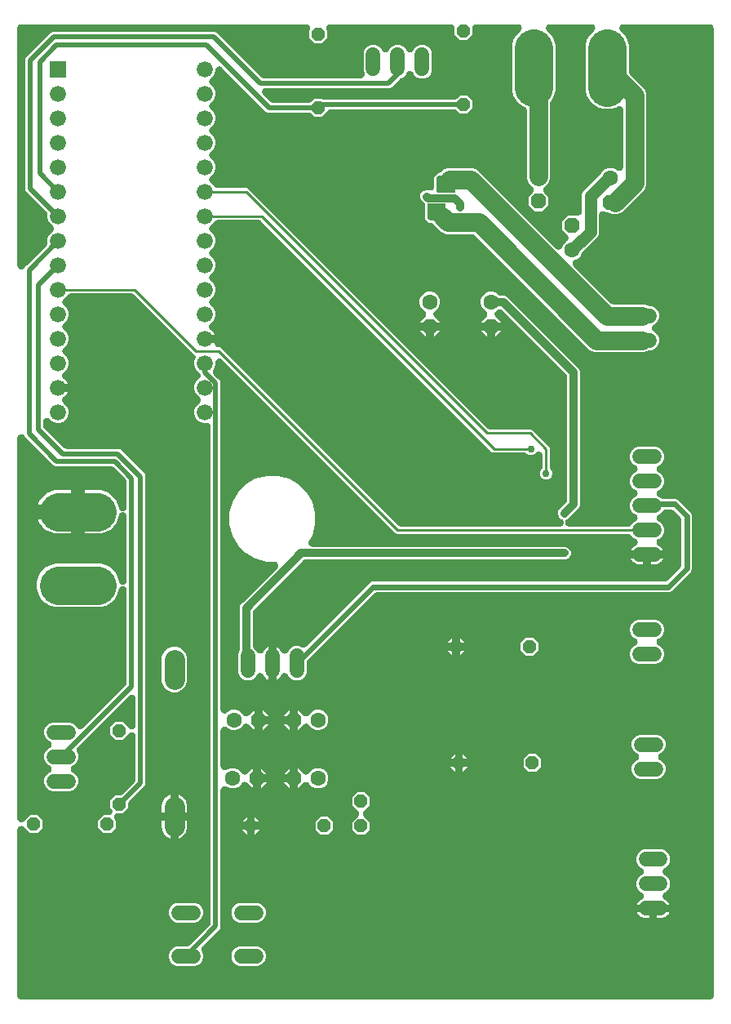
<source format=gbr>
G04 EAGLE Gerber RS-274X export*
G75*
%MOMM*%
%FSLAX34Y34*%
%LPD*%
%INBottom Copper*%
%IPPOS*%
%AMOC8*
5,1,8,0,0,1.08239X$1,22.5*%
G01*
%ADD10P,1.732040X8X112.500000*%
%ADD11C,1.600200*%
%ADD12P,1.732040X8X292.500000*%
%ADD13R,1.676400X1.676400*%
%ADD14C,1.676400*%
%ADD15C,1.524000*%
%ADD16C,2.095500*%
%ADD17P,1.732040X8X22.500000*%
%ADD18P,1.732040X8X202.500000*%
%ADD19C,4.016000*%
%ADD20C,1.508000*%
%ADD21P,1.429621X8X22.500000*%
%ADD22P,1.429621X8X292.500000*%
%ADD23P,1.429621X8X112.500000*%
%ADD24P,1.429621X8X202.500000*%
%ADD25C,0.609600*%
%ADD26C,0.756400*%
%ADD27C,6.000000*%
%ADD28C,0.254000*%
%ADD29C,1.905000*%
%ADD30C,0.812800*%
%ADD31C,1.270000*%
%ADD32C,0.508000*%

G36*
X722405Y-21573D02*
X722405Y-21573D01*
X722636Y-21563D01*
X722690Y-21553D01*
X722744Y-21549D01*
X722970Y-21501D01*
X723196Y-21459D01*
X723248Y-21442D01*
X723302Y-21430D01*
X723518Y-21351D01*
X723736Y-21278D01*
X723785Y-21253D01*
X723837Y-21234D01*
X724040Y-21126D01*
X724245Y-21023D01*
X724291Y-20992D01*
X724339Y-20966D01*
X724525Y-20830D01*
X724714Y-20699D01*
X724755Y-20662D01*
X724799Y-20629D01*
X724964Y-20469D01*
X725133Y-20313D01*
X725168Y-20270D01*
X725207Y-20232D01*
X725348Y-20050D01*
X725494Y-19872D01*
X725522Y-19824D01*
X725556Y-19781D01*
X725670Y-19581D01*
X725789Y-19384D01*
X725811Y-19334D01*
X725838Y-19286D01*
X725923Y-19072D01*
X726014Y-18861D01*
X726028Y-18808D01*
X726048Y-18757D01*
X726103Y-18532D01*
X726163Y-18311D01*
X726167Y-18267D01*
X726183Y-18203D01*
X726238Y-17636D01*
X726235Y-17570D01*
X726239Y-17526D01*
X726239Y985776D01*
X726223Y986005D01*
X726213Y986236D01*
X726203Y986290D01*
X726199Y986344D01*
X726151Y986570D01*
X726109Y986796D01*
X726092Y986848D01*
X726080Y986902D01*
X726001Y987118D01*
X725928Y987336D01*
X725903Y987385D01*
X725884Y987437D01*
X725776Y987640D01*
X725673Y987845D01*
X725642Y987891D01*
X725616Y987939D01*
X725480Y988125D01*
X725349Y988314D01*
X725312Y988355D01*
X725279Y988399D01*
X725119Y988564D01*
X724963Y988733D01*
X724920Y988768D01*
X724882Y988807D01*
X724700Y988948D01*
X724522Y989094D01*
X724474Y989122D01*
X724431Y989156D01*
X724231Y989270D01*
X724034Y989389D01*
X723984Y989411D01*
X723936Y989438D01*
X723722Y989523D01*
X723511Y989614D01*
X723458Y989628D01*
X723407Y989648D01*
X723182Y989703D01*
X722961Y989763D01*
X722917Y989767D01*
X722853Y989783D01*
X722286Y989838D01*
X722220Y989835D01*
X722176Y989839D01*
X632553Y989839D01*
X632438Y989831D01*
X632323Y989833D01*
X632155Y989811D01*
X631985Y989799D01*
X631872Y989775D01*
X631758Y989761D01*
X631594Y989716D01*
X631428Y989680D01*
X631320Y989641D01*
X631208Y989610D01*
X631052Y989543D01*
X630893Y989484D01*
X630791Y989430D01*
X630685Y989384D01*
X630540Y989296D01*
X630390Y989216D01*
X630297Y989148D01*
X630199Y989088D01*
X630067Y988980D01*
X629930Y988879D01*
X629848Y988799D01*
X629759Y988726D01*
X629644Y988600D01*
X629522Y988482D01*
X629452Y988391D01*
X629374Y988306D01*
X629277Y988166D01*
X629173Y988031D01*
X629116Y987931D01*
X629051Y987836D01*
X628975Y987684D01*
X628891Y987536D01*
X628849Y987429D01*
X628797Y987326D01*
X628744Y987165D01*
X628681Y987007D01*
X628654Y986894D01*
X628617Y986785D01*
X628587Y986618D01*
X628547Y986453D01*
X628536Y986338D01*
X628515Y986225D01*
X628508Y986055D01*
X628492Y985886D01*
X628497Y985771D01*
X628492Y985655D01*
X628509Y985486D01*
X628516Y985316D01*
X628537Y985203D01*
X628549Y985089D01*
X628589Y984923D01*
X628620Y984756D01*
X628657Y984647D01*
X628684Y984535D01*
X628747Y984377D01*
X628801Y984216D01*
X628853Y984113D01*
X628896Y984006D01*
X628980Y983859D01*
X629057Y983707D01*
X629122Y983612D01*
X629179Y983512D01*
X629253Y983423D01*
X629380Y983238D01*
X629605Y982994D01*
X629680Y982903D01*
X634051Y978532D01*
X637029Y973374D01*
X638571Y967621D01*
X638571Y940688D01*
X638575Y940628D01*
X638573Y940568D01*
X638595Y940344D01*
X638611Y940120D01*
X638623Y940061D01*
X638629Y940001D01*
X638683Y939782D01*
X638730Y939563D01*
X638750Y939506D01*
X638765Y939447D01*
X638848Y939239D01*
X638926Y939028D01*
X638954Y938974D01*
X638976Y938918D01*
X639088Y938723D01*
X639194Y938525D01*
X639230Y938476D01*
X639260Y938424D01*
X639335Y938333D01*
X639531Y938065D01*
X639688Y937904D01*
X639761Y937815D01*
X650788Y926788D01*
X654754Y922822D01*
X656591Y918388D01*
X656591Y822874D01*
X654754Y818440D01*
X630948Y794634D01*
X626513Y792797D01*
X621713Y792797D01*
X618781Y794011D01*
X618669Y794049D01*
X618560Y794095D01*
X618399Y794139D01*
X618240Y794192D01*
X618124Y794213D01*
X618010Y794244D01*
X617897Y794255D01*
X617680Y794295D01*
X617342Y794309D01*
X617226Y794321D01*
X614759Y794321D01*
X614315Y794765D01*
X614228Y794840D01*
X614147Y794923D01*
X614013Y795027D01*
X613885Y795138D01*
X613788Y795201D01*
X613697Y795271D01*
X613549Y795356D01*
X613406Y795448D01*
X613302Y795496D01*
X613202Y795554D01*
X613044Y795616D01*
X612889Y795688D01*
X612779Y795721D01*
X612672Y795764D01*
X612507Y795804D01*
X612344Y795853D01*
X612230Y795871D01*
X612118Y795898D01*
X611949Y795914D01*
X611781Y795941D01*
X611666Y795942D01*
X611551Y795953D01*
X611381Y795946D01*
X611211Y795948D01*
X611097Y795934D01*
X610982Y795929D01*
X610815Y795898D01*
X610646Y795876D01*
X610535Y795846D01*
X610422Y795825D01*
X610261Y795771D01*
X610097Y795726D01*
X609991Y795680D01*
X609882Y795643D01*
X609730Y795567D01*
X609573Y795500D01*
X609475Y795440D01*
X609372Y795388D01*
X609232Y795292D01*
X609087Y795203D01*
X608998Y795130D01*
X608903Y795064D01*
X608778Y794949D01*
X608647Y794841D01*
X608569Y794756D01*
X608484Y794678D01*
X608377Y794546D01*
X608262Y794421D01*
X608197Y794326D01*
X608124Y794237D01*
X608035Y794092D01*
X607939Y793952D01*
X607888Y793848D01*
X607828Y793750D01*
X607761Y793594D01*
X607685Y793441D01*
X607649Y793332D01*
X607604Y793226D01*
X607559Y793062D01*
X607506Y792901D01*
X607485Y792787D01*
X607455Y792676D01*
X607444Y792562D01*
X607403Y792340D01*
X607390Y792009D01*
X607378Y791891D01*
X607378Y772931D01*
X606025Y769664D01*
X602952Y766591D01*
X590597Y754236D01*
X590519Y754147D01*
X590435Y754065D01*
X590333Y753932D01*
X590223Y753806D01*
X590159Y753707D01*
X590087Y753613D01*
X590033Y753513D01*
X589913Y753328D01*
X589771Y753021D01*
X589716Y752918D01*
X588374Y749679D01*
X585409Y746713D01*
X582329Y745438D01*
X582175Y745360D01*
X582016Y745292D01*
X581920Y745233D01*
X581819Y745183D01*
X581677Y745085D01*
X581530Y744995D01*
X581443Y744924D01*
X581350Y744860D01*
X581223Y744743D01*
X581090Y744633D01*
X581014Y744550D01*
X580931Y744474D01*
X580821Y744341D01*
X580704Y744213D01*
X580641Y744121D01*
X580569Y744034D01*
X580480Y743886D01*
X580382Y743744D01*
X580332Y743643D01*
X580273Y743547D01*
X580205Y743388D01*
X580128Y743233D01*
X580093Y743127D01*
X580048Y743023D01*
X580003Y742857D01*
X579948Y742693D01*
X579928Y742582D01*
X579898Y742474D01*
X579877Y742303D01*
X579846Y742132D01*
X579841Y742020D01*
X579827Y741908D01*
X579830Y741736D01*
X579823Y741563D01*
X579834Y741451D01*
X579836Y741339D01*
X579862Y741168D01*
X579880Y740996D01*
X579906Y740887D01*
X579924Y740776D01*
X579974Y740610D01*
X580015Y740443D01*
X580057Y740338D01*
X580090Y740231D01*
X580162Y740074D01*
X580227Y739914D01*
X580283Y739816D01*
X580330Y739714D01*
X580424Y739569D01*
X580510Y739419D01*
X580564Y739353D01*
X580641Y739236D01*
X581003Y738821D01*
X581011Y738810D01*
X619178Y700643D01*
X619224Y700604D01*
X619265Y700559D01*
X619439Y700417D01*
X619608Y700270D01*
X619659Y700237D01*
X619706Y700199D01*
X619898Y700082D01*
X620086Y699960D01*
X620141Y699934D01*
X620193Y699903D01*
X620399Y699815D01*
X620603Y699720D01*
X620661Y699702D01*
X620717Y699679D01*
X620933Y699620D01*
X621149Y699555D01*
X621208Y699546D01*
X621267Y699530D01*
X621384Y699518D01*
X621712Y699467D01*
X621937Y699464D01*
X622051Y699453D01*
X654863Y699453D01*
X658908Y697778D01*
X659020Y697740D01*
X659128Y697694D01*
X659290Y697650D01*
X659448Y697597D01*
X659564Y697576D01*
X659678Y697545D01*
X659792Y697534D01*
X660009Y697494D01*
X660347Y697480D01*
X660463Y697468D01*
X662008Y697468D01*
X665713Y695934D01*
X668549Y693098D01*
X670083Y689393D01*
X670083Y685382D01*
X668549Y681677D01*
X665713Y678841D01*
X664747Y678441D01*
X664644Y678390D01*
X664537Y678347D01*
X664389Y678263D01*
X664237Y678187D01*
X664142Y678122D01*
X664042Y678064D01*
X663908Y677960D01*
X663768Y677864D01*
X663683Y677786D01*
X663592Y677715D01*
X663474Y677593D01*
X663349Y677478D01*
X663275Y677389D01*
X663195Y677306D01*
X663095Y677169D01*
X662987Y677038D01*
X662927Y676939D01*
X662859Y676846D01*
X662779Y676696D01*
X662691Y676551D01*
X662646Y676445D01*
X662591Y676343D01*
X662533Y676183D01*
X662466Y676027D01*
X662436Y675916D01*
X662396Y675808D01*
X662361Y675641D01*
X662316Y675478D01*
X662302Y675363D01*
X662278Y675251D01*
X662266Y675081D01*
X662245Y674912D01*
X662247Y674797D01*
X662239Y674682D01*
X662251Y674513D01*
X662253Y674343D01*
X662271Y674229D01*
X662279Y674114D01*
X662315Y673948D01*
X662341Y673780D01*
X662375Y673669D01*
X662399Y673557D01*
X662458Y673397D01*
X662507Y673235D01*
X662556Y673130D01*
X662596Y673022D01*
X662676Y672872D01*
X662748Y672718D01*
X662811Y672621D01*
X662865Y672520D01*
X662966Y672383D01*
X663058Y672240D01*
X663134Y672153D01*
X663202Y672060D01*
X663321Y671939D01*
X663433Y671811D01*
X663520Y671735D01*
X663600Y671653D01*
X663735Y671549D01*
X663863Y671437D01*
X663960Y671375D01*
X664051Y671305D01*
X664153Y671250D01*
X664342Y671128D01*
X664643Y670989D01*
X664747Y670934D01*
X665713Y670534D01*
X668549Y667698D01*
X670083Y663993D01*
X670083Y659982D01*
X668549Y656277D01*
X665713Y653441D01*
X662008Y651907D01*
X660463Y651907D01*
X660345Y651898D01*
X660227Y651900D01*
X660062Y651879D01*
X659895Y651867D01*
X659779Y651842D01*
X659662Y651827D01*
X659553Y651794D01*
X659337Y651748D01*
X659019Y651631D01*
X658908Y651597D01*
X654863Y649922D01*
X602437Y649922D01*
X598003Y651759D01*
X478792Y770969D01*
X478747Y771009D01*
X478706Y771053D01*
X478532Y771195D01*
X478362Y771343D01*
X478312Y771376D01*
X478265Y771414D01*
X478072Y771531D01*
X477884Y771653D01*
X477829Y771678D01*
X477778Y771709D01*
X477571Y771798D01*
X477367Y771893D01*
X477309Y771910D01*
X477254Y771934D01*
X477037Y771992D01*
X476822Y772058D01*
X476762Y772067D01*
X476704Y772083D01*
X476587Y772094D01*
X476259Y772145D01*
X476034Y772148D01*
X475919Y772159D01*
X448450Y772159D01*
X444015Y773996D01*
X435104Y782907D01*
X435059Y782947D01*
X435018Y782991D01*
X434844Y783133D01*
X434674Y783281D01*
X434624Y783314D01*
X434577Y783352D01*
X434384Y783469D01*
X434196Y783591D01*
X434141Y783616D01*
X434090Y783647D01*
X433883Y783736D01*
X433679Y783831D01*
X433621Y783848D01*
X433566Y783872D01*
X433349Y783930D01*
X433134Y783996D01*
X433074Y784005D01*
X433016Y784021D01*
X432899Y784032D01*
X432571Y784083D01*
X432346Y784086D01*
X432231Y784097D01*
X431143Y784097D01*
X429929Y784600D01*
X427413Y787117D01*
X426910Y788331D01*
X426910Y801904D01*
X426906Y801964D01*
X426908Y802025D01*
X426886Y802248D01*
X426870Y802473D01*
X426857Y802532D01*
X426851Y802592D01*
X426798Y802810D01*
X426751Y803030D01*
X426730Y803086D01*
X426716Y803145D01*
X426632Y803354D01*
X426555Y803565D01*
X426526Y803618D01*
X426504Y803674D01*
X426392Y803869D01*
X426286Y804067D01*
X426251Y804116D01*
X426220Y804168D01*
X426145Y804260D01*
X425950Y804527D01*
X425793Y804688D01*
X425720Y804777D01*
X423026Y807471D01*
X422445Y808874D01*
X422020Y809899D01*
X422020Y812526D01*
X423026Y814954D01*
X424884Y816812D01*
X427311Y817817D01*
X429939Y817817D01*
X430817Y817454D01*
X430980Y817399D01*
X431141Y817335D01*
X431250Y817309D01*
X431357Y817273D01*
X431527Y817242D01*
X431695Y817201D01*
X431807Y817190D01*
X431917Y817170D01*
X432090Y817163D01*
X432262Y817146D01*
X432374Y817151D01*
X432487Y817146D01*
X432658Y817163D01*
X432831Y817170D01*
X432942Y817191D01*
X433054Y817202D01*
X433222Y817243D01*
X433391Y817274D01*
X433498Y817310D01*
X433607Y817337D01*
X433768Y817401D01*
X433931Y817456D01*
X434032Y817506D01*
X434137Y817548D01*
X434286Y817633D01*
X434441Y817711D01*
X434534Y817775D01*
X434631Y817831D01*
X434768Y817936D01*
X434910Y818035D01*
X434993Y818111D01*
X435081Y818180D01*
X435202Y818304D01*
X435329Y818421D01*
X435400Y818508D01*
X435478Y818589D01*
X435580Y818728D01*
X435689Y818862D01*
X435748Y818958D01*
X435814Y819049D01*
X435895Y819202D01*
X435985Y819349D01*
X436029Y819452D01*
X436082Y819552D01*
X436141Y819714D01*
X436209Y819873D01*
X436239Y819981D01*
X436277Y820087D01*
X436313Y820256D01*
X436358Y820423D01*
X436367Y820508D01*
X436396Y820645D01*
X436433Y821195D01*
X436435Y821208D01*
X436435Y830919D01*
X436938Y832133D01*
X438438Y833634D01*
X439454Y834650D01*
X440794Y835205D01*
X440796Y835205D01*
X440856Y835211D01*
X441075Y835265D01*
X441294Y835312D01*
X441351Y835332D01*
X441410Y835347D01*
X441618Y835430D01*
X441829Y835508D01*
X441883Y835536D01*
X441939Y835558D01*
X442134Y835670D01*
X442332Y835776D01*
X442380Y835812D01*
X442433Y835842D01*
X442524Y835917D01*
X442792Y836113D01*
X442953Y836270D01*
X443042Y836343D01*
X445603Y838904D01*
X450037Y840741D01*
X476483Y840741D01*
X480918Y838904D01*
X562598Y757224D01*
X562728Y757110D01*
X562852Y756990D01*
X562943Y756924D01*
X563028Y756850D01*
X563173Y756756D01*
X563313Y756654D01*
X563412Y756601D01*
X563506Y756540D01*
X563663Y756467D01*
X563815Y756386D01*
X563921Y756348D01*
X564023Y756300D01*
X564188Y756250D01*
X564351Y756191D01*
X564461Y756168D01*
X564568Y756135D01*
X564739Y756108D01*
X564908Y756073D01*
X565020Y756065D01*
X565131Y756048D01*
X565304Y756045D01*
X565477Y756033D01*
X565589Y756041D01*
X565701Y756040D01*
X565873Y756062D01*
X566045Y756074D01*
X566155Y756098D01*
X566266Y756112D01*
X566433Y756158D01*
X566602Y756194D01*
X566707Y756233D01*
X566816Y756262D01*
X566975Y756331D01*
X567137Y756391D01*
X567236Y756444D01*
X567339Y756488D01*
X567487Y756578D01*
X567639Y756660D01*
X567729Y756726D01*
X567826Y756785D01*
X567959Y756895D01*
X568098Y756997D01*
X568179Y757076D01*
X568266Y757147D01*
X568382Y757274D01*
X568506Y757395D01*
X568575Y757484D01*
X568651Y757567D01*
X568749Y757709D01*
X568854Y757846D01*
X568894Y757921D01*
X568973Y758037D01*
X569219Y758530D01*
X569225Y758542D01*
X570501Y761621D01*
X573498Y764619D01*
X573579Y764668D01*
X573679Y764718D01*
X573822Y764816D01*
X573969Y764907D01*
X574056Y764978D01*
X574149Y765042D01*
X574276Y765159D01*
X574409Y765268D01*
X574485Y765351D01*
X574568Y765427D01*
X574678Y765561D01*
X574795Y765688D01*
X574858Y765781D01*
X574929Y765868D01*
X575019Y766016D01*
X575117Y766158D01*
X575167Y766258D01*
X575226Y766355D01*
X575294Y766514D01*
X575371Y766668D01*
X575406Y766775D01*
X575451Y766878D01*
X575496Y767045D01*
X575551Y767209D01*
X575571Y767319D01*
X575601Y767428D01*
X575622Y767599D01*
X575653Y767769D01*
X575658Y767882D01*
X575672Y767993D01*
X575669Y768166D01*
X575676Y768339D01*
X575665Y768451D01*
X575663Y768563D01*
X575637Y768734D01*
X575620Y768906D01*
X575593Y769015D01*
X575575Y769126D01*
X575525Y769291D01*
X575484Y769459D01*
X575442Y769564D01*
X575410Y769671D01*
X575337Y769827D01*
X575272Y769988D01*
X575216Y770086D01*
X575169Y770187D01*
X575075Y770332D01*
X574989Y770482D01*
X574935Y770548D01*
X574859Y770665D01*
X574496Y771081D01*
X574488Y771091D01*
X568896Y776683D01*
X568896Y785417D01*
X575071Y791592D01*
X584962Y791592D01*
X585026Y791586D01*
X585193Y791560D01*
X585308Y791558D01*
X585424Y791547D01*
X585593Y791554D01*
X585762Y791552D01*
X585877Y791566D01*
X585993Y791571D01*
X586160Y791602D01*
X586328Y791624D01*
X586439Y791654D01*
X586553Y791675D01*
X586714Y791729D01*
X586877Y791774D01*
X586984Y791820D01*
X587093Y791857D01*
X587245Y791933D01*
X587400Y792000D01*
X587499Y792060D01*
X587603Y792112D01*
X587742Y792208D01*
X587887Y792296D01*
X587976Y792370D01*
X588072Y792436D01*
X588196Y792550D01*
X588327Y792658D01*
X588405Y792743D01*
X588491Y792822D01*
X588598Y792953D01*
X588712Y793078D01*
X588778Y793173D01*
X588851Y793263D01*
X588939Y793408D01*
X589035Y793547D01*
X589087Y793651D01*
X589147Y793750D01*
X589214Y793906D01*
X589289Y794057D01*
X589326Y794167D01*
X589371Y794274D01*
X589416Y794437D01*
X589469Y794598D01*
X589490Y794712D01*
X589520Y794824D01*
X589531Y794938D01*
X589572Y795158D01*
X589585Y795492D01*
X589597Y795609D01*
X589597Y813207D01*
X590950Y816474D01*
X609248Y834772D01*
X609325Y834861D01*
X609410Y834943D01*
X609512Y835076D01*
X609621Y835202D01*
X609686Y835301D01*
X609758Y835394D01*
X609811Y835495D01*
X609931Y835680D01*
X610074Y835987D01*
X610129Y836090D01*
X610188Y836234D01*
X613154Y839199D01*
X617028Y840804D01*
X621222Y840804D01*
X625096Y839199D01*
X625523Y838773D01*
X625610Y838698D01*
X625690Y838615D01*
X625825Y838511D01*
X625953Y838399D01*
X626050Y838337D01*
X626141Y838266D01*
X626289Y838182D01*
X626431Y838089D01*
X626536Y838041D01*
X626636Y837984D01*
X626794Y837921D01*
X626948Y837850D01*
X627058Y837816D01*
X627165Y837774D01*
X627331Y837734D01*
X627493Y837684D01*
X627607Y837667D01*
X627719Y837640D01*
X627888Y837623D01*
X628056Y837597D01*
X628171Y837595D01*
X628286Y837584D01*
X628456Y837592D01*
X628626Y837589D01*
X628740Y837604D01*
X628856Y837609D01*
X629023Y837640D01*
X629191Y837661D01*
X629303Y837692D01*
X629416Y837713D01*
X629577Y837767D01*
X629741Y837812D01*
X629847Y837857D01*
X629956Y837894D01*
X630108Y837970D01*
X630264Y838038D01*
X630362Y838098D01*
X630465Y838149D01*
X630605Y838246D01*
X630750Y838334D01*
X630839Y838408D01*
X630934Y838473D01*
X631059Y838588D01*
X631191Y838696D01*
X631268Y838781D01*
X631353Y838859D01*
X631461Y838991D01*
X631576Y839116D01*
X631641Y839211D01*
X631714Y839300D01*
X631802Y839446D01*
X631898Y839586D01*
X631950Y839689D01*
X632009Y839788D01*
X632076Y839944D01*
X632152Y840096D01*
X632188Y840205D01*
X632234Y840311D01*
X632278Y840475D01*
X632332Y840637D01*
X632353Y840750D01*
X632383Y840861D01*
X632394Y840976D01*
X632434Y841197D01*
X632448Y841529D01*
X632459Y841646D01*
X632459Y900856D01*
X632448Y901009D01*
X632448Y901163D01*
X632429Y901293D01*
X632419Y901425D01*
X632387Y901575D01*
X632365Y901727D01*
X632328Y901853D01*
X632300Y901982D01*
X632248Y902126D01*
X632204Y902273D01*
X632150Y902393D01*
X632104Y902517D01*
X632032Y902652D01*
X631968Y902792D01*
X631898Y902903D01*
X631836Y903019D01*
X631745Y903143D01*
X631663Y903273D01*
X631577Y903373D01*
X631499Y903479D01*
X631392Y903589D01*
X631292Y903706D01*
X631194Y903793D01*
X631102Y903887D01*
X630980Y903982D01*
X630865Y904083D01*
X630755Y904156D01*
X630651Y904236D01*
X630518Y904312D01*
X630390Y904397D01*
X630271Y904453D01*
X630156Y904518D01*
X630013Y904575D01*
X629875Y904641D01*
X629749Y904680D01*
X629627Y904729D01*
X629477Y904765D01*
X629331Y904810D01*
X629201Y904832D01*
X629073Y904863D01*
X628920Y904878D01*
X628768Y904902D01*
X628637Y904905D01*
X628506Y904918D01*
X628352Y904911D01*
X628199Y904915D01*
X628068Y904899D01*
X627936Y904893D01*
X627786Y904865D01*
X627633Y904847D01*
X627506Y904813D01*
X627376Y904789D01*
X627231Y904741D01*
X627082Y904701D01*
X626994Y904661D01*
X626836Y904608D01*
X626432Y904406D01*
X626364Y904375D01*
X624681Y903403D01*
X618928Y901862D01*
X612972Y901862D01*
X607219Y903403D01*
X602061Y906381D01*
X597849Y910593D01*
X594871Y915751D01*
X593329Y921504D01*
X593329Y967621D01*
X594871Y973374D01*
X597849Y978532D01*
X602220Y982903D01*
X602295Y982990D01*
X602378Y983070D01*
X602482Y983205D01*
X602593Y983333D01*
X602656Y983430D01*
X602727Y983521D01*
X602811Y983668D01*
X602903Y983811D01*
X602952Y983916D01*
X603009Y984016D01*
X603072Y984174D01*
X603143Y984328D01*
X603177Y984438D01*
X603219Y984545D01*
X603259Y984711D01*
X603308Y984873D01*
X603326Y984987D01*
X603353Y985099D01*
X603370Y985269D01*
X603396Y985436D01*
X603397Y985551D01*
X603408Y985666D01*
X603401Y985836D01*
X603403Y986006D01*
X603389Y986120D01*
X603384Y986236D01*
X603353Y986403D01*
X603331Y986571D01*
X603301Y986683D01*
X603280Y986796D01*
X603226Y986957D01*
X603181Y987121D01*
X603135Y987227D01*
X603099Y987336D01*
X603022Y987488D01*
X602955Y987644D01*
X602895Y987742D01*
X602843Y987845D01*
X602747Y987985D01*
X602658Y988130D01*
X602585Y988219D01*
X602520Y988314D01*
X602404Y988439D01*
X602296Y988571D01*
X602211Y988648D01*
X602133Y988733D01*
X602001Y988841D01*
X601876Y988956D01*
X601782Y989021D01*
X601692Y989094D01*
X601547Y989182D01*
X601407Y989278D01*
X601304Y989330D01*
X601205Y989389D01*
X601049Y989456D01*
X600897Y989532D01*
X600787Y989568D01*
X600681Y989614D01*
X600517Y989658D01*
X600356Y989712D01*
X600243Y989733D01*
X600131Y989763D01*
X600017Y989774D01*
X599795Y989814D01*
X599464Y989828D01*
X599347Y989839D01*
X556353Y989839D01*
X556238Y989831D01*
X556123Y989833D01*
X555955Y989811D01*
X555785Y989799D01*
X555672Y989775D01*
X555558Y989761D01*
X555394Y989716D01*
X555228Y989680D01*
X555120Y989641D01*
X555008Y989610D01*
X554852Y989543D01*
X554693Y989484D01*
X554591Y989430D01*
X554485Y989384D01*
X554340Y989296D01*
X554190Y989216D01*
X554097Y989148D01*
X553999Y989088D01*
X553867Y988980D01*
X553730Y988879D01*
X553648Y988799D01*
X553559Y988726D01*
X553444Y988600D01*
X553322Y988482D01*
X553252Y988391D01*
X553174Y988306D01*
X553077Y988166D01*
X552973Y988031D01*
X552916Y987931D01*
X552851Y987836D01*
X552775Y987684D01*
X552691Y987536D01*
X552649Y987429D01*
X552597Y987326D01*
X552544Y987165D01*
X552481Y987007D01*
X552454Y986894D01*
X552417Y986785D01*
X552387Y986618D01*
X552347Y986453D01*
X552336Y986338D01*
X552315Y986225D01*
X552308Y986055D01*
X552292Y985886D01*
X552297Y985771D01*
X552292Y985655D01*
X552309Y985486D01*
X552316Y985316D01*
X552337Y985203D01*
X552349Y985089D01*
X552389Y984923D01*
X552420Y984756D01*
X552457Y984647D01*
X552484Y984535D01*
X552547Y984377D01*
X552601Y984216D01*
X552653Y984113D01*
X552696Y984006D01*
X552780Y983859D01*
X552857Y983707D01*
X552922Y983612D01*
X552979Y983512D01*
X553053Y983423D01*
X553180Y983238D01*
X553405Y982994D01*
X553480Y982903D01*
X557851Y978532D01*
X560829Y973374D01*
X562371Y967621D01*
X562371Y921504D01*
X560829Y915751D01*
X557851Y910593D01*
X557768Y910510D01*
X557729Y910465D01*
X557684Y910424D01*
X557542Y910250D01*
X557395Y910080D01*
X557362Y910029D01*
X557324Y909983D01*
X557207Y909790D01*
X557085Y909602D01*
X557059Y909547D01*
X557028Y909496D01*
X556940Y909289D01*
X556845Y909085D01*
X556827Y909027D01*
X556804Y908972D01*
X556745Y908755D01*
X556680Y908540D01*
X556671Y908480D01*
X556655Y908422D01*
X556643Y908305D01*
X556592Y907977D01*
X556589Y907752D01*
X556578Y907637D01*
X556578Y829450D01*
X554741Y825015D01*
X551163Y821437D01*
X551147Y821427D01*
X551060Y821356D01*
X550968Y821292D01*
X550841Y821175D01*
X550707Y821065D01*
X550631Y820982D01*
X550548Y820906D01*
X550439Y820773D01*
X550322Y820645D01*
X550258Y820553D01*
X550187Y820466D01*
X550097Y820318D01*
X549999Y820176D01*
X549949Y820075D01*
X549891Y819979D01*
X549823Y819820D01*
X549745Y819665D01*
X549710Y819559D01*
X549666Y819456D01*
X549620Y819289D01*
X549566Y819125D01*
X549545Y819014D01*
X549516Y818906D01*
X549494Y818734D01*
X549463Y818564D01*
X549459Y818452D01*
X549445Y818341D01*
X549447Y818168D01*
X549440Y817995D01*
X549451Y817883D01*
X549453Y817771D01*
X549480Y817600D01*
X549497Y817428D01*
X549524Y817319D01*
X549541Y817208D01*
X549591Y817042D01*
X549632Y816875D01*
X549674Y816770D01*
X549707Y816663D01*
X549780Y816506D01*
X549844Y816346D01*
X549900Y816248D01*
X549947Y816146D01*
X550042Y816001D01*
X550128Y815851D01*
X550182Y815785D01*
X550258Y815669D01*
X550621Y815252D01*
X550628Y815242D01*
X555054Y810817D01*
X555054Y802083D01*
X548879Y795908D01*
X540146Y795908D01*
X533971Y802083D01*
X533971Y810817D01*
X538397Y815242D01*
X538510Y815373D01*
X538630Y815497D01*
X538697Y815588D01*
X538770Y815673D01*
X538864Y815818D01*
X538966Y815957D01*
X539019Y816056D01*
X539080Y816151D01*
X539153Y816308D01*
X539234Y816460D01*
X539273Y816566D01*
X539320Y816668D01*
X539370Y816833D01*
X539429Y816996D01*
X539453Y817105D01*
X539485Y817213D01*
X539512Y817384D01*
X539548Y817553D01*
X539555Y817665D01*
X539573Y817776D01*
X539575Y817949D01*
X539587Y818121D01*
X539579Y818233D01*
X539580Y818346D01*
X539558Y818517D01*
X539546Y818690D01*
X539522Y818799D01*
X539508Y818911D01*
X539462Y819078D01*
X539426Y819247D01*
X539387Y819352D01*
X539358Y819460D01*
X539289Y819619D01*
X539229Y819782D01*
X539176Y819881D01*
X539132Y819984D01*
X539042Y820131D01*
X538960Y820284D01*
X538894Y820374D01*
X538835Y820470D01*
X538725Y820603D01*
X538623Y820743D01*
X538544Y820823D01*
X538473Y820910D01*
X538346Y821027D01*
X538225Y821151D01*
X538136Y821219D01*
X538053Y821295D01*
X537911Y821393D01*
X537890Y821409D01*
X534284Y825015D01*
X532447Y829450D01*
X532447Y900233D01*
X532445Y900255D01*
X532447Y900277D01*
X532425Y900538D01*
X532407Y900801D01*
X532402Y900823D01*
X532400Y900845D01*
X532343Y901102D01*
X532288Y901359D01*
X532280Y901379D01*
X532275Y901401D01*
X532182Y901647D01*
X532092Y901894D01*
X532082Y901913D01*
X532074Y901933D01*
X531947Y902164D01*
X531823Y902396D01*
X531810Y902414D01*
X531800Y902433D01*
X531642Y902643D01*
X531487Y902856D01*
X531471Y902872D01*
X531458Y902889D01*
X531273Y903076D01*
X531089Y903264D01*
X531072Y903278D01*
X531056Y903293D01*
X530995Y903337D01*
X530639Y903613D01*
X530494Y903695D01*
X530415Y903752D01*
X525861Y906381D01*
X521649Y910593D01*
X518671Y915751D01*
X517129Y921504D01*
X517129Y967621D01*
X518671Y973374D01*
X521649Y978532D01*
X526020Y982903D01*
X526095Y982990D01*
X526178Y983070D01*
X526282Y983205D01*
X526393Y983333D01*
X526456Y983430D01*
X526527Y983521D01*
X526611Y983668D01*
X526703Y983811D01*
X526752Y983916D01*
X526809Y984016D01*
X526872Y984174D01*
X526943Y984328D01*
X526977Y984438D01*
X527019Y984545D01*
X527059Y984711D01*
X527108Y984873D01*
X527126Y984987D01*
X527153Y985099D01*
X527170Y985269D01*
X527196Y985436D01*
X527197Y985551D01*
X527208Y985666D01*
X527201Y985836D01*
X527203Y986006D01*
X527189Y986120D01*
X527184Y986236D01*
X527153Y986403D01*
X527131Y986571D01*
X527101Y986683D01*
X527080Y986796D01*
X527026Y986957D01*
X526981Y987121D01*
X526935Y987227D01*
X526899Y987336D01*
X526822Y987488D01*
X526755Y987644D01*
X526695Y987742D01*
X526643Y987845D01*
X526547Y987985D01*
X526458Y988130D01*
X526385Y988219D01*
X526320Y988314D01*
X526204Y988439D01*
X526096Y988571D01*
X526011Y988648D01*
X525933Y988733D01*
X525801Y988841D01*
X525676Y988956D01*
X525582Y989021D01*
X525492Y989094D01*
X525347Y989182D01*
X525207Y989278D01*
X525104Y989330D01*
X525005Y989389D01*
X524849Y989456D01*
X524697Y989532D01*
X524587Y989568D01*
X524481Y989614D01*
X524317Y989658D01*
X524156Y989712D01*
X524043Y989733D01*
X523931Y989763D01*
X523817Y989774D01*
X523595Y989814D01*
X523264Y989828D01*
X523147Y989839D01*
X479933Y989839D01*
X479704Y989823D01*
X479473Y989813D01*
X479419Y989803D01*
X479365Y989799D01*
X479139Y989751D01*
X478913Y989709D01*
X478861Y989692D01*
X478807Y989680D01*
X478591Y989601D01*
X478373Y989528D01*
X478324Y989503D01*
X478272Y989484D01*
X478069Y989376D01*
X477864Y989273D01*
X477818Y989242D01*
X477770Y989216D01*
X477584Y989080D01*
X477395Y988949D01*
X477354Y988912D01*
X477310Y988879D01*
X477145Y988719D01*
X476976Y988563D01*
X476941Y988520D01*
X476902Y988482D01*
X476761Y988300D01*
X476615Y988122D01*
X476587Y988074D01*
X476553Y988031D01*
X476439Y987831D01*
X476320Y987634D01*
X476298Y987584D01*
X476271Y987536D01*
X476186Y987322D01*
X476095Y987111D01*
X476081Y987058D01*
X476061Y987007D01*
X476006Y986782D01*
X475946Y986561D01*
X475942Y986517D01*
X475926Y986453D01*
X475871Y985886D01*
X475874Y985820D01*
X475870Y985776D01*
X475870Y978875D01*
X470513Y973518D01*
X462937Y973518D01*
X457580Y978875D01*
X457580Y985776D01*
X457564Y986005D01*
X457554Y986236D01*
X457544Y986290D01*
X457540Y986344D01*
X457492Y986570D01*
X457450Y986796D01*
X457433Y986848D01*
X457421Y986902D01*
X457342Y987118D01*
X457269Y987336D01*
X457244Y987385D01*
X457225Y987437D01*
X457117Y987640D01*
X457014Y987845D01*
X456983Y987891D01*
X456957Y987939D01*
X456821Y988125D01*
X456690Y988314D01*
X456653Y988355D01*
X456620Y988399D01*
X456460Y988564D01*
X456304Y988733D01*
X456261Y988768D01*
X456223Y988807D01*
X456041Y988948D01*
X455863Y989094D01*
X455815Y989122D01*
X455772Y989156D01*
X455572Y989270D01*
X455375Y989389D01*
X455325Y989411D01*
X455277Y989438D01*
X455063Y989523D01*
X454852Y989614D01*
X454799Y989628D01*
X454748Y989648D01*
X454523Y989703D01*
X454302Y989763D01*
X454258Y989767D01*
X454194Y989783D01*
X453627Y989838D01*
X453561Y989835D01*
X453517Y989839D01*
X328303Y989839D01*
X328188Y989831D01*
X328073Y989833D01*
X327904Y989811D01*
X327734Y989799D01*
X327622Y989775D01*
X327507Y989761D01*
X327343Y989716D01*
X327177Y989680D01*
X327069Y989641D01*
X326958Y989610D01*
X326802Y989543D01*
X326642Y989484D01*
X326540Y989430D01*
X326435Y989384D01*
X326290Y989296D01*
X326140Y989216D01*
X326047Y989148D01*
X325948Y989088D01*
X325817Y988980D01*
X325680Y988879D01*
X325597Y988799D01*
X325508Y988726D01*
X325393Y988600D01*
X325272Y988482D01*
X325201Y988391D01*
X325123Y988306D01*
X325027Y988166D01*
X324923Y988031D01*
X324866Y987931D01*
X324801Y987836D01*
X324725Y987684D01*
X324641Y987536D01*
X324598Y987429D01*
X324547Y987326D01*
X324493Y987165D01*
X324430Y987007D01*
X324403Y986894D01*
X324367Y986785D01*
X324336Y986618D01*
X324296Y986453D01*
X324285Y986338D01*
X324264Y986225D01*
X324258Y986055D01*
X324241Y985886D01*
X324246Y985771D01*
X324241Y985655D01*
X324258Y985486D01*
X324266Y985316D01*
X324287Y985203D01*
X324298Y985088D01*
X324339Y984923D01*
X324370Y984756D01*
X324406Y984647D01*
X324434Y984535D01*
X324497Y984377D01*
X324551Y984216D01*
X324603Y984113D01*
X324645Y984006D01*
X324730Y983859D01*
X324806Y983707D01*
X324872Y983612D01*
X324929Y983512D01*
X325002Y983423D01*
X325057Y983343D01*
X325057Y975700D01*
X319700Y970343D01*
X312125Y970343D01*
X306768Y975700D01*
X306768Y983332D01*
X306769Y983333D01*
X306832Y983430D01*
X306902Y983521D01*
X306986Y983668D01*
X307079Y983811D01*
X307127Y983916D01*
X307184Y984016D01*
X307247Y984174D01*
X307319Y984328D01*
X307352Y984438D01*
X307395Y984545D01*
X307435Y984711D01*
X307484Y984873D01*
X307502Y984987D01*
X307529Y985099D01*
X307545Y985268D01*
X307571Y985436D01*
X307573Y985551D01*
X307584Y985666D01*
X307577Y985836D01*
X307579Y986006D01*
X307564Y986120D01*
X307559Y986236D01*
X307528Y986403D01*
X307507Y986571D01*
X307476Y986682D01*
X307455Y986796D01*
X307401Y986957D01*
X307356Y987121D01*
X307311Y987227D01*
X307274Y987336D01*
X307198Y987488D01*
X307131Y987644D01*
X307071Y987742D01*
X307019Y987845D01*
X306922Y987985D01*
X306834Y988130D01*
X306761Y988219D01*
X306695Y988314D01*
X306580Y988439D01*
X306472Y988570D01*
X306387Y988648D01*
X306309Y988733D01*
X306177Y988841D01*
X306052Y988956D01*
X305957Y989021D01*
X305868Y989094D01*
X305722Y989182D01*
X305582Y989278D01*
X305479Y989330D01*
X305381Y989389D01*
X305224Y989456D01*
X305072Y989532D01*
X304963Y989568D01*
X304857Y989614D01*
X304693Y989658D01*
X304531Y989712D01*
X304418Y989733D01*
X304307Y989763D01*
X304192Y989774D01*
X303971Y989814D01*
X303639Y989828D01*
X303522Y989839D01*
X7874Y989839D01*
X7645Y989823D01*
X7414Y989813D01*
X7360Y989803D01*
X7306Y989799D01*
X7080Y989751D01*
X6854Y989709D01*
X6802Y989692D01*
X6748Y989680D01*
X6532Y989601D01*
X6314Y989528D01*
X6265Y989503D01*
X6213Y989484D01*
X6010Y989376D01*
X5805Y989273D01*
X5759Y989242D01*
X5711Y989216D01*
X5525Y989080D01*
X5336Y988949D01*
X5295Y988912D01*
X5251Y988879D01*
X5086Y988719D01*
X4917Y988563D01*
X4882Y988520D01*
X4843Y988482D01*
X4702Y988300D01*
X4556Y988122D01*
X4528Y988074D01*
X4494Y988031D01*
X4380Y987831D01*
X4261Y987634D01*
X4239Y987584D01*
X4212Y987536D01*
X4127Y987322D01*
X4036Y987111D01*
X4022Y987058D01*
X4002Y987007D01*
X3947Y986782D01*
X3887Y986561D01*
X3883Y986517D01*
X3867Y986453D01*
X3812Y985886D01*
X3815Y985820D01*
X3811Y985776D01*
X3811Y739591D01*
X3815Y739533D01*
X3812Y739475D01*
X3835Y739249D01*
X3851Y739022D01*
X3863Y738966D01*
X3868Y738908D01*
X3922Y738687D01*
X3970Y738465D01*
X3990Y738411D01*
X4003Y738355D01*
X4087Y738144D01*
X4166Y737930D01*
X4193Y737879D01*
X4214Y737825D01*
X4327Y737629D01*
X4434Y737428D01*
X4469Y737381D01*
X4497Y737331D01*
X4636Y737151D01*
X4771Y736968D01*
X4811Y736926D01*
X4846Y736881D01*
X5009Y736723D01*
X5168Y736559D01*
X5214Y736524D01*
X5255Y736484D01*
X5439Y736350D01*
X5619Y736211D01*
X5669Y736182D01*
X5716Y736148D01*
X5916Y736041D01*
X6114Y735928D01*
X6168Y735907D01*
X6218Y735880D01*
X6432Y735802D01*
X6643Y735718D01*
X6700Y735705D01*
X6754Y735685D01*
X6976Y735638D01*
X7197Y735584D01*
X7255Y735579D01*
X7311Y735567D01*
X7537Y735551D01*
X7764Y735529D01*
X7822Y735531D01*
X7880Y735527D01*
X8106Y735544D01*
X8334Y735553D01*
X8390Y735564D01*
X8448Y735568D01*
X8671Y735616D01*
X8894Y735657D01*
X8948Y735676D01*
X9005Y735688D01*
X9218Y735766D01*
X9434Y735839D01*
X9486Y735865D01*
X9540Y735885D01*
X9740Y735992D01*
X9943Y736094D01*
X9991Y736127D01*
X10042Y736154D01*
X10225Y736288D01*
X10412Y736418D01*
X10455Y736457D01*
X10501Y736491D01*
X10664Y736650D01*
X10831Y736804D01*
X10868Y736849D01*
X10909Y736889D01*
X11048Y737069D01*
X11192Y737245D01*
X11222Y737295D01*
X11257Y737340D01*
X11312Y737443D01*
X11487Y737732D01*
X11546Y737868D01*
X13568Y739891D01*
X13569Y739891D01*
X33925Y760247D01*
X33964Y760293D01*
X34009Y760334D01*
X34151Y760508D01*
X34298Y760678D01*
X34331Y760728D01*
X34369Y760775D01*
X34486Y760967D01*
X34608Y761156D01*
X34634Y761211D01*
X34665Y761262D01*
X34753Y761469D01*
X34848Y761673D01*
X34866Y761730D01*
X34889Y761786D01*
X34948Y762003D01*
X35013Y762218D01*
X35022Y762278D01*
X35038Y762336D01*
X35050Y762453D01*
X35101Y762781D01*
X35104Y763006D01*
X35115Y763121D01*
X35115Y767348D01*
X36778Y771362D01*
X40417Y775002D01*
X40568Y775176D01*
X40724Y775345D01*
X40755Y775391D01*
X40791Y775432D01*
X40916Y775625D01*
X41046Y775815D01*
X41071Y775864D01*
X41101Y775910D01*
X41198Y776119D01*
X41300Y776325D01*
X41317Y776377D01*
X41341Y776427D01*
X41407Y776648D01*
X41480Y776866D01*
X41490Y776920D01*
X41506Y776972D01*
X41541Y777200D01*
X41583Y777426D01*
X41585Y777481D01*
X41593Y777535D01*
X41596Y777765D01*
X41606Y777996D01*
X41600Y778050D01*
X41601Y778105D01*
X41572Y778334D01*
X41549Y778563D01*
X41536Y778616D01*
X41529Y778670D01*
X41468Y778893D01*
X41413Y779116D01*
X41393Y779167D01*
X41378Y779220D01*
X41287Y779432D01*
X41202Y779645D01*
X41174Y779692D01*
X41152Y779743D01*
X41032Y779940D01*
X40918Y780139D01*
X40890Y780173D01*
X40856Y780229D01*
X40494Y780670D01*
X40446Y780714D01*
X40417Y780748D01*
X36778Y784388D01*
X35115Y788402D01*
X35115Y792629D01*
X35111Y792690D01*
X35113Y792750D01*
X35091Y792973D01*
X35075Y793198D01*
X35062Y793257D01*
X35056Y793317D01*
X35003Y793535D01*
X34956Y793755D01*
X34935Y793812D01*
X34921Y793870D01*
X34837Y794079D01*
X34760Y794290D01*
X34731Y794343D01*
X34709Y794399D01*
X34597Y794594D01*
X34491Y794793D01*
X34456Y794841D01*
X34425Y794894D01*
X34351Y794985D01*
X34155Y795252D01*
X33998Y795414D01*
X33925Y795503D01*
X15156Y814271D01*
X13155Y816272D01*
X12382Y818139D01*
X12382Y953441D01*
X13155Y955308D01*
X38530Y980683D01*
X40398Y981457D01*
X208840Y981457D01*
X210707Y980683D01*
X212708Y978683D01*
X212708Y978682D01*
X256432Y934958D01*
X256478Y934919D01*
X256519Y934874D01*
X256693Y934732D01*
X256862Y934585D01*
X256913Y934552D01*
X256960Y934514D01*
X257152Y934397D01*
X257341Y934275D01*
X257395Y934249D01*
X257447Y934218D01*
X257653Y934130D01*
X257857Y934035D01*
X257915Y934017D01*
X257971Y933994D01*
X258187Y933935D01*
X258403Y933870D01*
X258462Y933861D01*
X258521Y933845D01*
X258638Y933833D01*
X258966Y933782D01*
X259191Y933779D01*
X259305Y933768D01*
X360048Y933768D01*
X360221Y933780D01*
X360393Y933783D01*
X360504Y933800D01*
X360617Y933808D01*
X360786Y933844D01*
X360956Y933871D01*
X361064Y933904D01*
X361174Y933927D01*
X361336Y933987D01*
X361501Y934037D01*
X361603Y934084D01*
X361709Y934123D01*
X361861Y934205D01*
X362018Y934277D01*
X362112Y934339D01*
X362211Y934392D01*
X362351Y934494D01*
X362496Y934588D01*
X362581Y934662D01*
X362671Y934728D01*
X362795Y934849D01*
X362925Y934962D01*
X362999Y935047D01*
X363080Y935126D01*
X363185Y935262D01*
X363298Y935393D01*
X363360Y935488D01*
X363428Y935576D01*
X363514Y935726D01*
X363608Y935871D01*
X363655Y935973D01*
X363711Y936071D01*
X363774Y936232D01*
X363847Y936389D01*
X363879Y936496D01*
X363921Y936601D01*
X363961Y936769D01*
X364011Y936934D01*
X364028Y937045D01*
X364055Y937155D01*
X364072Y937327D01*
X364098Y937497D01*
X364099Y937610D01*
X364110Y937722D01*
X364103Y937895D01*
X364105Y938067D01*
X364090Y938178D01*
X364086Y938291D01*
X364054Y938461D01*
X364032Y938632D01*
X364007Y938714D01*
X363982Y938851D01*
X363806Y939374D01*
X363802Y939386D01*
X363800Y939391D01*
X363800Y939392D01*
X362982Y941367D01*
X362982Y960458D01*
X364516Y964163D01*
X367352Y966999D01*
X371057Y968533D01*
X375068Y968533D01*
X378773Y966999D01*
X381609Y964163D01*
X382009Y963197D01*
X382060Y963094D01*
X382103Y962987D01*
X382187Y962839D01*
X382263Y962687D01*
X382328Y962592D01*
X382386Y962492D01*
X382490Y962358D01*
X382586Y962218D01*
X382664Y962133D01*
X382735Y962042D01*
X382857Y961924D01*
X382972Y961799D01*
X383061Y961725D01*
X383144Y961645D01*
X383281Y961545D01*
X383412Y961437D01*
X383511Y961377D01*
X383604Y961309D01*
X383754Y961229D01*
X383899Y961141D01*
X384005Y961096D01*
X384107Y961041D01*
X384267Y960983D01*
X384423Y960916D01*
X384534Y960886D01*
X384642Y960846D01*
X384809Y960811D01*
X384972Y960766D01*
X385087Y960752D01*
X385199Y960728D01*
X385369Y960716D01*
X385538Y960695D01*
X385653Y960697D01*
X385768Y960689D01*
X385937Y960701D01*
X386107Y960703D01*
X386221Y960721D01*
X386336Y960729D01*
X386502Y960765D01*
X386670Y960791D01*
X386781Y960825D01*
X386893Y960849D01*
X387053Y960908D01*
X387215Y960957D01*
X387320Y961006D01*
X387428Y961046D01*
X387578Y961126D01*
X387732Y961198D01*
X387829Y961261D01*
X387930Y961315D01*
X388067Y961416D01*
X388210Y961508D01*
X388297Y961584D01*
X388390Y961652D01*
X388511Y961771D01*
X388639Y961883D01*
X388715Y961970D01*
X388797Y962050D01*
X388901Y962185D01*
X389013Y962313D01*
X389075Y962410D01*
X389145Y962501D01*
X389200Y962603D01*
X389322Y962792D01*
X389461Y963093D01*
X389516Y963197D01*
X389916Y964163D01*
X392752Y966999D01*
X396457Y968533D01*
X400468Y968533D01*
X404173Y966999D01*
X407009Y964163D01*
X407409Y963197D01*
X407460Y963094D01*
X407503Y962987D01*
X407587Y962839D01*
X407663Y962687D01*
X407728Y962592D01*
X407786Y962492D01*
X407890Y962358D01*
X407986Y962218D01*
X408064Y962133D01*
X408135Y962042D01*
X408257Y961924D01*
X408372Y961799D01*
X408461Y961725D01*
X408544Y961645D01*
X408681Y961545D01*
X408812Y961437D01*
X408911Y961377D01*
X409004Y961309D01*
X409154Y961229D01*
X409299Y961141D01*
X409405Y961096D01*
X409507Y961041D01*
X409667Y960983D01*
X409823Y960916D01*
X409934Y960886D01*
X410042Y960846D01*
X410209Y960811D01*
X410372Y960766D01*
X410487Y960752D01*
X410599Y960728D01*
X410769Y960716D01*
X410938Y960695D01*
X411053Y960697D01*
X411168Y960689D01*
X411337Y960701D01*
X411507Y960703D01*
X411621Y960721D01*
X411736Y960729D01*
X411902Y960765D01*
X412070Y960791D01*
X412181Y960825D01*
X412293Y960849D01*
X412453Y960908D01*
X412615Y960957D01*
X412720Y961006D01*
X412828Y961046D01*
X412978Y961126D01*
X413132Y961198D01*
X413229Y961261D01*
X413330Y961315D01*
X413467Y961416D01*
X413610Y961508D01*
X413697Y961584D01*
X413790Y961652D01*
X413911Y961771D01*
X414039Y961883D01*
X414115Y961970D01*
X414197Y962050D01*
X414301Y962185D01*
X414413Y962313D01*
X414475Y962410D01*
X414545Y962501D01*
X414600Y962603D01*
X414722Y962792D01*
X414861Y963093D01*
X414916Y963197D01*
X415316Y964163D01*
X418152Y966999D01*
X421857Y968533D01*
X425868Y968533D01*
X429573Y966999D01*
X432409Y964163D01*
X433943Y960458D01*
X433943Y941367D01*
X432409Y937662D01*
X429573Y934826D01*
X425868Y933292D01*
X421857Y933292D01*
X418152Y934826D01*
X415316Y937662D01*
X414916Y938628D01*
X414865Y938731D01*
X414822Y938838D01*
X414738Y938985D01*
X414662Y939138D01*
X414597Y939233D01*
X414539Y939333D01*
X414435Y939467D01*
X414339Y939607D01*
X414261Y939692D01*
X414190Y939783D01*
X414068Y939901D01*
X413953Y940026D01*
X413864Y940099D01*
X413781Y940180D01*
X413644Y940280D01*
X413513Y940388D01*
X413414Y940448D01*
X413321Y940516D01*
X413171Y940596D01*
X413026Y940684D01*
X412920Y940730D01*
X412818Y940784D01*
X412659Y940842D01*
X412502Y940909D01*
X412391Y940939D01*
X412283Y940979D01*
X412117Y941014D01*
X411953Y941059D01*
X411838Y941073D01*
X411725Y941097D01*
X411556Y941109D01*
X411387Y941130D01*
X411272Y941128D01*
X411157Y941136D01*
X410987Y941124D01*
X410817Y941122D01*
X410704Y941104D01*
X410589Y941096D01*
X410422Y941060D01*
X410255Y941034D01*
X410145Y941000D01*
X410032Y940976D01*
X409872Y940917D01*
X409709Y940868D01*
X409605Y940819D01*
X409497Y940779D01*
X409347Y940699D01*
X409193Y940627D01*
X409096Y940564D01*
X408995Y940510D01*
X408858Y940409D01*
X408715Y940317D01*
X408628Y940241D01*
X408535Y940173D01*
X408414Y940054D01*
X408285Y939942D01*
X408210Y939855D01*
X408128Y939775D01*
X408024Y939640D01*
X407912Y939512D01*
X407850Y939415D01*
X407779Y939324D01*
X407725Y939222D01*
X407603Y939033D01*
X407464Y938732D01*
X407409Y938628D01*
X407009Y937662D01*
X404173Y934826D01*
X401657Y933784D01*
X401552Y933732D01*
X401442Y933688D01*
X401297Y933605D01*
X401147Y933530D01*
X401050Y933463D01*
X400948Y933404D01*
X400860Y933332D01*
X400678Y933207D01*
X400429Y932978D01*
X400339Y932904D01*
X391816Y924380D01*
X389948Y923607D01*
X261718Y923607D01*
X261603Y923599D01*
X261488Y923600D01*
X261320Y923579D01*
X261150Y923567D01*
X261037Y923543D01*
X260923Y923528D01*
X260759Y923483D01*
X260593Y923448D01*
X260485Y923408D01*
X260373Y923378D01*
X260217Y923310D01*
X260058Y923252D01*
X259956Y923198D01*
X259850Y923152D01*
X259705Y923063D01*
X259555Y922983D01*
X259462Y922915D01*
X259364Y922855D01*
X259233Y922747D01*
X259095Y922647D01*
X259013Y922566D01*
X258924Y922493D01*
X258809Y922368D01*
X258687Y922249D01*
X258616Y922158D01*
X258539Y922073D01*
X258442Y921933D01*
X258338Y921799D01*
X258281Y921699D01*
X258216Y921604D01*
X258140Y921452D01*
X258056Y921304D01*
X258014Y921196D01*
X257962Y921093D01*
X257909Y920932D01*
X257846Y920774D01*
X257819Y920662D01*
X257782Y920553D01*
X257752Y920386D01*
X257712Y920220D01*
X257701Y920106D01*
X257680Y919992D01*
X257673Y919822D01*
X257657Y919653D01*
X257662Y919538D01*
X257657Y919423D01*
X257674Y919254D01*
X257681Y919084D01*
X257702Y918971D01*
X257714Y918856D01*
X257754Y918691D01*
X257785Y918524D01*
X257822Y918415D01*
X257849Y918303D01*
X257912Y918145D01*
X257966Y917984D01*
X258018Y917881D01*
X258061Y917774D01*
X258145Y917626D01*
X258222Y917474D01*
X258287Y917379D01*
X258344Y917279D01*
X258418Y917190D01*
X258545Y917005D01*
X258770Y916761D01*
X258845Y916670D01*
X265957Y909558D01*
X266003Y909519D01*
X266044Y909474D01*
X266218Y909332D01*
X266387Y909185D01*
X266438Y909152D01*
X266485Y909114D01*
X266677Y908997D01*
X266866Y908875D01*
X266920Y908849D01*
X266972Y908818D01*
X267179Y908730D01*
X267382Y908635D01*
X267440Y908617D01*
X267496Y908594D01*
X267713Y908535D01*
X267928Y908470D01*
X267987Y908461D01*
X268046Y908445D01*
X268163Y908433D01*
X268491Y908382D01*
X268716Y908379D01*
X268830Y908368D01*
X306378Y908368D01*
X306438Y908372D01*
X306498Y908370D01*
X306722Y908392D01*
X306946Y908408D01*
X307005Y908421D01*
X307065Y908427D01*
X307284Y908480D01*
X307503Y908527D01*
X307560Y908548D01*
X307619Y908562D01*
X307827Y908646D01*
X308038Y908723D01*
X308092Y908752D01*
X308148Y908774D01*
X308342Y908886D01*
X308541Y908992D01*
X308589Y909028D01*
X308642Y909058D01*
X308733Y909132D01*
X309001Y909328D01*
X309162Y909485D01*
X309251Y909558D01*
X312125Y912432D01*
X319746Y912432D01*
X319829Y912360D01*
X319880Y912327D01*
X319927Y912289D01*
X320119Y912172D01*
X320308Y912050D01*
X320362Y912024D01*
X320414Y911993D01*
X320620Y911905D01*
X320824Y911810D01*
X320882Y911792D01*
X320938Y911769D01*
X321154Y911710D01*
X321370Y911645D01*
X321430Y911635D01*
X321488Y911620D01*
X321605Y911608D01*
X321933Y911557D01*
X322158Y911554D01*
X322272Y911543D01*
X457190Y911543D01*
X457250Y911547D01*
X457311Y911545D01*
X457534Y911567D01*
X457758Y911583D01*
X457818Y911596D01*
X457878Y911602D01*
X458096Y911655D01*
X458316Y911702D01*
X458372Y911723D01*
X458431Y911737D01*
X458639Y911821D01*
X458851Y911898D01*
X458904Y911927D01*
X458960Y911949D01*
X459155Y912061D01*
X459353Y912167D01*
X459402Y912203D01*
X459454Y912233D01*
X459545Y912307D01*
X459813Y912503D01*
X459974Y912660D01*
X460063Y912733D01*
X462937Y915607D01*
X470513Y915607D01*
X475870Y910250D01*
X475870Y902675D01*
X470513Y897318D01*
X462937Y897318D01*
X460063Y900192D01*
X460018Y900231D01*
X459977Y900276D01*
X459802Y900418D01*
X459633Y900565D01*
X459582Y900598D01*
X459536Y900636D01*
X459344Y900753D01*
X459155Y900875D01*
X459100Y900901D01*
X459049Y900932D01*
X458842Y901020D01*
X458638Y901115D01*
X458580Y901133D01*
X458525Y901156D01*
X458308Y901215D01*
X458093Y901280D01*
X458033Y901289D01*
X457975Y901305D01*
X457858Y901317D01*
X457530Y901368D01*
X457305Y901371D01*
X457190Y901382D01*
X328622Y901382D01*
X328562Y901378D01*
X328502Y901380D01*
X328278Y901358D01*
X328054Y901342D01*
X327995Y901329D01*
X327935Y901323D01*
X327717Y901270D01*
X327497Y901223D01*
X327440Y901202D01*
X327381Y901188D01*
X327173Y901104D01*
X326962Y901027D01*
X326908Y900998D01*
X326852Y900976D01*
X326657Y900864D01*
X326459Y900758D01*
X326411Y900723D01*
X326358Y900692D01*
X326267Y900618D01*
X325999Y900422D01*
X325838Y900265D01*
X325749Y900192D01*
X319700Y894143D01*
X312125Y894143D01*
X309251Y897017D01*
X309205Y897056D01*
X309164Y897101D01*
X308990Y897243D01*
X308821Y897390D01*
X308770Y897423D01*
X308723Y897461D01*
X308531Y897578D01*
X308342Y897700D01*
X308288Y897726D01*
X308236Y897757D01*
X308030Y897845D01*
X307826Y897940D01*
X307768Y897958D01*
X307712Y897981D01*
X307496Y898040D01*
X307280Y898105D01*
X307221Y898114D01*
X307162Y898130D01*
X307045Y898142D01*
X306717Y898193D01*
X306492Y898196D01*
X306378Y898207D01*
X264032Y898207D01*
X262165Y898980D01*
X216297Y944848D01*
X216210Y944924D01*
X216129Y945007D01*
X215995Y945111D01*
X215866Y945222D01*
X215770Y945285D01*
X215679Y945355D01*
X215531Y945439D01*
X215388Y945532D01*
X215284Y945580D01*
X215184Y945638D01*
X215025Y945700D01*
X214871Y945772D01*
X214761Y945805D01*
X214654Y945848D01*
X214489Y945888D01*
X214326Y945937D01*
X214212Y945955D01*
X214100Y945982D01*
X213931Y945998D01*
X213763Y946024D01*
X213648Y946026D01*
X213533Y946037D01*
X213363Y946030D01*
X213193Y946032D01*
X213079Y946017D01*
X212964Y946012D01*
X212797Y945981D01*
X212628Y945960D01*
X212517Y945929D01*
X212404Y945908D01*
X212243Y945854D01*
X212079Y945810D01*
X211973Y945764D01*
X211864Y945727D01*
X211711Y945651D01*
X211555Y945584D01*
X211457Y945524D01*
X211354Y945472D01*
X211214Y945375D01*
X211069Y945287D01*
X210980Y945214D01*
X210885Y945148D01*
X210760Y945033D01*
X210629Y944925D01*
X210551Y944840D01*
X210466Y944762D01*
X210359Y944630D01*
X210244Y944505D01*
X210179Y944410D01*
X210106Y944321D01*
X210017Y944175D01*
X209921Y944035D01*
X209870Y943932D01*
X209810Y943834D01*
X209743Y943677D01*
X209667Y943525D01*
X209631Y943416D01*
X209586Y943310D01*
X209541Y943146D01*
X209488Y942985D01*
X209467Y942871D01*
X209437Y942760D01*
X209426Y942646D01*
X209385Y942424D01*
X209372Y942092D01*
X209360Y941975D01*
X209360Y940802D01*
X207697Y936788D01*
X204058Y933148D01*
X203907Y932974D01*
X203751Y932805D01*
X203720Y932759D01*
X203684Y932718D01*
X203559Y932525D01*
X203429Y932335D01*
X203404Y932286D01*
X203374Y932240D01*
X203277Y932031D01*
X203175Y931825D01*
X203158Y931773D01*
X203134Y931723D01*
X203068Y931502D01*
X202995Y931284D01*
X202985Y931230D01*
X202969Y931178D01*
X202934Y930951D01*
X202892Y930724D01*
X202890Y930669D01*
X202882Y930615D01*
X202879Y930385D01*
X202869Y930154D01*
X202875Y930100D01*
X202874Y930045D01*
X202903Y929817D01*
X202926Y929588D01*
X202939Y929534D01*
X202946Y929480D01*
X203007Y929257D01*
X203062Y929034D01*
X203082Y928983D01*
X203097Y928930D01*
X203188Y928719D01*
X203273Y928505D01*
X203301Y928457D01*
X203323Y928407D01*
X203442Y928211D01*
X203557Y928011D01*
X203585Y927977D01*
X203619Y927921D01*
X203981Y927480D01*
X204030Y927436D01*
X204058Y927402D01*
X207697Y923762D01*
X209360Y919748D01*
X209360Y915402D01*
X207697Y911388D01*
X204058Y907748D01*
X203907Y907574D01*
X203751Y907405D01*
X203720Y907359D01*
X203684Y907318D01*
X203559Y907125D01*
X203429Y906935D01*
X203404Y906886D01*
X203374Y906840D01*
X203277Y906631D01*
X203175Y906425D01*
X203158Y906373D01*
X203134Y906323D01*
X203068Y906103D01*
X202995Y905884D01*
X202985Y905830D01*
X202969Y905778D01*
X202934Y905551D01*
X202892Y905324D01*
X202890Y905269D01*
X202882Y905215D01*
X202879Y904985D01*
X202869Y904754D01*
X202875Y904700D01*
X202874Y904645D01*
X202903Y904417D01*
X202926Y904188D01*
X202939Y904134D01*
X202946Y904080D01*
X203007Y903857D01*
X203062Y903634D01*
X203082Y903583D01*
X203097Y903530D01*
X203188Y903319D01*
X203273Y903105D01*
X203301Y903057D01*
X203323Y903007D01*
X203442Y902811D01*
X203557Y902611D01*
X203585Y902577D01*
X203619Y902521D01*
X203776Y902330D01*
X203801Y902294D01*
X203845Y902246D01*
X203981Y902080D01*
X204030Y902036D01*
X204058Y902002D01*
X207697Y898362D01*
X209360Y894348D01*
X209360Y890002D01*
X207697Y885988D01*
X204058Y882348D01*
X203907Y882174D01*
X203751Y882005D01*
X203720Y881959D01*
X203684Y881918D01*
X203559Y881725D01*
X203429Y881535D01*
X203404Y881486D01*
X203374Y881440D01*
X203277Y881231D01*
X203175Y881025D01*
X203158Y880973D01*
X203134Y880923D01*
X203068Y880703D01*
X202995Y880484D01*
X202985Y880430D01*
X202969Y880378D01*
X202934Y880151D01*
X202892Y879924D01*
X202890Y879869D01*
X202882Y879815D01*
X202879Y879585D01*
X202869Y879354D01*
X202875Y879300D01*
X202874Y879245D01*
X202903Y879017D01*
X202926Y878788D01*
X202939Y878734D01*
X202946Y878680D01*
X203007Y878457D01*
X203062Y878234D01*
X203082Y878183D01*
X203097Y878130D01*
X203188Y877919D01*
X203273Y877705D01*
X203301Y877657D01*
X203323Y877607D01*
X203442Y877411D01*
X203557Y877211D01*
X203585Y877177D01*
X203619Y877121D01*
X203981Y876680D01*
X204030Y876636D01*
X204058Y876602D01*
X207697Y872962D01*
X209360Y868948D01*
X209360Y864602D01*
X207697Y860588D01*
X204058Y856948D01*
X203907Y856774D01*
X203751Y856605D01*
X203720Y856559D01*
X203684Y856518D01*
X203559Y856325D01*
X203429Y856135D01*
X203404Y856086D01*
X203374Y856040D01*
X203277Y855831D01*
X203175Y855625D01*
X203158Y855573D01*
X203134Y855523D01*
X203068Y855303D01*
X202995Y855084D01*
X202985Y855030D01*
X202969Y854978D01*
X202934Y854751D01*
X202892Y854524D01*
X202890Y854469D01*
X202882Y854415D01*
X202879Y854185D01*
X202869Y853954D01*
X202875Y853900D01*
X202874Y853845D01*
X202903Y853617D01*
X202926Y853388D01*
X202939Y853334D01*
X202946Y853280D01*
X203007Y853057D01*
X203062Y852834D01*
X203082Y852783D01*
X203097Y852730D01*
X203188Y852519D01*
X203273Y852305D01*
X203301Y852257D01*
X203323Y852207D01*
X203442Y852011D01*
X203557Y851811D01*
X203585Y851777D01*
X203619Y851721D01*
X203981Y851280D01*
X204030Y851236D01*
X204058Y851202D01*
X207697Y847562D01*
X209360Y843548D01*
X209360Y839202D01*
X207697Y835188D01*
X204058Y831548D01*
X203907Y831374D01*
X203751Y831205D01*
X203720Y831159D01*
X203684Y831118D01*
X203559Y830925D01*
X203429Y830735D01*
X203404Y830686D01*
X203374Y830640D01*
X203277Y830430D01*
X203175Y830225D01*
X203158Y830173D01*
X203134Y830123D01*
X203068Y829903D01*
X202995Y829684D01*
X202985Y829630D01*
X202969Y829578D01*
X202934Y829351D01*
X202892Y829124D01*
X202890Y829069D01*
X202882Y829015D01*
X202879Y828785D01*
X202869Y828554D01*
X202875Y828500D01*
X202874Y828445D01*
X202903Y828217D01*
X202926Y827988D01*
X202939Y827934D01*
X202946Y827880D01*
X203007Y827657D01*
X203062Y827434D01*
X203082Y827383D01*
X203097Y827330D01*
X203188Y827119D01*
X203273Y826905D01*
X203301Y826857D01*
X203323Y826807D01*
X203442Y826611D01*
X203557Y826411D01*
X203585Y826377D01*
X203619Y826321D01*
X203981Y825880D01*
X204030Y825836D01*
X204058Y825802D01*
X207719Y822140D01*
X207776Y822026D01*
X207897Y821784D01*
X207899Y821782D01*
X207900Y821780D01*
X208066Y821539D01*
X208220Y821315D01*
X208222Y821313D01*
X208224Y821311D01*
X208418Y821100D01*
X208606Y820896D01*
X208608Y820894D01*
X208610Y820892D01*
X208830Y820712D01*
X209047Y820534D01*
X209049Y820533D01*
X209051Y820531D01*
X209294Y820384D01*
X209533Y820238D01*
X209536Y820237D01*
X209538Y820236D01*
X209801Y820123D01*
X210057Y820013D01*
X210059Y820012D01*
X210062Y820011D01*
X210334Y819938D01*
X210607Y819863D01*
X210609Y819863D01*
X210612Y819862D01*
X210625Y819861D01*
X211172Y819792D01*
X211312Y819794D01*
X211397Y819786D01*
X242058Y819786D01*
X243459Y819206D01*
X245102Y817562D01*
X404812Y657852D01*
X491905Y570759D01*
X491950Y570720D01*
X491991Y570675D01*
X492165Y570533D01*
X492335Y570386D01*
X492386Y570353D01*
X492432Y570315D01*
X492625Y570198D01*
X492813Y570076D01*
X492868Y570051D01*
X492920Y570019D01*
X493126Y569931D01*
X493330Y569836D01*
X493388Y569819D01*
X493443Y569795D01*
X493660Y569736D01*
X493875Y569671D01*
X493935Y569662D01*
X493993Y569646D01*
X494110Y569634D01*
X494438Y569584D01*
X494663Y569580D01*
X494778Y569569D01*
X536724Y569569D01*
X538125Y568989D01*
X555681Y551434D01*
X556261Y550033D01*
X556261Y530689D01*
X556265Y530629D01*
X556263Y530568D01*
X556285Y530345D01*
X556301Y530121D01*
X556313Y530061D01*
X556319Y530002D01*
X556373Y529783D01*
X556420Y529563D01*
X556440Y529507D01*
X556455Y529448D01*
X556538Y529239D01*
X556616Y529028D01*
X556644Y528975D01*
X556666Y528919D01*
X556779Y528724D01*
X556884Y528526D01*
X556920Y528477D01*
X556950Y528425D01*
X557025Y528334D01*
X557221Y528066D01*
X557378Y527905D01*
X557451Y527816D01*
X557810Y527457D01*
X558773Y525133D01*
X558773Y522617D01*
X557810Y520293D01*
X556032Y518515D01*
X553708Y517552D01*
X551192Y517552D01*
X548868Y518515D01*
X547090Y520293D01*
X546127Y522617D01*
X546127Y525133D01*
X547090Y527457D01*
X547449Y527816D01*
X547489Y527861D01*
X547533Y527902D01*
X547675Y528076D01*
X547823Y528246D01*
X547856Y528297D01*
X547894Y528343D01*
X548011Y528536D01*
X548133Y528724D01*
X548158Y528779D01*
X548189Y528831D01*
X548278Y529037D01*
X548373Y529241D01*
X548390Y529299D01*
X548414Y529354D01*
X548472Y529571D01*
X548538Y529786D01*
X548547Y529846D01*
X548563Y529904D01*
X548574Y530021D01*
X548625Y530349D01*
X548628Y530574D01*
X548639Y530689D01*
X548639Y542588D01*
X548631Y542703D01*
X548633Y542818D01*
X548611Y542987D01*
X548599Y543156D01*
X548575Y543269D01*
X548561Y543383D01*
X548516Y543547D01*
X548480Y543714D01*
X548441Y543822D01*
X548410Y543933D01*
X548343Y544089D01*
X548284Y544249D01*
X548230Y544350D01*
X548184Y544456D01*
X548096Y544601D01*
X548016Y544751D01*
X547948Y544844D01*
X547888Y544942D01*
X547780Y545074D01*
X547679Y545211D01*
X547599Y545293D01*
X547526Y545383D01*
X547400Y545497D01*
X547282Y545619D01*
X547191Y545690D01*
X547106Y545768D01*
X546966Y545864D01*
X546831Y545968D01*
X546731Y546025D01*
X546636Y546090D01*
X546484Y546166D01*
X546336Y546250D01*
X546229Y546293D01*
X546126Y546344D01*
X545965Y546398D01*
X545807Y546460D01*
X545694Y546488D01*
X545585Y546524D01*
X545418Y546554D01*
X545253Y546595D01*
X545138Y546606D01*
X545025Y546626D01*
X544855Y546633D01*
X544686Y546650D01*
X544571Y546645D01*
X544455Y546649D01*
X544286Y546633D01*
X544116Y546625D01*
X544003Y546604D01*
X543888Y546593D01*
X543723Y546552D01*
X543556Y546521D01*
X543447Y546485D01*
X543335Y546457D01*
X543177Y546394D01*
X543016Y546340D01*
X542913Y546288D01*
X542806Y546245D01*
X542659Y546161D01*
X542507Y546085D01*
X542412Y546019D01*
X542312Y545962D01*
X542223Y545889D01*
X542038Y545761D01*
X541794Y545536D01*
X541703Y545461D01*
X540157Y543915D01*
X537833Y542952D01*
X535317Y542952D01*
X532993Y543915D01*
X532634Y544274D01*
X532589Y544314D01*
X532548Y544358D01*
X532374Y544500D01*
X532204Y544648D01*
X532153Y544681D01*
X532107Y544719D01*
X531914Y544836D01*
X531726Y544958D01*
X531671Y544983D01*
X531619Y545014D01*
X531413Y545103D01*
X531209Y545198D01*
X531151Y545215D01*
X531096Y545239D01*
X530879Y545297D01*
X530664Y545363D01*
X530604Y545372D01*
X530546Y545388D01*
X530429Y545399D01*
X530101Y545450D01*
X529876Y545453D01*
X529761Y545464D01*
X497717Y545464D01*
X496316Y546044D01*
X256787Y785574D01*
X256741Y785614D01*
X256700Y785658D01*
X256526Y785800D01*
X256356Y785948D01*
X256306Y785981D01*
X256259Y786019D01*
X256067Y786136D01*
X255878Y786258D01*
X255823Y786283D01*
X255772Y786314D01*
X255566Y786403D01*
X255361Y786498D01*
X255304Y786515D01*
X255248Y786539D01*
X255031Y786597D01*
X254816Y786663D01*
X254756Y786672D01*
X254698Y786688D01*
X254581Y786699D01*
X254253Y786750D01*
X254028Y786753D01*
X253913Y786764D01*
X211397Y786764D01*
X211394Y786764D01*
X211391Y786764D01*
X211111Y786744D01*
X210828Y786724D01*
X210826Y786724D01*
X210823Y786724D01*
X210546Y786664D01*
X210271Y786605D01*
X210269Y786604D01*
X210266Y786604D01*
X210007Y786509D01*
X209736Y786409D01*
X209733Y786408D01*
X209731Y786407D01*
X209491Y786278D01*
X209234Y786141D01*
X209231Y786139D01*
X209229Y786138D01*
X208997Y785967D01*
X208774Y785804D01*
X208772Y785802D01*
X208770Y785801D01*
X208570Y785606D01*
X208365Y785407D01*
X208364Y785405D01*
X208362Y785403D01*
X208193Y785184D01*
X208017Y784956D01*
X208015Y784954D01*
X208014Y784952D01*
X208007Y784940D01*
X207734Y784461D01*
X207711Y784401D01*
X204058Y780748D01*
X203907Y780574D01*
X203751Y780405D01*
X203720Y780359D01*
X203684Y780318D01*
X203559Y780125D01*
X203429Y779935D01*
X203404Y779886D01*
X203374Y779840D01*
X203277Y779631D01*
X203175Y779425D01*
X203158Y779373D01*
X203134Y779323D01*
X203068Y779103D01*
X202995Y778884D01*
X202985Y778830D01*
X202969Y778778D01*
X202934Y778551D01*
X202892Y778324D01*
X202890Y778269D01*
X202882Y778215D01*
X202879Y777985D01*
X202869Y777754D01*
X202875Y777700D01*
X202874Y777645D01*
X202903Y777417D01*
X202926Y777188D01*
X202939Y777134D01*
X202946Y777080D01*
X203007Y776857D01*
X203062Y776634D01*
X203082Y776583D01*
X203097Y776530D01*
X203188Y776319D01*
X203273Y776105D01*
X203301Y776057D01*
X203323Y776007D01*
X203442Y775811D01*
X203557Y775611D01*
X203585Y775577D01*
X203619Y775521D01*
X203981Y775080D01*
X204030Y775036D01*
X204058Y775002D01*
X207697Y771362D01*
X209360Y767348D01*
X209360Y763002D01*
X207697Y758988D01*
X204058Y755348D01*
X203907Y755174D01*
X203751Y755005D01*
X203720Y754959D01*
X203684Y754918D01*
X203559Y754725D01*
X203429Y754535D01*
X203404Y754486D01*
X203374Y754440D01*
X203277Y754231D01*
X203175Y754025D01*
X203158Y753973D01*
X203134Y753923D01*
X203068Y753703D01*
X202995Y753484D01*
X202985Y753430D01*
X202969Y753378D01*
X202934Y753151D01*
X202892Y752924D01*
X202890Y752869D01*
X202882Y752815D01*
X202879Y752585D01*
X202869Y752354D01*
X202875Y752300D01*
X202874Y752245D01*
X202903Y752017D01*
X202926Y751788D01*
X202939Y751734D01*
X202946Y751680D01*
X203007Y751457D01*
X203062Y751234D01*
X203082Y751183D01*
X203097Y751130D01*
X203188Y750919D01*
X203273Y750705D01*
X203301Y750657D01*
X203323Y750607D01*
X203442Y750411D01*
X203557Y750211D01*
X203585Y750177D01*
X203619Y750121D01*
X203981Y749680D01*
X204030Y749636D01*
X204058Y749602D01*
X207697Y745962D01*
X209360Y741948D01*
X209360Y737602D01*
X207697Y733588D01*
X204058Y729948D01*
X203907Y729774D01*
X203751Y729605D01*
X203720Y729559D01*
X203684Y729518D01*
X203559Y729325D01*
X203429Y729135D01*
X203404Y729086D01*
X203374Y729040D01*
X203277Y728831D01*
X203175Y728625D01*
X203158Y728573D01*
X203134Y728523D01*
X203068Y728303D01*
X202995Y728084D01*
X202985Y728030D01*
X202969Y727978D01*
X202934Y727751D01*
X202892Y727524D01*
X202890Y727469D01*
X202882Y727415D01*
X202879Y727185D01*
X202869Y726954D01*
X202875Y726900D01*
X202874Y726845D01*
X202903Y726617D01*
X202926Y726388D01*
X202939Y726334D01*
X202946Y726280D01*
X203007Y726057D01*
X203062Y725834D01*
X203082Y725783D01*
X203097Y725730D01*
X203188Y725519D01*
X203273Y725305D01*
X203301Y725257D01*
X203323Y725207D01*
X203442Y725011D01*
X203557Y724811D01*
X203585Y724777D01*
X203619Y724721D01*
X203981Y724280D01*
X204030Y724236D01*
X204058Y724202D01*
X207697Y720562D01*
X209360Y716548D01*
X209360Y712202D01*
X207697Y708188D01*
X204058Y704548D01*
X203919Y704388D01*
X203905Y704375D01*
X203894Y704361D01*
X203751Y704205D01*
X203720Y704159D01*
X203684Y704118D01*
X203569Y703940D01*
X203557Y703924D01*
X203547Y703907D01*
X203429Y703735D01*
X203404Y703686D01*
X203374Y703640D01*
X203286Y703450D01*
X203274Y703429D01*
X203266Y703408D01*
X203175Y703225D01*
X203158Y703173D01*
X203134Y703123D01*
X203075Y702927D01*
X203064Y702900D01*
X203057Y702872D01*
X202995Y702684D01*
X202985Y702630D01*
X202969Y702578D01*
X202939Y702382D01*
X202930Y702346D01*
X202927Y702311D01*
X202892Y702124D01*
X202890Y702069D01*
X202882Y702015D01*
X202879Y701824D01*
X202875Y701779D01*
X202877Y701735D01*
X202869Y701554D01*
X202875Y701500D01*
X202874Y701445D01*
X202897Y701265D01*
X202899Y701210D01*
X202909Y701157D01*
X202926Y700987D01*
X202939Y700934D01*
X202946Y700880D01*
X202991Y700715D01*
X203003Y700649D01*
X203024Y700588D01*
X203062Y700434D01*
X203082Y700383D01*
X203097Y700330D01*
X203160Y700184D01*
X203185Y700109D01*
X203219Y700040D01*
X203273Y699905D01*
X203301Y699858D01*
X203323Y699807D01*
X203399Y699682D01*
X203440Y699600D01*
X203491Y699526D01*
X203557Y699411D01*
X203585Y699377D01*
X203619Y699321D01*
X203704Y699218D01*
X203764Y699131D01*
X203869Y699016D01*
X203981Y698880D01*
X204029Y698836D01*
X204058Y698802D01*
X207697Y695162D01*
X209360Y691148D01*
X209360Y686802D01*
X207697Y682788D01*
X204539Y679630D01*
X204394Y679530D01*
X204219Y679419D01*
X204160Y679368D01*
X204095Y679324D01*
X203943Y679184D01*
X203785Y679050D01*
X203734Y678991D01*
X203676Y678938D01*
X203544Y678778D01*
X203407Y678623D01*
X203364Y678558D01*
X203314Y678498D01*
X203207Y678321D01*
X203093Y678148D01*
X203059Y678078D01*
X203018Y678011D01*
X202936Y677821D01*
X202847Y677634D01*
X202824Y677560D01*
X202793Y677487D01*
X202739Y677288D01*
X202677Y677091D01*
X202664Y677013D01*
X202643Y676938D01*
X202617Y676732D01*
X202584Y676528D01*
X202582Y676450D01*
X202572Y676372D01*
X202575Y676166D01*
X202570Y675959D01*
X202579Y675881D01*
X202580Y675803D01*
X202612Y675598D01*
X202636Y675393D01*
X202656Y675317D01*
X202668Y675240D01*
X202729Y675042D01*
X202781Y674842D01*
X202811Y674770D01*
X202834Y674695D01*
X202922Y674507D01*
X203002Y674316D01*
X203042Y674249D01*
X203075Y674178D01*
X203188Y674004D01*
X203293Y673827D01*
X203342Y673766D01*
X203385Y673700D01*
X203521Y673544D01*
X203651Y673383D01*
X203697Y673342D01*
X203759Y673271D01*
X204190Y672897D01*
X204221Y672877D01*
X204241Y672860D01*
X205553Y671906D01*
X206769Y670691D01*
X207779Y669300D01*
X208560Y667768D01*
X208602Y667638D01*
X198438Y667638D01*
X198208Y667622D01*
X197978Y667612D01*
X197924Y667602D01*
X197869Y667598D01*
X197644Y667550D01*
X197418Y667508D01*
X197366Y667491D01*
X197312Y667479D01*
X197096Y667400D01*
X196878Y667327D01*
X196829Y667302D01*
X196777Y667284D01*
X196574Y667175D01*
X196368Y667072D01*
X196323Y667041D01*
X196275Y667015D01*
X196089Y666879D01*
X195900Y666748D01*
X195859Y666711D01*
X195815Y666678D01*
X195650Y666518D01*
X195481Y666362D01*
X195446Y666319D01*
X195407Y666281D01*
X195266Y666099D01*
X195120Y665921D01*
X195091Y665874D01*
X195058Y665830D01*
X194944Y665630D01*
X194824Y665434D01*
X194803Y665383D01*
X194776Y665335D01*
X194690Y665121D01*
X194600Y664910D01*
X194586Y664857D01*
X194565Y664806D01*
X194511Y664581D01*
X194451Y664360D01*
X194447Y664316D01*
X194431Y664252D01*
X194376Y663685D01*
X194376Y663682D01*
X194379Y663619D01*
X194375Y663575D01*
X194391Y663345D01*
X194401Y663115D01*
X194411Y663061D01*
X194415Y663006D01*
X194463Y662781D01*
X194505Y662555D01*
X194522Y662503D01*
X194534Y662449D01*
X194613Y662233D01*
X194686Y662015D01*
X194711Y661966D01*
X194729Y661914D01*
X194838Y661711D01*
X194941Y661505D01*
X194972Y661460D01*
X194998Y661412D01*
X195134Y661226D01*
X195265Y661037D01*
X195302Y660996D01*
X195335Y660952D01*
X195495Y660787D01*
X195651Y660618D01*
X195694Y660583D01*
X195732Y660544D01*
X195914Y660403D01*
X196092Y660257D01*
X196139Y660228D01*
X196183Y660195D01*
X196383Y660081D01*
X196579Y659961D01*
X196630Y659940D01*
X196678Y659913D01*
X196892Y659827D01*
X197103Y659737D01*
X197156Y659723D01*
X197207Y659702D01*
X197432Y659648D01*
X197653Y659588D01*
X197697Y659584D01*
X197761Y659568D01*
X198328Y659513D01*
X198394Y659516D01*
X198438Y659512D01*
X208640Y659512D01*
X208625Y659452D01*
X208623Y659439D01*
X208620Y659426D01*
X208593Y659152D01*
X208566Y658885D01*
X208566Y658872D01*
X208565Y658859D01*
X208577Y658584D01*
X208587Y658316D01*
X208589Y658303D01*
X208589Y658289D01*
X208640Y658019D01*
X208687Y657755D01*
X208691Y657742D01*
X208693Y657729D01*
X208780Y657471D01*
X208865Y657213D01*
X208871Y657202D01*
X208875Y657189D01*
X208997Y656945D01*
X209116Y656702D01*
X209124Y656691D01*
X209130Y656680D01*
X209285Y656456D01*
X209437Y656231D01*
X209446Y656222D01*
X209454Y656211D01*
X209638Y656011D01*
X209821Y655810D01*
X209831Y655802D01*
X209840Y655792D01*
X210051Y655619D01*
X210260Y655446D01*
X210271Y655440D01*
X210281Y655431D01*
X210515Y655290D01*
X210745Y655148D01*
X210757Y655142D01*
X210768Y655136D01*
X211016Y655030D01*
X211267Y654920D01*
X211280Y654916D01*
X211292Y654911D01*
X211551Y654841D01*
X211816Y654767D01*
X211829Y654766D01*
X211842Y654762D01*
X211894Y654757D01*
X212381Y654693D01*
X212535Y654695D01*
X212627Y654686D01*
X213483Y654686D01*
X214884Y654106D01*
X398851Y470138D01*
X398896Y470099D01*
X398937Y470054D01*
X399111Y469912D01*
X399281Y469765D01*
X399332Y469732D01*
X399378Y469694D01*
X399571Y469577D01*
X399759Y469455D01*
X399814Y469429D01*
X399866Y469398D01*
X400072Y469310D01*
X400276Y469215D01*
X400334Y469197D01*
X400389Y469174D01*
X400606Y469115D01*
X400821Y469050D01*
X400881Y469041D01*
X400939Y469025D01*
X401056Y469013D01*
X401384Y468962D01*
X401609Y468959D01*
X401724Y468948D01*
X566772Y468948D01*
X566829Y468952D01*
X566887Y468950D01*
X567113Y468972D01*
X567340Y468988D01*
X567397Y469000D01*
X567454Y469006D01*
X567675Y469060D01*
X567898Y469107D01*
X567952Y469127D01*
X568008Y469141D01*
X568219Y469225D01*
X568433Y469303D01*
X568484Y469330D01*
X568537Y469352D01*
X568734Y469464D01*
X568935Y469572D01*
X568982Y469606D01*
X569032Y469635D01*
X569212Y469774D01*
X569395Y469908D01*
X569436Y469948D01*
X569482Y469984D01*
X569641Y470147D01*
X569803Y470306D01*
X569839Y470351D01*
X569879Y470393D01*
X570013Y470577D01*
X570152Y470756D01*
X570180Y470806D01*
X570215Y470853D01*
X570322Y471054D01*
X570434Y471251D01*
X570456Y471305D01*
X570483Y471356D01*
X570560Y471569D01*
X570644Y471781D01*
X570658Y471837D01*
X570678Y471891D01*
X570725Y472113D01*
X570778Y472335D01*
X570784Y472392D01*
X570796Y472449D01*
X570812Y472675D01*
X570834Y472902D01*
X570831Y472960D01*
X570835Y473017D01*
X570819Y473244D01*
X570809Y473471D01*
X570799Y473528D01*
X570795Y473585D01*
X570747Y473808D01*
X570705Y474031D01*
X570687Y474086D01*
X570675Y474142D01*
X570596Y474356D01*
X570524Y474571D01*
X570498Y474623D01*
X570478Y474677D01*
X570371Y474877D01*
X570269Y475081D01*
X570236Y475128D01*
X570209Y475179D01*
X570074Y475362D01*
X569945Y475550D01*
X569906Y475592D01*
X569872Y475639D01*
X569713Y475801D01*
X569559Y475969D01*
X569514Y476005D01*
X569474Y476046D01*
X569294Y476185D01*
X569118Y476329D01*
X569068Y476359D01*
X569023Y476395D01*
X568920Y476449D01*
X568630Y476625D01*
X568428Y476712D01*
X568327Y476765D01*
X567759Y477001D01*
X565901Y478859D01*
X565531Y479750D01*
X565531Y479751D01*
X564895Y481286D01*
X564895Y483914D01*
X565901Y486341D01*
X573230Y493671D01*
X573270Y493716D01*
X573314Y493757D01*
X573456Y493931D01*
X573604Y494101D01*
X573637Y494151D01*
X573675Y494198D01*
X573792Y494391D01*
X573914Y494579D01*
X573939Y494634D01*
X573970Y494685D01*
X574059Y494892D01*
X574154Y495096D01*
X574171Y495154D01*
X574195Y495209D01*
X574253Y495426D01*
X574319Y495641D01*
X574328Y495701D01*
X574344Y495759D01*
X574355Y495876D01*
X574406Y496204D01*
X574409Y496429D01*
X574420Y496544D01*
X574420Y624231D01*
X574416Y624291D01*
X574418Y624352D01*
X574396Y624575D01*
X574380Y624800D01*
X574368Y624859D01*
X574362Y624919D01*
X574308Y625137D01*
X574261Y625357D01*
X574241Y625413D01*
X574226Y625472D01*
X574143Y625681D01*
X574065Y625892D01*
X574037Y625945D01*
X574015Y626001D01*
X573903Y626196D01*
X573797Y626394D01*
X573761Y626443D01*
X573731Y626495D01*
X573656Y626586D01*
X573460Y626854D01*
X573303Y627015D01*
X573230Y627104D01*
X507307Y693027D01*
X507133Y693179D01*
X506964Y693334D01*
X506918Y693365D01*
X506877Y693401D01*
X506683Y693526D01*
X506494Y693657D01*
X506445Y693681D01*
X506399Y693711D01*
X506190Y693808D01*
X505984Y693910D01*
X505932Y693928D01*
X505882Y693951D01*
X505662Y694018D01*
X505443Y694090D01*
X505389Y694100D01*
X505337Y694116D01*
X505109Y694151D01*
X504883Y694193D01*
X504828Y694195D01*
X504773Y694203D01*
X504544Y694206D01*
X504313Y694216D01*
X504258Y694210D01*
X504204Y694211D01*
X503976Y694182D01*
X503746Y694159D01*
X503693Y694146D01*
X503639Y694139D01*
X503416Y694078D01*
X503193Y694023D01*
X503142Y694003D01*
X503089Y693989D01*
X502877Y693897D01*
X502664Y693812D01*
X502616Y693784D01*
X502566Y693763D01*
X502369Y693643D01*
X502170Y693528D01*
X502135Y693500D01*
X502079Y693466D01*
X501639Y693104D01*
X501595Y693056D01*
X501561Y693027D01*
X501239Y692706D01*
X501158Y692657D01*
X501058Y692607D01*
X500916Y692509D01*
X500768Y692418D01*
X500681Y692347D01*
X500589Y692283D01*
X500461Y692166D01*
X500328Y692057D01*
X500252Y691974D01*
X500169Y691898D01*
X500060Y691764D01*
X499943Y691637D01*
X499879Y691544D01*
X499808Y691457D01*
X499718Y691309D01*
X499620Y691167D01*
X499570Y691067D01*
X499512Y690970D01*
X499443Y690811D01*
X499367Y690657D01*
X499331Y690550D01*
X499287Y690447D01*
X499241Y690280D01*
X499187Y690116D01*
X499166Y690006D01*
X499137Y689897D01*
X499115Y689726D01*
X499084Y689556D01*
X499080Y689443D01*
X499066Y689332D01*
X499068Y689159D01*
X499061Y688986D01*
X499072Y688874D01*
X499074Y688762D01*
X499101Y688591D01*
X499118Y688419D01*
X499145Y688310D01*
X499162Y688199D01*
X499212Y688034D01*
X499253Y687866D01*
X499295Y687761D01*
X499328Y687654D01*
X499401Y687498D01*
X499465Y687337D01*
X499521Y687239D01*
X499569Y687138D01*
X499663Y686993D01*
X499749Y686843D01*
X499803Y686777D01*
X499879Y686660D01*
X500241Y686244D01*
X500249Y686234D01*
X505842Y680642D01*
X505842Y680338D01*
X495300Y680338D01*
X484758Y680338D01*
X484758Y680642D01*
X490351Y686234D01*
X490464Y686364D01*
X490584Y686488D01*
X490650Y686579D01*
X490724Y686664D01*
X490818Y686809D01*
X490920Y686949D01*
X490973Y687048D01*
X491034Y687142D01*
X491107Y687299D01*
X491188Y687451D01*
X491227Y687557D01*
X491274Y687659D01*
X491324Y687824D01*
X491383Y687987D01*
X491407Y688097D01*
X491439Y688204D01*
X491466Y688375D01*
X491501Y688544D01*
X491509Y688656D01*
X491526Y688767D01*
X491529Y688940D01*
X491541Y689113D01*
X491533Y689225D01*
X491534Y689337D01*
X491512Y689509D01*
X491500Y689681D01*
X491476Y689791D01*
X491462Y689902D01*
X491416Y690069D01*
X491380Y690238D01*
X491341Y690343D01*
X491312Y690452D01*
X491243Y690611D01*
X491183Y690773D01*
X491130Y690872D01*
X491086Y690975D01*
X490996Y691122D01*
X490914Y691275D01*
X490848Y691365D01*
X490789Y691461D01*
X490679Y691595D01*
X490577Y691734D01*
X490499Y691814D01*
X490427Y691901D01*
X490300Y692018D01*
X490179Y692142D01*
X490090Y692211D01*
X490007Y692287D01*
X489865Y692384D01*
X489728Y692490D01*
X489652Y692530D01*
X489537Y692609D01*
X489378Y692688D01*
X486363Y695704D01*
X484758Y699578D01*
X484758Y703772D01*
X486363Y707646D01*
X489329Y710612D01*
X493203Y712217D01*
X497397Y712217D01*
X501271Y710612D01*
X502413Y709470D01*
X502459Y709430D01*
X502500Y709386D01*
X502674Y709244D01*
X502844Y709096D01*
X502894Y709063D01*
X502941Y709025D01*
X503133Y708908D01*
X503322Y708786D01*
X503377Y708761D01*
X503428Y708730D01*
X503635Y708641D01*
X503839Y708546D01*
X503896Y708529D01*
X503952Y708505D01*
X504169Y708447D01*
X504384Y708381D01*
X504444Y708372D01*
X504502Y708356D01*
X504619Y708345D01*
X504947Y708294D01*
X505172Y708291D01*
X505287Y708280D01*
X509314Y708280D01*
X511741Y707274D01*
X586624Y632391D01*
X587630Y629964D01*
X587630Y490811D01*
X586624Y488384D01*
X575241Y477001D01*
X574673Y476765D01*
X574622Y476740D01*
X574567Y476720D01*
X574366Y476612D01*
X574163Y476511D01*
X574116Y476478D01*
X574065Y476451D01*
X573881Y476317D01*
X573694Y476188D01*
X573652Y476149D01*
X573605Y476115D01*
X573442Y475956D01*
X573275Y475802D01*
X573238Y475758D01*
X573197Y475717D01*
X573058Y475538D01*
X572913Y475362D01*
X572883Y475312D01*
X572848Y475267D01*
X572736Y475070D01*
X572617Y474875D01*
X572594Y474822D01*
X572566Y474772D01*
X572482Y474560D01*
X572392Y474351D01*
X572377Y474296D01*
X572356Y474242D01*
X572302Y474020D01*
X572242Y473802D01*
X572235Y473744D01*
X572222Y473688D01*
X572199Y473462D01*
X572171Y473236D01*
X572172Y473179D01*
X572166Y473121D01*
X572176Y472894D01*
X572179Y472667D01*
X572188Y472610D01*
X572191Y472552D01*
X572232Y472329D01*
X572267Y472104D01*
X572284Y472048D01*
X572295Y471992D01*
X572367Y471776D01*
X572433Y471559D01*
X572458Y471506D01*
X572476Y471452D01*
X572578Y471248D01*
X572674Y471042D01*
X572705Y470994D01*
X572731Y470942D01*
X572861Y470755D01*
X572984Y470564D01*
X573022Y470521D01*
X573055Y470473D01*
X573210Y470306D01*
X573359Y470135D01*
X573402Y470097D01*
X573441Y470054D01*
X573617Y469910D01*
X573789Y469761D01*
X573838Y469730D01*
X573882Y469694D01*
X574077Y469576D01*
X574268Y469452D01*
X574320Y469428D01*
X574370Y469398D01*
X574579Y469309D01*
X574785Y469213D01*
X574840Y469196D01*
X574893Y469174D01*
X575113Y469114D01*
X575331Y469049D01*
X575388Y469040D01*
X575443Y469025D01*
X575559Y469013D01*
X575894Y468962D01*
X576114Y468959D01*
X576228Y468948D01*
X637637Y468948D01*
X637640Y468948D01*
X637643Y468948D01*
X637922Y468968D01*
X638206Y468988D01*
X638208Y468989D01*
X638211Y468989D01*
X638491Y469049D01*
X638763Y469107D01*
X638765Y469108D01*
X638768Y469109D01*
X639034Y469206D01*
X639298Y469303D01*
X639300Y469304D01*
X639303Y469305D01*
X639547Y469436D01*
X639800Y469572D01*
X639803Y469574D01*
X639805Y469575D01*
X640030Y469740D01*
X640260Y469908D01*
X640262Y469910D01*
X640264Y469912D01*
X640458Y470100D01*
X640668Y470306D01*
X640670Y470308D01*
X640672Y470310D01*
X640842Y470529D01*
X640913Y470622D01*
X643975Y473684D01*
X644940Y474084D01*
X645044Y474135D01*
X645151Y474178D01*
X645298Y474262D01*
X645450Y474338D01*
X645545Y474403D01*
X645645Y474461D01*
X645780Y474565D01*
X645920Y474661D01*
X646004Y474739D01*
X646095Y474810D01*
X646214Y474932D01*
X646339Y475047D01*
X646412Y475136D01*
X646492Y475219D01*
X646593Y475356D01*
X646700Y475487D01*
X646760Y475586D01*
X646828Y475679D01*
X646908Y475829D01*
X646996Y475974D01*
X647042Y476080D01*
X647096Y476182D01*
X647154Y476341D01*
X647222Y476498D01*
X647252Y476609D01*
X647291Y476717D01*
X647327Y476883D01*
X647371Y477047D01*
X647386Y477162D01*
X647410Y477275D01*
X647421Y477444D01*
X647443Y477613D01*
X647441Y477728D01*
X647449Y477843D01*
X647437Y478013D01*
X647434Y478183D01*
X647416Y478296D01*
X647408Y478411D01*
X647372Y478578D01*
X647346Y478745D01*
X647313Y478855D01*
X647288Y478968D01*
X647230Y479128D01*
X647180Y479291D01*
X647131Y479395D01*
X647092Y479503D01*
X647011Y479653D01*
X646940Y479807D01*
X646877Y479904D01*
X646822Y480005D01*
X646722Y480142D01*
X646629Y480285D01*
X646553Y480372D01*
X646485Y480465D01*
X646367Y480586D01*
X646255Y480715D01*
X646168Y480790D01*
X646087Y480872D01*
X645953Y480976D01*
X645824Y481088D01*
X645727Y481150D01*
X645636Y481221D01*
X645534Y481275D01*
X645346Y481397D01*
X645044Y481536D01*
X644940Y481591D01*
X643975Y481991D01*
X641139Y484827D01*
X639604Y488532D01*
X639604Y492543D01*
X641139Y496248D01*
X643975Y499084D01*
X644940Y499484D01*
X645044Y499535D01*
X645151Y499578D01*
X645298Y499662D01*
X645450Y499738D01*
X645545Y499803D01*
X645645Y499861D01*
X645780Y499965D01*
X645920Y500061D01*
X646004Y500139D01*
X646095Y500210D01*
X646214Y500332D01*
X646339Y500447D01*
X646412Y500536D01*
X646492Y500619D01*
X646593Y500756D01*
X646700Y500887D01*
X646760Y500986D01*
X646828Y501079D01*
X646908Y501229D01*
X646996Y501374D01*
X647042Y501480D01*
X647096Y501582D01*
X647154Y501741D01*
X647222Y501898D01*
X647252Y502009D01*
X647291Y502117D01*
X647327Y502283D01*
X647371Y502447D01*
X647386Y502562D01*
X647410Y502675D01*
X647421Y502844D01*
X647443Y503013D01*
X647441Y503128D01*
X647449Y503243D01*
X647437Y503413D01*
X647434Y503583D01*
X647416Y503696D01*
X647408Y503811D01*
X647372Y503978D01*
X647346Y504145D01*
X647313Y504255D01*
X647288Y504368D01*
X647230Y504528D01*
X647180Y504691D01*
X647131Y504795D01*
X647092Y504903D01*
X647011Y505053D01*
X646940Y505207D01*
X646877Y505304D01*
X646822Y505405D01*
X646722Y505542D01*
X646629Y505685D01*
X646553Y505772D01*
X646485Y505865D01*
X646367Y505986D01*
X646255Y506115D01*
X646168Y506190D01*
X646087Y506272D01*
X645953Y506376D01*
X645824Y506488D01*
X645727Y506550D01*
X645636Y506621D01*
X645534Y506675D01*
X645346Y506797D01*
X645044Y506936D01*
X644940Y506991D01*
X643975Y507391D01*
X641139Y510227D01*
X639604Y513932D01*
X639604Y517943D01*
X641139Y521648D01*
X643975Y524484D01*
X644940Y524884D01*
X645044Y524935D01*
X645151Y524978D01*
X645298Y525062D01*
X645450Y525138D01*
X645545Y525203D01*
X645645Y525261D01*
X645780Y525365D01*
X645920Y525461D01*
X646004Y525539D01*
X646095Y525610D01*
X646214Y525732D01*
X646339Y525847D01*
X646412Y525936D01*
X646492Y526019D01*
X646593Y526156D01*
X646700Y526287D01*
X646760Y526386D01*
X646828Y526479D01*
X646908Y526629D01*
X646996Y526774D01*
X647042Y526880D01*
X647096Y526982D01*
X647154Y527141D01*
X647222Y527298D01*
X647252Y527409D01*
X647291Y527517D01*
X647327Y527683D01*
X647371Y527847D01*
X647386Y527962D01*
X647410Y528075D01*
X647421Y528244D01*
X647443Y528413D01*
X647441Y528528D01*
X647449Y528643D01*
X647437Y528813D01*
X647434Y528983D01*
X647416Y529096D01*
X647408Y529211D01*
X647372Y529378D01*
X647346Y529545D01*
X647313Y529655D01*
X647288Y529768D01*
X647230Y529928D01*
X647180Y530091D01*
X647131Y530195D01*
X647092Y530303D01*
X647011Y530453D01*
X646940Y530607D01*
X646877Y530704D01*
X646822Y530805D01*
X646722Y530942D01*
X646629Y531085D01*
X646553Y531172D01*
X646485Y531265D01*
X646367Y531386D01*
X646255Y531515D01*
X646168Y531590D01*
X646087Y531672D01*
X645953Y531776D01*
X645824Y531888D01*
X645727Y531950D01*
X645636Y532021D01*
X645534Y532075D01*
X645346Y532197D01*
X645044Y532336D01*
X644940Y532391D01*
X643975Y532791D01*
X641139Y535627D01*
X639604Y539332D01*
X639604Y543343D01*
X641139Y547048D01*
X643975Y549884D01*
X647680Y551418D01*
X666770Y551418D01*
X670475Y549884D01*
X673311Y547048D01*
X674846Y543343D01*
X674846Y539332D01*
X673311Y535627D01*
X670475Y532791D01*
X669510Y532391D01*
X669407Y532340D01*
X669299Y532297D01*
X669152Y532213D01*
X669000Y532137D01*
X668905Y532072D01*
X668805Y532014D01*
X668670Y531910D01*
X668531Y531814D01*
X668446Y531736D01*
X668355Y531665D01*
X668236Y531543D01*
X668111Y531428D01*
X668038Y531339D01*
X667958Y531256D01*
X667858Y531119D01*
X667750Y530988D01*
X667690Y530889D01*
X667622Y530796D01*
X667542Y530646D01*
X667454Y530501D01*
X667408Y530395D01*
X667354Y530293D01*
X667296Y530133D01*
X667229Y529977D01*
X667198Y529866D01*
X667159Y529758D01*
X667123Y529591D01*
X667079Y529428D01*
X667064Y529313D01*
X667040Y529201D01*
X667029Y529031D01*
X667007Y528862D01*
X667009Y528747D01*
X667001Y528632D01*
X667013Y528463D01*
X667016Y528293D01*
X667034Y528179D01*
X667042Y528064D01*
X667078Y527898D01*
X667104Y527730D01*
X667138Y527619D01*
X667162Y527507D01*
X667220Y527347D01*
X667270Y527185D01*
X667319Y527080D01*
X667358Y526972D01*
X667439Y526822D01*
X667510Y526668D01*
X667573Y526571D01*
X667628Y526470D01*
X667728Y526333D01*
X667821Y526190D01*
X667897Y526103D01*
X667965Y526010D01*
X668084Y525889D01*
X668195Y525761D01*
X668282Y525685D01*
X668363Y525603D01*
X668497Y525499D01*
X668626Y525387D01*
X668723Y525325D01*
X668814Y525255D01*
X668916Y525200D01*
X669104Y525078D01*
X669405Y524939D01*
X669510Y524884D01*
X670475Y524484D01*
X673311Y521648D01*
X674846Y517943D01*
X674846Y513932D01*
X673311Y510227D01*
X670475Y507391D01*
X669510Y506991D01*
X669407Y506940D01*
X669299Y506897D01*
X669152Y506813D01*
X669000Y506737D01*
X668905Y506672D01*
X668805Y506614D01*
X668670Y506510D01*
X668531Y506414D01*
X668446Y506336D01*
X668355Y506265D01*
X668236Y506143D01*
X668111Y506028D01*
X668038Y505939D01*
X667958Y505856D01*
X667858Y505719D01*
X667750Y505588D01*
X667690Y505489D01*
X667622Y505396D01*
X667542Y505246D01*
X667454Y505101D01*
X667408Y504995D01*
X667354Y504893D01*
X667296Y504733D01*
X667229Y504577D01*
X667198Y504466D01*
X667159Y504358D01*
X667123Y504191D01*
X667079Y504028D01*
X667064Y503913D01*
X667040Y503801D01*
X667029Y503631D01*
X667007Y503462D01*
X667009Y503347D01*
X667001Y503232D01*
X667013Y503063D01*
X667016Y502893D01*
X667034Y502779D01*
X667042Y502664D01*
X667078Y502498D01*
X667104Y502330D01*
X667138Y502219D01*
X667162Y502107D01*
X667220Y501947D01*
X667270Y501785D01*
X667319Y501680D01*
X667358Y501572D01*
X667439Y501422D01*
X667510Y501268D01*
X667573Y501171D01*
X667628Y501070D01*
X667728Y500933D01*
X667821Y500790D01*
X667897Y500703D01*
X667965Y500610D01*
X668084Y500489D01*
X668195Y500361D01*
X668282Y500285D01*
X668363Y500203D01*
X668497Y500099D01*
X668626Y499987D01*
X668723Y499925D01*
X668814Y499855D01*
X668916Y499800D01*
X669104Y499678D01*
X669405Y499539D01*
X669510Y499484D01*
X670475Y499084D01*
X670655Y498904D01*
X670700Y498864D01*
X670741Y498820D01*
X670916Y498677D01*
X671085Y498530D01*
X671136Y498497D01*
X671183Y498459D01*
X671375Y498343D01*
X671563Y498220D01*
X671618Y498195D01*
X671670Y498164D01*
X671876Y498075D01*
X672080Y497981D01*
X672138Y497963D01*
X672193Y497939D01*
X672411Y497880D01*
X672625Y497815D01*
X672685Y497806D01*
X672743Y497790D01*
X672861Y497779D01*
X673188Y497728D01*
X673413Y497725D01*
X673528Y497714D01*
X686912Y497714D01*
X688966Y496863D01*
X703238Y482591D01*
X704089Y480537D01*
X704089Y424338D01*
X703238Y422284D01*
X682616Y401662D01*
X680562Y400811D01*
X377060Y400811D01*
X377000Y400807D01*
X376940Y400809D01*
X376716Y400787D01*
X376492Y400771D01*
X376433Y400759D01*
X376373Y400753D01*
X376155Y400699D01*
X375935Y400652D01*
X375878Y400632D01*
X375820Y400617D01*
X375611Y400534D01*
X375400Y400456D01*
X375347Y400428D01*
X375291Y400406D01*
X375096Y400294D01*
X374897Y400188D01*
X374849Y400152D01*
X374796Y400122D01*
X374705Y400047D01*
X374438Y399851D01*
X374276Y399694D01*
X374187Y399621D01*
X305038Y330472D01*
X304999Y330427D01*
X304954Y330386D01*
X304812Y330212D01*
X304665Y330042D01*
X304632Y329991D01*
X304594Y329945D01*
X304477Y329752D01*
X304355Y329564D01*
X304329Y329509D01*
X304298Y329457D01*
X304210Y329251D01*
X304115Y329047D01*
X304097Y328989D01*
X304074Y328934D01*
X304015Y328717D01*
X303950Y328502D01*
X303941Y328442D01*
X303925Y328384D01*
X303913Y328267D01*
X303862Y327939D01*
X303859Y327714D01*
X303848Y327599D01*
X303848Y317384D01*
X302301Y313649D01*
X299443Y310791D01*
X295709Y309244D01*
X291666Y309244D01*
X287932Y310791D01*
X285074Y313649D01*
X284718Y314508D01*
X284610Y314724D01*
X284508Y314941D01*
X284484Y314978D01*
X284464Y315018D01*
X284327Y315216D01*
X284195Y315417D01*
X284166Y315451D01*
X284140Y315487D01*
X283977Y315664D01*
X283818Y315845D01*
X283785Y315874D01*
X283755Y315906D01*
X283568Y316060D01*
X283386Y316216D01*
X283349Y316240D01*
X283314Y316268D01*
X283108Y316393D01*
X282906Y316522D01*
X282865Y316541D01*
X282827Y316564D01*
X282606Y316659D01*
X282387Y316759D01*
X282345Y316771D01*
X282304Y316789D01*
X282072Y316852D01*
X281841Y316921D01*
X281797Y316927D01*
X281754Y316939D01*
X281516Y316969D01*
X281277Y317004D01*
X281233Y317005D01*
X281189Y317010D01*
X280948Y317007D01*
X280708Y317008D01*
X280664Y317002D01*
X280619Y317002D01*
X280381Y316964D01*
X280143Y316933D01*
X280100Y316921D01*
X280056Y316914D01*
X279826Y316844D01*
X279594Y316779D01*
X279553Y316761D01*
X279511Y316748D01*
X279293Y316646D01*
X279073Y316549D01*
X279035Y316526D01*
X278995Y316507D01*
X278793Y316376D01*
X278588Y316249D01*
X278554Y316221D01*
X278517Y316197D01*
X278335Y316038D01*
X278150Y315885D01*
X278121Y315852D01*
X278087Y315822D01*
X277929Y315640D01*
X277768Y315462D01*
X277749Y315432D01*
X277714Y315392D01*
X277405Y314913D01*
X277372Y314842D01*
X277344Y314798D01*
X276978Y314080D01*
X276038Y312786D01*
X274907Y311655D01*
X273613Y310715D01*
X272351Y310072D01*
X272351Y327025D01*
X272351Y343978D01*
X273613Y343335D01*
X274907Y342395D01*
X276038Y341264D01*
X276978Y339970D01*
X277344Y339252D01*
X277467Y339047D01*
X277587Y338837D01*
X277614Y338802D01*
X277637Y338764D01*
X277789Y338577D01*
X277936Y338387D01*
X277968Y338356D01*
X277996Y338322D01*
X278173Y338158D01*
X278345Y337990D01*
X278381Y337964D01*
X278414Y337934D01*
X278611Y337796D01*
X278806Y337654D01*
X278845Y337633D01*
X278881Y337608D01*
X279096Y337499D01*
X279308Y337386D01*
X279350Y337371D01*
X279390Y337351D01*
X279618Y337274D01*
X279844Y337191D01*
X279887Y337182D01*
X279929Y337168D01*
X280166Y337123D01*
X280401Y337073D01*
X280445Y337070D01*
X280489Y337061D01*
X280730Y337050D01*
X280970Y337034D01*
X281014Y337037D01*
X281058Y337035D01*
X281297Y337057D01*
X281538Y337074D01*
X281581Y337084D01*
X281626Y337088D01*
X281859Y337144D01*
X282095Y337194D01*
X282137Y337209D01*
X282180Y337220D01*
X282404Y337308D01*
X282630Y337391D01*
X282669Y337412D01*
X282710Y337428D01*
X282920Y337546D01*
X283132Y337660D01*
X283168Y337686D01*
X283206Y337708D01*
X283397Y337855D01*
X283591Y337997D01*
X283623Y338028D01*
X283658Y338055D01*
X283827Y338228D01*
X283999Y338395D01*
X284026Y338430D01*
X284057Y338462D01*
X284200Y338656D01*
X284347Y338846D01*
X284364Y338878D01*
X284395Y338921D01*
X284666Y339422D01*
X284693Y339496D01*
X284718Y339542D01*
X285074Y340401D01*
X287932Y343259D01*
X291666Y344806D01*
X295709Y344806D01*
X298755Y343544D01*
X298758Y343543D01*
X298760Y343542D01*
X299021Y343455D01*
X299296Y343363D01*
X299298Y343363D01*
X299301Y343362D01*
X299586Y343310D01*
X299856Y343260D01*
X299859Y343260D01*
X299861Y343259D01*
X300152Y343248D01*
X300425Y343236D01*
X300428Y343236D01*
X300431Y343236D01*
X300704Y343264D01*
X300992Y343292D01*
X300995Y343293D01*
X300998Y343293D01*
X301263Y343358D01*
X301546Y343427D01*
X301548Y343428D01*
X301551Y343429D01*
X301823Y343537D01*
X302075Y343638D01*
X302078Y343639D01*
X302080Y343640D01*
X302327Y343782D01*
X302570Y343921D01*
X302572Y343922D01*
X302574Y343924D01*
X302584Y343932D01*
X303020Y344270D01*
X303117Y344370D01*
X303183Y344425D01*
X369897Y411138D01*
X371951Y411989D01*
X675452Y411989D01*
X675512Y411993D01*
X675573Y411991D01*
X675796Y412013D01*
X676020Y412029D01*
X676080Y412041D01*
X676140Y412047D01*
X676358Y412101D01*
X676578Y412148D01*
X676634Y412168D01*
X676693Y412183D01*
X676902Y412266D01*
X677113Y412344D01*
X677166Y412372D01*
X677222Y412394D01*
X677417Y412506D01*
X677615Y412612D01*
X677664Y412648D01*
X677716Y412678D01*
X677807Y412753D01*
X678075Y412949D01*
X678236Y413106D01*
X678325Y413179D01*
X691721Y426575D01*
X691761Y426620D01*
X691805Y426661D01*
X691838Y426702D01*
X691863Y426726D01*
X691949Y426837D01*
X692095Y427005D01*
X692128Y427056D01*
X692166Y427102D01*
X692208Y427172D01*
X692212Y427176D01*
X692224Y427197D01*
X692283Y427295D01*
X692405Y427483D01*
X692430Y427538D01*
X692461Y427590D01*
X692550Y427796D01*
X692645Y428000D01*
X692662Y428058D01*
X692686Y428113D01*
X692744Y428330D01*
X692810Y428545D01*
X692819Y428605D01*
X692835Y428663D01*
X692846Y428780D01*
X692897Y429108D01*
X692900Y429333D01*
X692911Y429448D01*
X692911Y475427D01*
X692907Y475487D01*
X692909Y475548D01*
X692887Y475771D01*
X692871Y475995D01*
X692859Y476055D01*
X692853Y476115D01*
X692799Y476333D01*
X692752Y476553D01*
X692732Y476609D01*
X692717Y476668D01*
X692634Y476877D01*
X692556Y477088D01*
X692528Y477141D01*
X692506Y477197D01*
X692394Y477392D01*
X692288Y477590D01*
X692252Y477639D01*
X692222Y477691D01*
X692147Y477782D01*
X691951Y478050D01*
X691794Y478211D01*
X691721Y478300D01*
X684675Y485346D01*
X684630Y485386D01*
X684589Y485430D01*
X684415Y485572D01*
X684245Y485720D01*
X684194Y485753D01*
X684148Y485791D01*
X683955Y485908D01*
X683767Y486030D01*
X683712Y486055D01*
X683660Y486086D01*
X683454Y486175D01*
X683250Y486270D01*
X683192Y486287D01*
X683137Y486311D01*
X682920Y486369D01*
X682705Y486435D01*
X682645Y486444D01*
X682587Y486460D01*
X682470Y486471D01*
X682142Y486522D01*
X681917Y486525D01*
X681802Y486536D01*
X676703Y486536D01*
X676643Y486532D01*
X676583Y486534D01*
X676359Y486512D01*
X676135Y486496D01*
X676076Y486484D01*
X676016Y486478D01*
X675797Y486424D01*
X675578Y486377D01*
X675521Y486357D01*
X675462Y486342D01*
X675254Y486259D01*
X675042Y486181D01*
X674989Y486153D01*
X674933Y486130D01*
X674739Y486019D01*
X674540Y485913D01*
X674491Y485877D01*
X674439Y485847D01*
X674348Y485772D01*
X674080Y485576D01*
X673919Y485419D01*
X673830Y485346D01*
X670475Y481991D01*
X669510Y481591D01*
X669407Y481540D01*
X669299Y481497D01*
X669152Y481413D01*
X669000Y481337D01*
X668905Y481272D01*
X668805Y481214D01*
X668670Y481110D01*
X668531Y481014D01*
X668446Y480936D01*
X668355Y480865D01*
X668236Y480743D01*
X668111Y480628D01*
X668038Y480539D01*
X667958Y480456D01*
X667858Y480319D01*
X667750Y480188D01*
X667690Y480089D01*
X667622Y479996D01*
X667542Y479846D01*
X667454Y479701D01*
X667408Y479595D01*
X667354Y479493D01*
X667296Y479333D01*
X667229Y479177D01*
X667198Y479066D01*
X667159Y478958D01*
X667123Y478791D01*
X667079Y478628D01*
X667064Y478513D01*
X667040Y478401D01*
X667029Y478231D01*
X667007Y478062D01*
X667009Y477947D01*
X667001Y477832D01*
X667013Y477663D01*
X667016Y477493D01*
X667034Y477379D01*
X667042Y477264D01*
X667078Y477098D01*
X667104Y476930D01*
X667138Y476819D01*
X667162Y476707D01*
X667220Y476547D01*
X667270Y476385D01*
X667319Y476280D01*
X667358Y476172D01*
X667439Y476022D01*
X667510Y475868D01*
X667573Y475771D01*
X667628Y475670D01*
X667728Y475533D01*
X667821Y475390D01*
X667897Y475303D01*
X667965Y475210D01*
X668084Y475089D01*
X668195Y474961D01*
X668282Y474885D01*
X668363Y474803D01*
X668497Y474699D01*
X668626Y474587D01*
X668723Y474525D01*
X668814Y474455D01*
X668916Y474400D01*
X669104Y474278D01*
X669405Y474139D01*
X669510Y474084D01*
X670475Y473684D01*
X673311Y470848D01*
X674846Y467143D01*
X674846Y463132D01*
X673311Y459427D01*
X670475Y456591D01*
X669471Y456176D01*
X669256Y456068D01*
X669038Y455965D01*
X669001Y455941D01*
X668961Y455921D01*
X668764Y455785D01*
X668562Y455652D01*
X668528Y455623D01*
X668492Y455598D01*
X668315Y455435D01*
X668134Y455276D01*
X668105Y455242D01*
X668073Y455212D01*
X667920Y455026D01*
X667763Y454843D01*
X667739Y454806D01*
X667711Y454772D01*
X667586Y454566D01*
X667457Y454363D01*
X667438Y454323D01*
X667415Y454285D01*
X667320Y454063D01*
X667220Y453845D01*
X667208Y453802D01*
X667190Y453761D01*
X667127Y453528D01*
X667058Y453299D01*
X667052Y453255D01*
X667040Y453212D01*
X667010Y452973D01*
X666975Y452735D01*
X666974Y452690D01*
X666969Y452646D01*
X666972Y452406D01*
X666971Y452165D01*
X666977Y452121D01*
X666977Y452077D01*
X667015Y451838D01*
X667047Y451600D01*
X667059Y451558D01*
X667065Y451514D01*
X667136Y451283D01*
X667201Y451052D01*
X667218Y451011D01*
X667231Y450969D01*
X667333Y450751D01*
X667430Y450530D01*
X667453Y450492D01*
X667472Y450452D01*
X667603Y450251D01*
X667730Y450046D01*
X667758Y450011D01*
X667782Y449974D01*
X667940Y449793D01*
X668094Y449608D01*
X668127Y449578D01*
X668157Y449545D01*
X668338Y449387D01*
X668517Y449226D01*
X668548Y449206D01*
X668587Y449172D01*
X669066Y448862D01*
X669137Y448829D01*
X669181Y448801D01*
X670048Y448359D01*
X671332Y447427D01*
X672454Y446305D01*
X673387Y445021D01*
X674008Y443801D01*
X657225Y443801D01*
X640442Y443801D01*
X641063Y445021D01*
X641996Y446305D01*
X643118Y447427D01*
X644402Y448359D01*
X645269Y448801D01*
X645474Y448925D01*
X645684Y449045D01*
X645719Y449072D01*
X645757Y449095D01*
X645944Y449246D01*
X646134Y449394D01*
X646165Y449426D01*
X646199Y449454D01*
X646363Y449630D01*
X646531Y449803D01*
X646557Y449839D01*
X646587Y449871D01*
X646725Y450069D01*
X646867Y450263D01*
X646887Y450302D01*
X646913Y450339D01*
X647022Y450554D01*
X647135Y450766D01*
X647150Y450808D01*
X647170Y450847D01*
X647247Y451075D01*
X647330Y451301D01*
X647339Y451345D01*
X647353Y451387D01*
X647398Y451623D01*
X647448Y451859D01*
X647451Y451903D01*
X647459Y451947D01*
X647471Y452187D01*
X647487Y452427D01*
X647484Y452471D01*
X647486Y452516D01*
X647464Y452755D01*
X647447Y452995D01*
X647437Y453039D01*
X647433Y453083D01*
X647377Y453317D01*
X647327Y453552D01*
X647311Y453594D01*
X647301Y453637D01*
X647213Y453861D01*
X647130Y454087D01*
X647109Y454126D01*
X647093Y454168D01*
X646975Y454377D01*
X646861Y454589D01*
X646834Y454625D01*
X646813Y454664D01*
X646666Y454855D01*
X646524Y455049D01*
X646493Y455081D01*
X646466Y455116D01*
X646295Y455284D01*
X646126Y455456D01*
X646090Y455484D01*
X646059Y455515D01*
X645865Y455657D01*
X645675Y455805D01*
X645643Y455822D01*
X645600Y455853D01*
X645099Y456124D01*
X645025Y456151D01*
X644979Y456176D01*
X643975Y456591D01*
X640913Y459654D01*
X640814Y459797D01*
X640812Y459799D01*
X640810Y459802D01*
X640615Y460014D01*
X640428Y460217D01*
X640426Y460218D01*
X640424Y460221D01*
X640200Y460404D01*
X639987Y460578D01*
X639985Y460580D01*
X639983Y460581D01*
X639744Y460726D01*
X639501Y460874D01*
X639498Y460875D01*
X639496Y460877D01*
X639240Y460986D01*
X638977Y461099D01*
X638974Y461100D01*
X638972Y461101D01*
X638703Y461174D01*
X638427Y461249D01*
X638425Y461250D01*
X638422Y461250D01*
X638408Y461252D01*
X637862Y461321D01*
X637722Y461318D01*
X637637Y461327D01*
X397704Y461327D01*
X396304Y461907D01*
X216297Y641914D01*
X216210Y641990D01*
X216129Y642072D01*
X215995Y642176D01*
X215866Y642288D01*
X215770Y642351D01*
X215679Y642421D01*
X215531Y642505D01*
X215388Y642598D01*
X215284Y642646D01*
X215184Y642703D01*
X215025Y642766D01*
X214871Y642838D01*
X214761Y642871D01*
X214654Y642913D01*
X214489Y642954D01*
X214326Y643003D01*
X214212Y643020D01*
X214100Y643048D01*
X213931Y643064D01*
X213763Y643090D01*
X213648Y643092D01*
X213533Y643103D01*
X213363Y643095D01*
X213193Y643098D01*
X213079Y643083D01*
X212964Y643078D01*
X212797Y643047D01*
X212628Y643026D01*
X212517Y642995D01*
X212404Y642974D01*
X212243Y642920D01*
X212079Y642875D01*
X211973Y642830D01*
X211864Y642793D01*
X211711Y642717D01*
X211555Y642649D01*
X211457Y642589D01*
X211354Y642538D01*
X211214Y642441D01*
X211069Y642353D01*
X210980Y642279D01*
X210885Y642214D01*
X210760Y642099D01*
X210629Y641991D01*
X210551Y641906D01*
X210466Y641828D01*
X210359Y641696D01*
X210244Y641571D01*
X210179Y641476D01*
X210106Y641387D01*
X210017Y641241D01*
X209921Y641101D01*
X209870Y640998D01*
X209810Y640899D01*
X209743Y640743D01*
X209667Y640591D01*
X209631Y640482D01*
X209586Y640376D01*
X209541Y640212D01*
X209488Y640050D01*
X209467Y639937D01*
X209437Y639826D01*
X209426Y639711D01*
X209385Y639490D01*
X209372Y639158D01*
X209360Y639041D01*
X209360Y636002D01*
X207682Y631950D01*
X207679Y631946D01*
X207523Y631776D01*
X207492Y631731D01*
X207456Y631690D01*
X207331Y631497D01*
X207200Y631307D01*
X207176Y631258D01*
X207146Y631212D01*
X207049Y631003D01*
X206947Y630797D01*
X206929Y630745D01*
X206906Y630695D01*
X206839Y630475D01*
X206767Y630256D01*
X206757Y630202D01*
X206741Y630150D01*
X206706Y629922D01*
X206664Y629695D01*
X206662Y629641D01*
X206654Y629586D01*
X206650Y629356D01*
X206641Y629126D01*
X206647Y629072D01*
X206646Y629017D01*
X206675Y628788D01*
X206698Y628559D01*
X206711Y628506D01*
X206718Y628452D01*
X206779Y628229D01*
X206833Y628006D01*
X206854Y627955D01*
X206868Y627902D01*
X206960Y627690D01*
X207045Y627477D01*
X207072Y627429D01*
X207094Y627379D01*
X207214Y627182D01*
X207329Y626983D01*
X207357Y626948D01*
X207391Y626892D01*
X207753Y626452D01*
X207801Y626408D01*
X207829Y626374D01*
X211920Y622283D01*
X213921Y620282D01*
X214694Y618415D01*
X214694Y279100D01*
X214702Y278984D01*
X214701Y278869D01*
X214722Y278701D01*
X214734Y278531D01*
X214758Y278418D01*
X214773Y278304D01*
X214818Y278140D01*
X214853Y277974D01*
X214893Y277866D01*
X214923Y277755D01*
X214991Y277599D01*
X215049Y277439D01*
X215104Y277337D01*
X215149Y277231D01*
X215238Y277087D01*
X215318Y276936D01*
X215386Y276843D01*
X215446Y276745D01*
X215554Y276614D01*
X215654Y276477D01*
X215735Y276394D01*
X215808Y276305D01*
X215933Y276190D01*
X216052Y276068D01*
X216143Y275998D01*
X216228Y275920D01*
X216368Y275824D01*
X216502Y275720D01*
X216602Y275663D01*
X216697Y275597D01*
X216850Y275522D01*
X216997Y275437D01*
X217105Y275395D01*
X217208Y275344D01*
X217368Y275290D01*
X217527Y275227D01*
X217639Y275200D01*
X217748Y275164D01*
X217915Y275133D01*
X218081Y275093D01*
X218195Y275082D01*
X218309Y275061D01*
X218479Y275054D01*
X218648Y275038D01*
X218763Y275043D01*
X218878Y275038D01*
X219047Y275055D01*
X219217Y275062D01*
X219330Y275083D01*
X219445Y275095D01*
X219610Y275135D01*
X219777Y275166D01*
X219887Y275203D01*
X219998Y275230D01*
X220156Y275294D01*
X220317Y275348D01*
X220421Y275399D01*
X220527Y275442D01*
X220675Y275527D01*
X220827Y275603D01*
X220922Y275668D01*
X221022Y275726D01*
X221111Y275799D01*
X221296Y275927D01*
X221540Y276152D01*
X221631Y276226D01*
X222629Y277224D01*
X226503Y278829D01*
X230697Y278829D01*
X234571Y277224D01*
X237569Y274227D01*
X237618Y274146D01*
X237668Y274046D01*
X237766Y273903D01*
X237857Y273756D01*
X237928Y273669D01*
X237992Y273576D01*
X238109Y273449D01*
X238218Y273316D01*
X238301Y273240D01*
X238377Y273157D01*
X238511Y273047D01*
X238638Y272930D01*
X238731Y272867D01*
X238818Y272796D01*
X238966Y272706D01*
X239108Y272608D01*
X239208Y272558D01*
X239305Y272499D01*
X239464Y272431D01*
X239618Y272354D01*
X239725Y272319D01*
X239828Y272274D01*
X239995Y272229D01*
X240159Y272174D01*
X240269Y272154D01*
X240378Y272124D01*
X240549Y272103D01*
X240719Y272072D01*
X240832Y272067D01*
X240943Y272053D01*
X241116Y272056D01*
X241289Y272049D01*
X241401Y272060D01*
X241513Y272062D01*
X241684Y272088D01*
X241856Y272105D01*
X241965Y272132D01*
X242076Y272150D01*
X242241Y272200D01*
X242409Y272241D01*
X242514Y272283D01*
X242621Y272315D01*
X242777Y272388D01*
X242938Y272453D01*
X243036Y272509D01*
X243137Y272556D01*
X243282Y272650D01*
X243432Y272736D01*
X243498Y272790D01*
X243615Y272866D01*
X244031Y273229D01*
X244041Y273237D01*
X249633Y278829D01*
X249937Y278829D01*
X249937Y268288D01*
X249937Y268287D01*
X249937Y257746D01*
X249633Y257746D01*
X244041Y263338D01*
X243911Y263451D01*
X243787Y263572D01*
X243696Y263638D01*
X243611Y263712D01*
X243466Y263806D01*
X243326Y263908D01*
X243227Y263960D01*
X243133Y264022D01*
X242976Y264094D01*
X242824Y264176D01*
X242718Y264214D01*
X242616Y264261D01*
X242451Y264312D01*
X242288Y264371D01*
X242178Y264394D01*
X242071Y264427D01*
X241900Y264453D01*
X241731Y264489D01*
X241619Y264497D01*
X241508Y264514D01*
X241335Y264516D01*
X241162Y264528D01*
X241050Y264520D01*
X240938Y264522D01*
X240766Y264500D01*
X240594Y264487D01*
X240484Y264464D01*
X240373Y264450D01*
X240206Y264404D01*
X240037Y264368D01*
X239932Y264329D01*
X239823Y264299D01*
X239664Y264231D01*
X239502Y264171D01*
X239403Y264118D01*
X239300Y264073D01*
X239153Y263983D01*
X239000Y263902D01*
X238910Y263835D01*
X238814Y263776D01*
X238680Y263667D01*
X238541Y263564D01*
X238461Y263486D01*
X238374Y263415D01*
X238257Y263287D01*
X238133Y263166D01*
X238064Y263077D01*
X237988Y262995D01*
X237891Y262852D01*
X237785Y262715D01*
X237745Y262640D01*
X237666Y262525D01*
X237587Y262366D01*
X234571Y259351D01*
X230697Y257746D01*
X226503Y257746D01*
X222629Y259351D01*
X221631Y260349D01*
X221544Y260424D01*
X221463Y260507D01*
X221329Y260611D01*
X221201Y260722D01*
X221104Y260785D01*
X221013Y260855D01*
X220865Y260940D01*
X220722Y261032D01*
X220618Y261080D01*
X220518Y261138D01*
X220360Y261200D01*
X220205Y261272D01*
X220095Y261305D01*
X219988Y261348D01*
X219823Y261388D01*
X219660Y261437D01*
X219546Y261455D01*
X219434Y261482D01*
X219265Y261498D01*
X219097Y261524D01*
X218982Y261526D01*
X218867Y261537D01*
X218697Y261530D01*
X218527Y261532D01*
X218413Y261518D01*
X218298Y261513D01*
X218131Y261482D01*
X217962Y261460D01*
X217851Y261430D01*
X217738Y261409D01*
X217577Y261355D01*
X217413Y261310D01*
X217307Y261264D01*
X217198Y261227D01*
X217046Y261151D01*
X216889Y261084D01*
X216791Y261024D01*
X216688Y260972D01*
X216548Y260876D01*
X216403Y260787D01*
X216314Y260714D01*
X216219Y260648D01*
X216094Y260533D01*
X215963Y260425D01*
X215885Y260340D01*
X215800Y260262D01*
X215693Y260130D01*
X215578Y260005D01*
X215513Y259910D01*
X215440Y259821D01*
X215351Y259676D01*
X215255Y259536D01*
X215204Y259432D01*
X215144Y259334D01*
X215077Y259178D01*
X215001Y259025D01*
X214965Y258916D01*
X214920Y258810D01*
X214875Y258646D01*
X214822Y258485D01*
X214801Y258371D01*
X214771Y258260D01*
X214760Y258146D01*
X214719Y257924D01*
X214706Y257593D01*
X214694Y257475D01*
X214694Y220351D01*
X214706Y220179D01*
X214709Y220006D01*
X214726Y219896D01*
X214734Y219783D01*
X214770Y219614D01*
X214797Y219444D01*
X214830Y219336D01*
X214853Y219226D01*
X214913Y219064D01*
X214963Y218898D01*
X215010Y218797D01*
X215049Y218691D01*
X215131Y218538D01*
X215203Y218382D01*
X215265Y218288D01*
X215318Y218188D01*
X215420Y218049D01*
X215514Y217904D01*
X215588Y217819D01*
X215654Y217729D01*
X215775Y217605D01*
X215888Y217474D01*
X215973Y217401D01*
X216052Y217320D01*
X216188Y217214D01*
X216319Y217101D01*
X216413Y217040D01*
X216502Y216972D01*
X216652Y216886D01*
X216797Y216792D01*
X216899Y216745D01*
X216997Y216689D01*
X217158Y216625D01*
X217315Y216553D01*
X217422Y216521D01*
X217527Y216479D01*
X217695Y216438D01*
X217860Y216389D01*
X217971Y216371D01*
X218081Y216345D01*
X218253Y216328D01*
X218423Y216302D01*
X218536Y216301D01*
X218648Y216290D01*
X218821Y216297D01*
X218993Y216295D01*
X219104Y216309D01*
X219217Y216314D01*
X219387Y216346D01*
X219558Y216368D01*
X219640Y216393D01*
X219777Y216418D01*
X220299Y216594D01*
X220312Y216598D01*
X224916Y218504D01*
X229109Y218504D01*
X232984Y216899D01*
X235982Y213902D01*
X236031Y213821D01*
X236081Y213721D01*
X236179Y213578D01*
X236269Y213431D01*
X236340Y213344D01*
X236404Y213251D01*
X236521Y213124D01*
X236631Y212991D01*
X236714Y212915D01*
X236790Y212832D01*
X236923Y212722D01*
X237051Y212605D01*
X237144Y212542D01*
X237230Y212471D01*
X237378Y212381D01*
X237520Y212283D01*
X237621Y212233D01*
X237717Y212174D01*
X237876Y212106D01*
X238031Y212029D01*
X238137Y211994D01*
X238241Y211949D01*
X238407Y211904D01*
X238571Y211849D01*
X238682Y211829D01*
X238790Y211799D01*
X238962Y211778D01*
X239132Y211747D01*
X239244Y211742D01*
X239356Y211728D01*
X239528Y211731D01*
X239701Y211724D01*
X239813Y211735D01*
X239925Y211737D01*
X240096Y211763D01*
X240268Y211780D01*
X240377Y211807D01*
X240488Y211825D01*
X240654Y211875D01*
X240822Y211916D01*
X240926Y211958D01*
X241033Y211990D01*
X241190Y212063D01*
X241351Y212128D01*
X241448Y212184D01*
X241550Y212231D01*
X241695Y212325D01*
X241845Y212411D01*
X241911Y212465D01*
X242028Y212541D01*
X242444Y212904D01*
X242454Y212912D01*
X248046Y218504D01*
X248349Y218504D01*
X248349Y207963D01*
X248349Y207962D01*
X248349Y197421D01*
X248046Y197421D01*
X242454Y203013D01*
X242323Y203126D01*
X242199Y203247D01*
X242108Y203313D01*
X242024Y203387D01*
X241878Y203481D01*
X241739Y203583D01*
X241640Y203635D01*
X241545Y203697D01*
X241388Y203769D01*
X241236Y203851D01*
X241131Y203889D01*
X241029Y203936D01*
X240863Y203987D01*
X240701Y204046D01*
X240591Y204069D01*
X240483Y204102D01*
X240313Y204128D01*
X240143Y204164D01*
X240031Y204172D01*
X239920Y204189D01*
X239748Y204191D01*
X239575Y204203D01*
X239463Y204195D01*
X239350Y204197D01*
X239179Y204175D01*
X239007Y204162D01*
X238897Y204139D01*
X238785Y204125D01*
X238618Y204079D01*
X238450Y204043D01*
X238344Y204004D01*
X238236Y203974D01*
X238077Y203906D01*
X237915Y203846D01*
X237816Y203793D01*
X237713Y203748D01*
X237565Y203658D01*
X237413Y203577D01*
X237322Y203510D01*
X237226Y203451D01*
X237092Y203342D01*
X236953Y203239D01*
X236873Y203161D01*
X236786Y203090D01*
X236669Y202962D01*
X236546Y202841D01*
X236477Y202752D01*
X236401Y202670D01*
X236303Y202527D01*
X236197Y202390D01*
X236157Y202315D01*
X236078Y202200D01*
X235999Y202041D01*
X232984Y199026D01*
X229109Y197421D01*
X224916Y197421D01*
X220312Y199327D01*
X220149Y199382D01*
X219988Y199446D01*
X219879Y199472D01*
X219772Y199508D01*
X219602Y199539D01*
X219434Y199580D01*
X219322Y199591D01*
X219212Y199611D01*
X219039Y199619D01*
X218867Y199635D01*
X218755Y199630D01*
X218642Y199635D01*
X218471Y199618D01*
X218298Y199611D01*
X218187Y199590D01*
X218075Y199579D01*
X217907Y199538D01*
X217738Y199507D01*
X217631Y199471D01*
X217522Y199444D01*
X217361Y199380D01*
X217198Y199325D01*
X217097Y199275D01*
X216992Y199233D01*
X216843Y199148D01*
X216688Y199070D01*
X216595Y199006D01*
X216498Y198950D01*
X216361Y198845D01*
X216219Y198746D01*
X216136Y198670D01*
X216048Y198601D01*
X215927Y198477D01*
X215800Y198360D01*
X215729Y198273D01*
X215651Y198192D01*
X215549Y198053D01*
X215440Y197919D01*
X215381Y197823D01*
X215315Y197732D01*
X215234Y197580D01*
X215144Y197432D01*
X215100Y197328D01*
X215047Y197229D01*
X214988Y197067D01*
X214920Y196908D01*
X214890Y196800D01*
X214852Y196694D01*
X214816Y196525D01*
X214771Y196358D01*
X214762Y196273D01*
X214733Y196137D01*
X214696Y195587D01*
X214694Y195574D01*
X214694Y53409D01*
X213921Y51541D01*
X211920Y49541D01*
X195815Y33435D01*
X195813Y33433D01*
X195811Y33432D01*
X195627Y33219D01*
X195441Y33005D01*
X195439Y33003D01*
X195438Y33001D01*
X195281Y32758D01*
X195131Y32527D01*
X195130Y32525D01*
X195129Y32522D01*
X195010Y32266D01*
X194891Y32010D01*
X194890Y32008D01*
X194889Y32005D01*
X194807Y31731D01*
X194726Y31465D01*
X194726Y31462D01*
X194725Y31460D01*
X194678Y31157D01*
X194639Y30902D01*
X194639Y30899D01*
X194638Y30896D01*
X194635Y30608D01*
X194631Y30332D01*
X194631Y30329D01*
X194631Y30327D01*
X194666Y30057D01*
X194703Y29767D01*
X194704Y29764D01*
X194704Y29762D01*
X194708Y29750D01*
X194854Y29217D01*
X194909Y29089D01*
X194934Y29007D01*
X196406Y25453D01*
X196406Y21410D01*
X194859Y17676D01*
X192001Y14818D01*
X188267Y13271D01*
X168984Y13271D01*
X165250Y14818D01*
X162392Y17676D01*
X160845Y21410D01*
X160845Y25453D01*
X162392Y29187D01*
X165250Y32045D01*
X168984Y33592D01*
X179918Y33592D01*
X179978Y33596D01*
X180038Y33594D01*
X180262Y33616D01*
X180486Y33632D01*
X180545Y33645D01*
X180605Y33651D01*
X180824Y33704D01*
X181044Y33751D01*
X181100Y33772D01*
X181159Y33786D01*
X181368Y33870D01*
X181579Y33947D01*
X181632Y33976D01*
X181688Y33998D01*
X181883Y34110D01*
X182081Y34216D01*
X182130Y34251D01*
X182182Y34282D01*
X182273Y34356D01*
X182541Y34552D01*
X182702Y34709D01*
X182791Y34782D01*
X203343Y55334D01*
X203382Y55380D01*
X203427Y55420D01*
X203569Y55594D01*
X203716Y55764D01*
X203749Y55815D01*
X203787Y55861D01*
X203904Y56054D01*
X204026Y56242D01*
X204052Y56297D01*
X204083Y56349D01*
X204171Y56555D01*
X204266Y56759D01*
X204284Y56817D01*
X204307Y56872D01*
X204366Y57089D01*
X204431Y57304D01*
X204440Y57364D01*
X204456Y57422D01*
X204468Y57539D01*
X204519Y57867D01*
X204522Y58092D01*
X204533Y58207D01*
X204533Y572389D01*
X204517Y572618D01*
X204507Y572849D01*
X204497Y572903D01*
X204493Y572957D01*
X204445Y573183D01*
X204403Y573409D01*
X204385Y573461D01*
X204374Y573515D01*
X204295Y573731D01*
X204221Y573949D01*
X204197Y573998D01*
X204178Y574050D01*
X204070Y574252D01*
X203966Y574458D01*
X203935Y574504D01*
X203909Y574552D01*
X203773Y574738D01*
X203642Y574927D01*
X203605Y574968D01*
X203573Y575012D01*
X203412Y575177D01*
X203256Y575346D01*
X203214Y575381D01*
X203175Y575420D01*
X202993Y575561D01*
X202815Y575707D01*
X202768Y575735D01*
X202725Y575769D01*
X202525Y575883D01*
X202328Y576002D01*
X202278Y576024D01*
X202230Y576051D01*
X202015Y576136D01*
X201804Y576227D01*
X201751Y576241D01*
X201700Y576261D01*
X201476Y576316D01*
X201254Y576376D01*
X201210Y576380D01*
X201146Y576396D01*
X200579Y576451D01*
X200514Y576448D01*
X200470Y576452D01*
X196265Y576452D01*
X192250Y578115D01*
X189178Y581188D01*
X187515Y585202D01*
X187515Y589548D01*
X189178Y593562D01*
X192817Y597202D01*
X192968Y597376D01*
X193124Y597545D01*
X193155Y597591D01*
X193191Y597632D01*
X193316Y597825D01*
X193446Y598015D01*
X193471Y598064D01*
X193501Y598110D01*
X193598Y598319D01*
X193700Y598525D01*
X193717Y598577D01*
X193741Y598627D01*
X193807Y598847D01*
X193880Y599066D01*
X193890Y599120D01*
X193906Y599172D01*
X193941Y599400D01*
X193983Y599626D01*
X193985Y599681D01*
X193993Y599735D01*
X193996Y599965D01*
X194006Y600196D01*
X194000Y600250D01*
X194001Y600305D01*
X193972Y600534D01*
X193949Y600763D01*
X193936Y600816D01*
X193929Y600870D01*
X193868Y601093D01*
X193864Y601107D01*
X193864Y601108D01*
X193813Y601316D01*
X193793Y601367D01*
X193778Y601420D01*
X193694Y601616D01*
X193683Y601648D01*
X193670Y601673D01*
X193602Y601845D01*
X193574Y601892D01*
X193552Y601943D01*
X193456Y602101D01*
X193428Y602157D01*
X193395Y602205D01*
X193318Y602339D01*
X193290Y602373D01*
X193256Y602429D01*
X193157Y602549D01*
X193104Y602626D01*
X193010Y602728D01*
X192894Y602870D01*
X192846Y602914D01*
X192817Y602948D01*
X189178Y606588D01*
X187515Y610602D01*
X187515Y614948D01*
X189178Y618962D01*
X192734Y622519D01*
X192736Y622521D01*
X192738Y622523D01*
X192925Y622739D01*
X193108Y622949D01*
X193109Y622951D01*
X193111Y622953D01*
X193261Y623186D01*
X193418Y623427D01*
X193419Y623430D01*
X193420Y623432D01*
X193531Y623671D01*
X193657Y623944D01*
X193658Y623947D01*
X193659Y623949D01*
X193742Y624225D01*
X193823Y624489D01*
X193823Y624492D01*
X193824Y624495D01*
X193867Y624778D01*
X193910Y625052D01*
X193910Y625055D01*
X193910Y625058D01*
X193914Y625327D01*
X193918Y625622D01*
X193917Y625625D01*
X193917Y625628D01*
X193882Y625899D01*
X193846Y626187D01*
X193845Y626190D01*
X193844Y626193D01*
X193840Y626206D01*
X193695Y626737D01*
X193640Y626865D01*
X193615Y626947D01*
X193497Y627231D01*
X193444Y627337D01*
X193401Y627446D01*
X193317Y627591D01*
X193243Y627741D01*
X193176Y627838D01*
X193117Y627940D01*
X193044Y628028D01*
X192919Y628210D01*
X192690Y628459D01*
X192616Y628549D01*
X189178Y631988D01*
X187515Y636002D01*
X187515Y640348D01*
X188438Y642577D01*
X188512Y642796D01*
X188590Y643012D01*
X188602Y643066D01*
X188619Y643118D01*
X188661Y643345D01*
X188709Y643570D01*
X188712Y643624D01*
X188722Y643678D01*
X188732Y643908D01*
X188748Y644138D01*
X188744Y644193D01*
X188746Y644248D01*
X188723Y644477D01*
X188707Y644706D01*
X188695Y644760D01*
X188690Y644815D01*
X188635Y645039D01*
X188587Y645263D01*
X188568Y645315D01*
X188555Y645368D01*
X188470Y645582D01*
X188391Y645798D01*
X188365Y645847D01*
X188344Y645898D01*
X188230Y646097D01*
X188121Y646300D01*
X188089Y646345D01*
X188061Y646392D01*
X187920Y646574D01*
X187784Y646760D01*
X187746Y646799D01*
X187712Y646842D01*
X187546Y647003D01*
X187386Y647167D01*
X187343Y647201D01*
X187303Y647239D01*
X187117Y647375D01*
X187012Y647456D01*
X125094Y709374D01*
X125048Y709414D01*
X125007Y709458D01*
X124833Y709600D01*
X124664Y709748D01*
X124613Y709781D01*
X124566Y709819D01*
X124374Y709936D01*
X124185Y710058D01*
X124131Y710083D01*
X124079Y710114D01*
X123873Y710203D01*
X123669Y710298D01*
X123611Y710315D01*
X123555Y710339D01*
X123339Y710397D01*
X123123Y710463D01*
X123064Y710472D01*
X123005Y710488D01*
X122888Y710499D01*
X122560Y710550D01*
X122335Y710553D01*
X122221Y710564D01*
X58997Y710564D01*
X58994Y710564D01*
X58991Y710564D01*
X58711Y710544D01*
X58428Y710524D01*
X58426Y710524D01*
X58423Y710524D01*
X58147Y710464D01*
X57871Y710405D01*
X57869Y710404D01*
X57866Y710404D01*
X57607Y710309D01*
X57336Y710209D01*
X57333Y710208D01*
X57331Y710207D01*
X57091Y710078D01*
X56834Y709941D01*
X56831Y709939D01*
X56829Y709938D01*
X56601Y709771D01*
X56374Y709604D01*
X56372Y709602D01*
X56370Y709601D01*
X56170Y709406D01*
X55965Y709207D01*
X55964Y709205D01*
X55962Y709203D01*
X55793Y708984D01*
X55617Y708756D01*
X55615Y708754D01*
X55614Y708752D01*
X55607Y708740D01*
X55334Y708261D01*
X55311Y708201D01*
X51658Y704548D01*
X51518Y704388D01*
X51505Y704375D01*
X51494Y704361D01*
X51351Y704205D01*
X51320Y704159D01*
X51284Y704118D01*
X51169Y703940D01*
X51157Y703924D01*
X51147Y703908D01*
X51029Y703735D01*
X51004Y703686D01*
X50974Y703640D01*
X50886Y703450D01*
X50874Y703429D01*
X50866Y703408D01*
X50775Y703225D01*
X50758Y703173D01*
X50734Y703123D01*
X50675Y702927D01*
X50664Y702900D01*
X50658Y702872D01*
X50595Y702684D01*
X50585Y702630D01*
X50569Y702578D01*
X50539Y702382D01*
X50530Y702346D01*
X50527Y702311D01*
X50492Y702124D01*
X50490Y702069D01*
X50482Y702015D01*
X50479Y701824D01*
X50475Y701779D01*
X50477Y701735D01*
X50469Y701554D01*
X50475Y701500D01*
X50474Y701445D01*
X50497Y701265D01*
X50499Y701210D01*
X50509Y701157D01*
X50526Y700988D01*
X50539Y700934D01*
X50546Y700880D01*
X50591Y700715D01*
X50603Y700649D01*
X50624Y700588D01*
X50662Y700434D01*
X50682Y700383D01*
X50697Y700330D01*
X50759Y700185D01*
X50785Y700109D01*
X50819Y700041D01*
X50873Y699905D01*
X50901Y699857D01*
X50923Y699807D01*
X50998Y699683D01*
X51040Y699600D01*
X51091Y699526D01*
X51157Y699411D01*
X51185Y699377D01*
X51219Y699321D01*
X51304Y699218D01*
X51364Y699131D01*
X51470Y699016D01*
X51581Y698880D01*
X51630Y698836D01*
X51658Y698802D01*
X55297Y695162D01*
X56960Y691148D01*
X56960Y686802D01*
X55297Y682788D01*
X51658Y679148D01*
X51507Y678974D01*
X51351Y678805D01*
X51320Y678759D01*
X51284Y678718D01*
X51159Y678525D01*
X51029Y678335D01*
X51004Y678286D01*
X50974Y678240D01*
X50877Y678031D01*
X50775Y677825D01*
X50758Y677773D01*
X50734Y677723D01*
X50668Y677503D01*
X50595Y677284D01*
X50585Y677230D01*
X50569Y677178D01*
X50534Y676951D01*
X50492Y676724D01*
X50490Y676669D01*
X50482Y676615D01*
X50479Y676385D01*
X50469Y676154D01*
X50475Y676100D01*
X50474Y676045D01*
X50503Y675817D01*
X50526Y675588D01*
X50539Y675534D01*
X50546Y675480D01*
X50607Y675257D01*
X50662Y675034D01*
X50682Y674983D01*
X50697Y674930D01*
X50788Y674719D01*
X50873Y674505D01*
X50901Y674457D01*
X50923Y674407D01*
X51042Y674211D01*
X51157Y674011D01*
X51185Y673977D01*
X51219Y673921D01*
X51581Y673480D01*
X51630Y673436D01*
X51658Y673402D01*
X55297Y669762D01*
X56960Y665748D01*
X56960Y661402D01*
X55297Y657388D01*
X51658Y653748D01*
X51507Y653574D01*
X51351Y653405D01*
X51320Y653359D01*
X51284Y653318D01*
X51159Y653125D01*
X51029Y652935D01*
X51004Y652886D01*
X50974Y652840D01*
X50877Y652631D01*
X50775Y652425D01*
X50758Y652373D01*
X50734Y652323D01*
X50668Y652103D01*
X50595Y651884D01*
X50585Y651830D01*
X50569Y651778D01*
X50534Y651551D01*
X50492Y651324D01*
X50490Y651269D01*
X50482Y651215D01*
X50479Y650985D01*
X50469Y650754D01*
X50475Y650700D01*
X50474Y650645D01*
X50503Y650417D01*
X50526Y650188D01*
X50539Y650134D01*
X50546Y650080D01*
X50607Y649857D01*
X50662Y649634D01*
X50682Y649583D01*
X50697Y649530D01*
X50788Y649319D01*
X50873Y649105D01*
X50901Y649057D01*
X50923Y649007D01*
X51042Y648811D01*
X51157Y648611D01*
X51185Y648577D01*
X51219Y648521D01*
X51581Y648080D01*
X51630Y648036D01*
X51658Y648002D01*
X55297Y644362D01*
X56960Y640348D01*
X56960Y636002D01*
X55297Y631988D01*
X52139Y628830D01*
X51994Y628730D01*
X51819Y628619D01*
X51760Y628568D01*
X51695Y628524D01*
X51543Y628384D01*
X51385Y628250D01*
X51334Y628191D01*
X51276Y628138D01*
X51144Y627978D01*
X51007Y627823D01*
X50964Y627758D01*
X50914Y627698D01*
X50807Y627521D01*
X50693Y627348D01*
X50659Y627278D01*
X50618Y627211D01*
X50536Y627021D01*
X50447Y626834D01*
X50424Y626760D01*
X50393Y626687D01*
X50339Y626488D01*
X50277Y626291D01*
X50264Y626213D01*
X50243Y626138D01*
X50217Y625932D01*
X50184Y625728D01*
X50182Y625650D01*
X50172Y625572D01*
X50175Y625366D01*
X50170Y625159D01*
X50179Y625081D01*
X50180Y625003D01*
X50212Y624798D01*
X50236Y624593D01*
X50256Y624517D01*
X50268Y624440D01*
X50329Y624242D01*
X50381Y624042D01*
X50411Y623970D01*
X50434Y623895D01*
X50522Y623707D01*
X50602Y623516D01*
X50642Y623449D01*
X50675Y623378D01*
X50788Y623204D01*
X50893Y623027D01*
X50942Y622966D01*
X50985Y622900D01*
X51121Y622744D01*
X51251Y622583D01*
X51297Y622542D01*
X51359Y622471D01*
X51790Y622097D01*
X51821Y622077D01*
X51841Y622060D01*
X53153Y621106D01*
X54369Y619891D01*
X55379Y618500D01*
X56160Y616968D01*
X56202Y616838D01*
X46038Y616838D01*
X45808Y616822D01*
X45578Y616812D01*
X45524Y616802D01*
X45469Y616798D01*
X45244Y616750D01*
X45018Y616708D01*
X44966Y616691D01*
X44912Y616679D01*
X44696Y616600D01*
X44478Y616527D01*
X44429Y616502D01*
X44377Y616484D01*
X44174Y616375D01*
X43968Y616272D01*
X43923Y616241D01*
X43875Y616215D01*
X43689Y616079D01*
X43500Y615948D01*
X43459Y615911D01*
X43415Y615878D01*
X43250Y615718D01*
X43081Y615562D01*
X43046Y615519D01*
X43007Y615481D01*
X42866Y615299D01*
X42720Y615121D01*
X42691Y615074D01*
X42658Y615030D01*
X42544Y614830D01*
X42424Y614634D01*
X42403Y614583D01*
X42376Y614535D01*
X42290Y614321D01*
X42200Y614110D01*
X42186Y614057D01*
X42165Y614006D01*
X42111Y613781D01*
X42051Y613560D01*
X42047Y613516D01*
X42031Y613452D01*
X41976Y612885D01*
X41979Y612819D01*
X41975Y612775D01*
X41991Y612545D01*
X42001Y612315D01*
X42011Y612261D01*
X42015Y612206D01*
X42063Y611981D01*
X42105Y611755D01*
X42122Y611703D01*
X42134Y611649D01*
X42213Y611433D01*
X42286Y611215D01*
X42311Y611166D01*
X42329Y611114D01*
X42438Y610911D01*
X42541Y610705D01*
X42572Y610660D01*
X42598Y610612D01*
X42734Y610426D01*
X42865Y610237D01*
X42902Y610196D01*
X42935Y610152D01*
X43095Y609987D01*
X43251Y609818D01*
X43294Y609783D01*
X43332Y609744D01*
X43514Y609603D01*
X43692Y609457D01*
X43739Y609428D01*
X43783Y609395D01*
X43983Y609281D01*
X44179Y609161D01*
X44230Y609140D01*
X44278Y609113D01*
X44492Y609027D01*
X44703Y608937D01*
X44756Y608923D01*
X44807Y608902D01*
X45032Y608848D01*
X45253Y608788D01*
X45297Y608784D01*
X45361Y608768D01*
X45928Y608713D01*
X45994Y608716D01*
X46038Y608712D01*
X56202Y608712D01*
X56160Y608582D01*
X55379Y607050D01*
X54369Y605659D01*
X53153Y604444D01*
X51841Y603490D01*
X51682Y603357D01*
X51519Y603230D01*
X51464Y603174D01*
X51404Y603124D01*
X51266Y602970D01*
X51122Y602821D01*
X51076Y602758D01*
X51023Y602700D01*
X50908Y602528D01*
X50786Y602361D01*
X50749Y602292D01*
X50706Y602227D01*
X50615Y602041D01*
X50518Y601858D01*
X50491Y601785D01*
X50457Y601714D01*
X50394Y601517D01*
X50323Y601323D01*
X50307Y601246D01*
X50283Y601172D01*
X50248Y600968D01*
X50205Y600765D01*
X50199Y600687D01*
X50186Y600610D01*
X50180Y600403D01*
X50166Y600197D01*
X50171Y600119D01*
X50169Y600040D01*
X50192Y599835D01*
X50206Y599629D01*
X50223Y599552D01*
X50232Y599474D01*
X50283Y599274D01*
X50326Y599072D01*
X50353Y598998D01*
X50373Y598922D01*
X50452Y598731D01*
X50523Y598537D01*
X50560Y598468D01*
X50590Y598395D01*
X50694Y598217D01*
X50792Y598035D01*
X50839Y597972D01*
X50878Y597904D01*
X51007Y597742D01*
X51129Y597575D01*
X51184Y597519D01*
X51233Y597458D01*
X51383Y597316D01*
X51527Y597168D01*
X51590Y597120D01*
X51646Y597066D01*
X51815Y596946D01*
X51979Y596820D01*
X52033Y596790D01*
X52111Y596735D01*
X52139Y596721D01*
X55297Y593562D01*
X56960Y589548D01*
X56960Y585202D01*
X55297Y581188D01*
X52225Y578115D01*
X48210Y576452D01*
X43865Y576452D01*
X39850Y578115D01*
X37417Y580548D01*
X37330Y580624D01*
X37250Y580706D01*
X37115Y580811D01*
X36987Y580922D01*
X36890Y580985D01*
X36799Y581055D01*
X36652Y581139D01*
X36509Y581232D01*
X36404Y581280D01*
X36304Y581337D01*
X36146Y581400D01*
X35992Y581472D01*
X35882Y581505D01*
X35775Y581548D01*
X35609Y581588D01*
X35447Y581637D01*
X35333Y581654D01*
X35221Y581682D01*
X35051Y581698D01*
X34884Y581724D01*
X34769Y581726D01*
X34654Y581737D01*
X34484Y581730D01*
X34314Y581732D01*
X34200Y581717D01*
X34084Y581712D01*
X33917Y581681D01*
X33749Y581660D01*
X33637Y581629D01*
X33524Y581608D01*
X33363Y581554D01*
X33199Y581509D01*
X33093Y581464D01*
X32984Y581427D01*
X32832Y581351D01*
X32676Y581284D01*
X32578Y581224D01*
X32475Y581172D01*
X32335Y581075D01*
X32190Y580987D01*
X32101Y580914D01*
X32006Y580848D01*
X31881Y580733D01*
X31749Y580625D01*
X31672Y580540D01*
X31587Y580462D01*
X31479Y580330D01*
X31364Y580205D01*
X31299Y580110D01*
X31226Y580021D01*
X31138Y579875D01*
X31042Y579735D01*
X30990Y579632D01*
X30931Y579534D01*
X30864Y579378D01*
X30788Y579225D01*
X30752Y579116D01*
X30706Y579010D01*
X30662Y578846D01*
X30608Y578684D01*
X30587Y578571D01*
X30557Y578460D01*
X30546Y578345D01*
X30506Y578124D01*
X30492Y577792D01*
X30481Y577675D01*
X30481Y573700D01*
X30485Y573640D01*
X30483Y573580D01*
X30505Y573356D01*
X30521Y573132D01*
X30533Y573073D01*
X30539Y573013D01*
X30593Y572794D01*
X30640Y572574D01*
X30660Y572518D01*
X30675Y572459D01*
X30758Y572250D01*
X30836Y572039D01*
X30864Y571986D01*
X30886Y571930D01*
X30998Y571735D01*
X31104Y571537D01*
X31140Y571488D01*
X31170Y571436D01*
X31245Y571345D01*
X31441Y571077D01*
X31598Y570916D01*
X31671Y570827D01*
X51714Y550783D01*
X51760Y550744D01*
X51801Y550699D01*
X51975Y550557D01*
X52145Y550410D01*
X52195Y550377D01*
X52242Y550339D01*
X52434Y550222D01*
X52623Y550100D01*
X52678Y550074D01*
X52729Y550043D01*
X52936Y549955D01*
X53140Y549860D01*
X53197Y549842D01*
X53253Y549819D01*
X53470Y549760D01*
X53685Y549695D01*
X53745Y549686D01*
X53803Y549670D01*
X53920Y549658D01*
X54248Y549607D01*
X54473Y549604D01*
X54588Y549593D01*
X108961Y549593D01*
X110828Y548820D01*
X112829Y546819D01*
X136070Y523578D01*
X136843Y521711D01*
X136843Y202189D01*
X136070Y200322D01*
X134069Y198321D01*
X119872Y184125D01*
X119833Y184079D01*
X119788Y184038D01*
X119646Y183864D01*
X119499Y183694D01*
X119466Y183644D01*
X119428Y183597D01*
X119311Y183405D01*
X119189Y183216D01*
X119163Y183161D01*
X119132Y183110D01*
X119044Y182904D01*
X118949Y182699D01*
X118931Y182642D01*
X118908Y182586D01*
X118849Y182369D01*
X118784Y182154D01*
X118775Y182094D01*
X118759Y182036D01*
X118747Y181919D01*
X118696Y181591D01*
X118693Y181366D01*
X118682Y181251D01*
X118682Y177187D01*
X113325Y171830D01*
X108087Y171830D01*
X107972Y171822D01*
X107857Y171824D01*
X107688Y171802D01*
X107518Y171790D01*
X107406Y171766D01*
X107291Y171752D01*
X107128Y171707D01*
X106961Y171671D01*
X106853Y171632D01*
X106742Y171601D01*
X106586Y171534D01*
X106426Y171475D01*
X106324Y171421D01*
X106219Y171375D01*
X106074Y171287D01*
X105924Y171207D01*
X105831Y171139D01*
X105732Y171079D01*
X105601Y170971D01*
X105464Y170870D01*
X105381Y170790D01*
X105292Y170717D01*
X105177Y170591D01*
X105056Y170473D01*
X104985Y170382D01*
X104907Y170297D01*
X104811Y170157D01*
X104707Y170022D01*
X104650Y169922D01*
X104585Y169827D01*
X104509Y169675D01*
X104425Y169527D01*
X104382Y169420D01*
X104331Y169317D01*
X104277Y169156D01*
X104214Y168998D01*
X104187Y168885D01*
X104151Y168776D01*
X104120Y168609D01*
X104080Y168444D01*
X104069Y168329D01*
X104048Y168216D01*
X104042Y168046D01*
X104025Y167877D01*
X104030Y167762D01*
X104025Y167646D01*
X104042Y167477D01*
X104050Y167307D01*
X104071Y167194D01*
X104082Y167079D01*
X104123Y166914D01*
X104154Y166747D01*
X104190Y166638D01*
X104218Y166526D01*
X104281Y166368D01*
X104335Y166207D01*
X104387Y166104D01*
X104429Y165997D01*
X104514Y165850D01*
X104590Y165698D01*
X104656Y165603D01*
X104713Y165503D01*
X104786Y165414D01*
X104914Y165229D01*
X105139Y164985D01*
X105214Y164894D01*
X105982Y164125D01*
X105982Y156550D01*
X100625Y151193D01*
X93050Y151193D01*
X87693Y156550D01*
X87693Y164125D01*
X93050Y169482D01*
X98288Y169482D01*
X98403Y169490D01*
X98518Y169489D01*
X98687Y169510D01*
X98857Y169522D01*
X98969Y169546D01*
X99084Y169561D01*
X99247Y169606D01*
X99414Y169641D01*
X99522Y169681D01*
X99633Y169711D01*
X99789Y169779D01*
X99949Y169837D01*
X100051Y169892D01*
X100156Y169937D01*
X100301Y170026D01*
X100451Y170106D01*
X100544Y170174D01*
X100643Y170234D01*
X100774Y170342D01*
X100911Y170442D01*
X100994Y170523D01*
X101083Y170596D01*
X101198Y170721D01*
X101319Y170840D01*
X101390Y170931D01*
X101468Y171016D01*
X101564Y171156D01*
X101668Y171290D01*
X101725Y171390D01*
X101790Y171485D01*
X101866Y171638D01*
X101950Y171785D01*
X101993Y171893D01*
X102044Y171996D01*
X102098Y172156D01*
X102161Y172315D01*
X102188Y172427D01*
X102224Y172536D01*
X102255Y172703D01*
X102295Y172869D01*
X102306Y172983D01*
X102327Y173097D01*
X102333Y173267D01*
X102350Y173436D01*
X102345Y173551D01*
X102350Y173666D01*
X102333Y173835D01*
X102325Y174005D01*
X102304Y174118D01*
X102293Y174233D01*
X102252Y174398D01*
X102221Y174565D01*
X102185Y174674D01*
X102157Y174786D01*
X102094Y174944D01*
X102040Y175105D01*
X101988Y175209D01*
X101946Y175315D01*
X101861Y175463D01*
X101785Y175615D01*
X101719Y175710D01*
X101662Y175810D01*
X101589Y175899D01*
X101461Y176084D01*
X101236Y176328D01*
X101161Y176419D01*
X100393Y177187D01*
X100393Y184763D01*
X105750Y190120D01*
X109814Y190120D01*
X109874Y190124D01*
X109935Y190122D01*
X110158Y190144D01*
X110382Y190160D01*
X110442Y190172D01*
X110501Y190178D01*
X110720Y190232D01*
X110940Y190279D01*
X110996Y190299D01*
X111055Y190314D01*
X111264Y190397D01*
X111475Y190475D01*
X111528Y190503D01*
X111584Y190525D01*
X111779Y190637D01*
X111977Y190743D01*
X112026Y190779D01*
X112078Y190809D01*
X112169Y190884D01*
X112437Y191080D01*
X112598Y191237D01*
X112687Y191310D01*
X125492Y204114D01*
X125531Y204160D01*
X125576Y204201D01*
X125718Y204375D01*
X125865Y204545D01*
X125898Y204595D01*
X125936Y204642D01*
X126053Y204834D01*
X126175Y205023D01*
X126201Y205078D01*
X126232Y205129D01*
X126320Y205336D01*
X126415Y205540D01*
X126433Y205597D01*
X126456Y205653D01*
X126515Y205870D01*
X126580Y206085D01*
X126589Y206145D01*
X126605Y206203D01*
X126617Y206320D01*
X126668Y206648D01*
X126671Y206873D01*
X126682Y206988D01*
X126682Y251577D01*
X126674Y251692D01*
X126675Y251807D01*
X126654Y251976D01*
X126642Y252146D01*
X126618Y252258D01*
X126603Y252373D01*
X126558Y252537D01*
X126523Y252703D01*
X126483Y252811D01*
X126453Y252922D01*
X126385Y253078D01*
X126327Y253238D01*
X126273Y253340D01*
X126227Y253445D01*
X126138Y253590D01*
X126058Y253740D01*
X125990Y253833D01*
X125930Y253932D01*
X125822Y254063D01*
X125722Y254200D01*
X125641Y254283D01*
X125568Y254372D01*
X125443Y254486D01*
X125324Y254608D01*
X125233Y254679D01*
X125148Y254757D01*
X125008Y254853D01*
X124874Y254957D01*
X124774Y255014D01*
X124679Y255079D01*
X124527Y255155D01*
X124379Y255239D01*
X124271Y255282D01*
X124168Y255333D01*
X124007Y255387D01*
X123849Y255450D01*
X123737Y255477D01*
X123628Y255513D01*
X123461Y255544D01*
X123295Y255584D01*
X123181Y255595D01*
X123067Y255616D01*
X122897Y255622D01*
X122728Y255639D01*
X122613Y255634D01*
X122498Y255639D01*
X122329Y255622D01*
X122159Y255614D01*
X122046Y255593D01*
X121931Y255582D01*
X121766Y255541D01*
X121599Y255510D01*
X121490Y255474D01*
X121378Y255446D01*
X121220Y255383D01*
X121059Y255329D01*
X120956Y255277D01*
X120849Y255235D01*
X120701Y255150D01*
X120549Y255074D01*
X120454Y255008D01*
X120354Y254951D01*
X120265Y254878D01*
X120080Y254750D01*
X119836Y254525D01*
X119745Y254450D01*
X113325Y248030D01*
X105750Y248030D01*
X100393Y253387D01*
X100393Y260963D01*
X105750Y266320D01*
X113325Y266320D01*
X119745Y259900D01*
X119766Y259882D01*
X119766Y259881D01*
X119771Y259878D01*
X119832Y259824D01*
X119913Y259742D01*
X120047Y259638D01*
X120176Y259526D01*
X120272Y259463D01*
X120363Y259393D01*
X120511Y259309D01*
X120654Y259216D01*
X120758Y259168D01*
X120858Y259111D01*
X121016Y259048D01*
X121171Y258976D01*
X121281Y258943D01*
X121388Y258900D01*
X121553Y258860D01*
X121716Y258811D01*
X121830Y258794D01*
X121942Y258766D01*
X122111Y258750D01*
X122279Y258724D01*
X122394Y258722D01*
X122509Y258711D01*
X122679Y258718D01*
X122849Y258716D01*
X122963Y258731D01*
X123078Y258736D01*
X123245Y258767D01*
X123414Y258788D01*
X123525Y258819D01*
X123638Y258840D01*
X123799Y258894D01*
X123963Y258939D01*
X124069Y258984D01*
X124178Y259021D01*
X124331Y259097D01*
X124487Y259164D01*
X124585Y259224D01*
X124688Y259276D01*
X124828Y259373D01*
X124973Y259461D01*
X125062Y259534D01*
X125157Y259600D01*
X125282Y259715D01*
X125413Y259823D01*
X125491Y259908D01*
X125576Y259986D01*
X125683Y260118D01*
X125798Y260243D01*
X125863Y260338D01*
X125936Y260427D01*
X126025Y260573D01*
X126121Y260713D01*
X126172Y260816D01*
X126232Y260914D01*
X126299Y261070D01*
X126375Y261223D01*
X126411Y261332D01*
X126456Y261438D01*
X126501Y261602D01*
X126554Y261764D01*
X126575Y261877D01*
X126605Y261988D01*
X126616Y262103D01*
X126657Y262324D01*
X126668Y262606D01*
X126680Y262729D01*
X126679Y262749D01*
X126682Y262773D01*
X126682Y290662D01*
X126674Y290777D01*
X126675Y290892D01*
X126654Y291061D01*
X126642Y291230D01*
X126618Y291343D01*
X126603Y291457D01*
X126558Y291622D01*
X126523Y291788D01*
X126483Y291896D01*
X126453Y292007D01*
X126385Y292163D01*
X126327Y292323D01*
X126273Y292424D01*
X126227Y292530D01*
X126138Y292675D01*
X126058Y292825D01*
X125990Y292918D01*
X125930Y293016D01*
X125822Y293148D01*
X125722Y293285D01*
X125641Y293368D01*
X125568Y293457D01*
X125443Y293571D01*
X125324Y293693D01*
X125233Y293764D01*
X125148Y293842D01*
X125008Y293938D01*
X124874Y294042D01*
X124774Y294099D01*
X124679Y294164D01*
X124527Y294240D01*
X124379Y294324D01*
X124271Y294367D01*
X124168Y294418D01*
X124007Y294472D01*
X123849Y294534D01*
X123737Y294562D01*
X123628Y294598D01*
X123461Y294628D01*
X123295Y294668D01*
X123181Y294680D01*
X123067Y294700D01*
X122897Y294707D01*
X122728Y294724D01*
X122613Y294719D01*
X122498Y294723D01*
X122329Y294707D01*
X122159Y294699D01*
X122046Y294678D01*
X121931Y294667D01*
X121766Y294626D01*
X121599Y294595D01*
X121490Y294559D01*
X121378Y294531D01*
X121220Y294468D01*
X121059Y294414D01*
X120956Y294362D01*
X120849Y294319D01*
X120701Y294235D01*
X120549Y294159D01*
X120454Y294093D01*
X120354Y294036D01*
X120265Y293963D01*
X120080Y293835D01*
X119836Y293610D01*
X119745Y293535D01*
X66284Y240074D01*
X66282Y240072D01*
X66280Y240070D01*
X66097Y239858D01*
X65910Y239643D01*
X65909Y239641D01*
X65907Y239639D01*
X65755Y239404D01*
X65600Y239165D01*
X65599Y239163D01*
X65598Y239160D01*
X65479Y238904D01*
X65360Y238648D01*
X65360Y238646D01*
X65359Y238643D01*
X65276Y238369D01*
X65195Y238103D01*
X65195Y238100D01*
X65194Y238098D01*
X65149Y237807D01*
X65108Y237540D01*
X65108Y237537D01*
X65107Y237535D01*
X65104Y237246D01*
X65100Y236970D01*
X65101Y236968D01*
X65101Y236965D01*
X65137Y236685D01*
X65172Y236405D01*
X65173Y236402D01*
X65173Y236400D01*
X65177Y236387D01*
X65323Y235856D01*
X65378Y235727D01*
X65403Y235646D01*
X66833Y232193D01*
X66833Y228182D01*
X65299Y224477D01*
X62463Y221641D01*
X61497Y221241D01*
X61394Y221190D01*
X61287Y221147D01*
X61140Y221063D01*
X60987Y220987D01*
X60892Y220922D01*
X60792Y220864D01*
X60658Y220760D01*
X60518Y220664D01*
X60433Y220586D01*
X60342Y220515D01*
X60224Y220393D01*
X60099Y220278D01*
X60026Y220189D01*
X59945Y220106D01*
X59845Y219969D01*
X59737Y219838D01*
X59677Y219739D01*
X59609Y219646D01*
X59529Y219496D01*
X59441Y219351D01*
X59395Y219245D01*
X59341Y219143D01*
X59283Y218984D01*
X59216Y218827D01*
X59186Y218716D01*
X59146Y218608D01*
X59111Y218442D01*
X59066Y218278D01*
X59052Y218163D01*
X59028Y218050D01*
X59016Y217881D01*
X58995Y217712D01*
X58997Y217597D01*
X58989Y217482D01*
X59001Y217312D01*
X59003Y217142D01*
X59021Y217029D01*
X59029Y216914D01*
X59065Y216747D01*
X59091Y216580D01*
X59125Y216470D01*
X59149Y216357D01*
X59208Y216197D01*
X59257Y216034D01*
X59306Y215930D01*
X59346Y215822D01*
X59426Y215672D01*
X59498Y215518D01*
X59561Y215421D01*
X59615Y215320D01*
X59716Y215183D01*
X59808Y215040D01*
X59884Y214953D01*
X59952Y214860D01*
X60071Y214739D01*
X60183Y214610D01*
X60270Y214535D01*
X60350Y214453D01*
X60485Y214349D01*
X60613Y214237D01*
X60710Y214175D01*
X60801Y214104D01*
X60903Y214050D01*
X61092Y213928D01*
X61393Y213789D01*
X61497Y213734D01*
X62463Y213334D01*
X65299Y210498D01*
X66833Y206793D01*
X66833Y202782D01*
X65299Y199077D01*
X62463Y196241D01*
X58758Y194707D01*
X39667Y194707D01*
X35962Y196241D01*
X33126Y199077D01*
X31592Y202782D01*
X31592Y206793D01*
X33126Y210498D01*
X35962Y213334D01*
X36928Y213734D01*
X37031Y213785D01*
X37138Y213828D01*
X37286Y213912D01*
X37438Y213988D01*
X37533Y214053D01*
X37633Y214111D01*
X37767Y214215D01*
X37907Y214311D01*
X37992Y214389D01*
X38083Y214460D01*
X38201Y214582D01*
X38326Y214697D01*
X38400Y214786D01*
X38480Y214869D01*
X38580Y215006D01*
X38688Y215137D01*
X38748Y215236D01*
X38816Y215329D01*
X38896Y215479D01*
X38984Y215624D01*
X39029Y215730D01*
X39084Y215832D01*
X39142Y215992D01*
X39209Y216148D01*
X39239Y216259D01*
X39279Y216367D01*
X39314Y216534D01*
X39359Y216697D01*
X39373Y216812D01*
X39397Y216924D01*
X39409Y217094D01*
X39430Y217263D01*
X39428Y217378D01*
X39436Y217493D01*
X39424Y217662D01*
X39422Y217832D01*
X39404Y217946D01*
X39396Y218061D01*
X39360Y218227D01*
X39334Y218395D01*
X39300Y218506D01*
X39276Y218618D01*
X39217Y218778D01*
X39168Y218940D01*
X39119Y219045D01*
X39079Y219153D01*
X38999Y219303D01*
X38927Y219457D01*
X38864Y219554D01*
X38810Y219655D01*
X38709Y219792D01*
X38617Y219935D01*
X38541Y220022D01*
X38473Y220115D01*
X38354Y220236D01*
X38242Y220364D01*
X38155Y220440D01*
X38075Y220522D01*
X37940Y220626D01*
X37812Y220738D01*
X37715Y220800D01*
X37624Y220870D01*
X37522Y220925D01*
X37333Y221047D01*
X37032Y221186D01*
X36928Y221241D01*
X35962Y221641D01*
X33126Y224477D01*
X31592Y228182D01*
X31592Y232193D01*
X33126Y235898D01*
X35962Y238734D01*
X36928Y239134D01*
X37031Y239185D01*
X37138Y239228D01*
X37286Y239312D01*
X37438Y239388D01*
X37533Y239453D01*
X37633Y239511D01*
X37767Y239615D01*
X37907Y239711D01*
X37992Y239789D01*
X38083Y239860D01*
X38201Y239982D01*
X38326Y240097D01*
X38400Y240186D01*
X38480Y240269D01*
X38580Y240406D01*
X38688Y240537D01*
X38748Y240636D01*
X38816Y240729D01*
X38896Y240879D01*
X38984Y241024D01*
X39029Y241130D01*
X39084Y241232D01*
X39142Y241392D01*
X39209Y241548D01*
X39239Y241659D01*
X39279Y241767D01*
X39314Y241934D01*
X39359Y242097D01*
X39373Y242212D01*
X39397Y242324D01*
X39409Y242494D01*
X39430Y242663D01*
X39428Y242778D01*
X39436Y242893D01*
X39424Y243062D01*
X39422Y243232D01*
X39404Y243346D01*
X39396Y243461D01*
X39360Y243627D01*
X39334Y243795D01*
X39300Y243906D01*
X39276Y244018D01*
X39217Y244178D01*
X39168Y244340D01*
X39119Y244445D01*
X39079Y244553D01*
X38999Y244703D01*
X38927Y244857D01*
X38864Y244954D01*
X38810Y245055D01*
X38709Y245192D01*
X38617Y245335D01*
X38541Y245422D01*
X38473Y245515D01*
X38354Y245636D01*
X38242Y245764D01*
X38155Y245840D01*
X38075Y245922D01*
X37940Y246026D01*
X37812Y246138D01*
X37715Y246200D01*
X37624Y246270D01*
X37522Y246325D01*
X37333Y246447D01*
X37032Y246586D01*
X36928Y246641D01*
X35962Y247041D01*
X33126Y249877D01*
X31592Y253582D01*
X31592Y257593D01*
X33126Y261298D01*
X35962Y264134D01*
X39667Y265668D01*
X58758Y265668D01*
X62463Y264134D01*
X65311Y261285D01*
X65345Y261218D01*
X65413Y261060D01*
X65472Y260964D01*
X65522Y260863D01*
X65620Y260721D01*
X65710Y260573D01*
X65781Y260486D01*
X65845Y260394D01*
X65962Y260267D01*
X66072Y260133D01*
X66155Y260057D01*
X66231Y259974D01*
X66364Y259865D01*
X66492Y259748D01*
X66584Y259684D01*
X66671Y259613D01*
X66819Y259523D01*
X66961Y259426D01*
X67062Y259376D01*
X67158Y259317D01*
X67317Y259249D01*
X67471Y259172D01*
X67578Y259136D01*
X67682Y259092D01*
X67848Y259046D01*
X68012Y258992D01*
X68123Y258972D01*
X68231Y258942D01*
X68403Y258921D01*
X68573Y258889D01*
X68685Y258885D01*
X68797Y258871D01*
X68969Y258873D01*
X69142Y258866D01*
X69254Y258878D01*
X69366Y258879D01*
X69537Y258906D01*
X69709Y258923D01*
X69818Y258950D01*
X69929Y258967D01*
X70094Y259018D01*
X70262Y259059D01*
X70367Y259101D01*
X70474Y259133D01*
X70631Y259206D01*
X70791Y259270D01*
X70889Y259326D01*
X70991Y259374D01*
X71136Y259468D01*
X71286Y259554D01*
X71352Y259608D01*
X71469Y259684D01*
X71884Y260046D01*
X71895Y260055D01*
X115967Y304127D01*
X116006Y304173D01*
X116051Y304213D01*
X116193Y304387D01*
X116340Y304557D01*
X116373Y304608D01*
X116411Y304654D01*
X116528Y304847D01*
X116650Y305035D01*
X116676Y305090D01*
X116707Y305142D01*
X116795Y305348D01*
X116890Y305552D01*
X116908Y305610D01*
X116931Y305665D01*
X116990Y305882D01*
X117055Y306097D01*
X117064Y306157D01*
X117080Y306215D01*
X117092Y306332D01*
X117143Y306660D01*
X117146Y306885D01*
X117157Y307000D01*
X117157Y403185D01*
X117154Y403224D01*
X117156Y403262D01*
X117134Y403507D01*
X117117Y403754D01*
X117109Y403791D01*
X117105Y403830D01*
X117049Y404070D01*
X116998Y404311D01*
X116985Y404347D01*
X116976Y404384D01*
X116887Y404614D01*
X116802Y404846D01*
X116784Y404880D01*
X116770Y404916D01*
X116650Y405130D01*
X116533Y405348D01*
X116510Y405379D01*
X116492Y405413D01*
X116342Y405610D01*
X116197Y405808D01*
X116170Y405836D01*
X116147Y405866D01*
X115972Y406039D01*
X115799Y406217D01*
X115769Y406240D01*
X115742Y406267D01*
X115544Y406414D01*
X115349Y406565D01*
X115315Y406584D01*
X115284Y406607D01*
X115068Y406725D01*
X114854Y406847D01*
X114818Y406862D01*
X114784Y406880D01*
X114554Y406966D01*
X114324Y407058D01*
X114287Y407067D01*
X114251Y407080D01*
X114011Y407134D01*
X113770Y407192D01*
X113732Y407195D01*
X113694Y407204D01*
X113449Y407223D01*
X113203Y407247D01*
X113165Y407245D01*
X113126Y407248D01*
X112881Y407233D01*
X112634Y407222D01*
X112596Y407215D01*
X112558Y407213D01*
X112316Y407163D01*
X112074Y407118D01*
X112037Y407106D01*
X112000Y407098D01*
X111768Y407016D01*
X111534Y406937D01*
X111499Y406920D01*
X111463Y406907D01*
X111245Y406793D01*
X111024Y406682D01*
X110992Y406660D01*
X110958Y406642D01*
X110758Y406498D01*
X110555Y406358D01*
X110527Y406332D01*
X110496Y406310D01*
X110318Y406139D01*
X110136Y405972D01*
X110112Y405942D01*
X110084Y405916D01*
X109932Y405722D01*
X109776Y405531D01*
X109756Y405498D01*
X109732Y405468D01*
X109608Y405254D01*
X109480Y405044D01*
X109465Y405008D01*
X109446Y404975D01*
X109410Y404880D01*
X109256Y404520D01*
X109206Y404336D01*
X109169Y404237D01*
X107834Y399256D01*
X104856Y394098D01*
X100644Y389886D01*
X95486Y386908D01*
X89733Y385367D01*
X43617Y385367D01*
X37864Y386908D01*
X32706Y389886D01*
X28494Y394098D01*
X25516Y399256D01*
X23974Y405009D01*
X23974Y410966D01*
X25516Y416719D01*
X28494Y421877D01*
X32706Y426089D01*
X37864Y429067D01*
X43617Y430608D01*
X89733Y430608D01*
X95486Y429067D01*
X100644Y426089D01*
X104856Y421877D01*
X107834Y416719D01*
X109169Y411738D01*
X109181Y411702D01*
X109189Y411664D01*
X109274Y411432D01*
X109354Y411199D01*
X109372Y411165D01*
X109385Y411129D01*
X109502Y410911D01*
X109614Y410692D01*
X109636Y410661D01*
X109654Y410627D01*
X109800Y410428D01*
X109941Y410226D01*
X109968Y410198D01*
X109990Y410167D01*
X110162Y409990D01*
X110331Y409810D01*
X110361Y409786D01*
X110388Y409758D01*
X110582Y409608D01*
X110775Y409453D01*
X110808Y409433D01*
X110838Y409410D01*
X111052Y409288D01*
X111264Y409161D01*
X111300Y409147D01*
X111333Y409128D01*
X111563Y409036D01*
X111790Y408941D01*
X111827Y408932D01*
X111863Y408917D01*
X112103Y408859D01*
X112341Y408797D01*
X112379Y408792D01*
X112417Y408783D01*
X112663Y408759D01*
X112907Y408731D01*
X112945Y408732D01*
X112984Y408728D01*
X113231Y408739D01*
X113477Y408745D01*
X113514Y408751D01*
X113553Y408753D01*
X113796Y408798D01*
X114039Y408838D01*
X114075Y408850D01*
X114113Y408857D01*
X114347Y408935D01*
X114582Y409009D01*
X114617Y409026D01*
X114653Y409038D01*
X114874Y409148D01*
X115097Y409255D01*
X115129Y409276D01*
X115163Y409293D01*
X115366Y409434D01*
X115571Y409569D01*
X115600Y409595D01*
X115632Y409617D01*
X115813Y409784D01*
X115997Y409948D01*
X116022Y409977D01*
X116051Y410003D01*
X116207Y410194D01*
X116366Y410382D01*
X116387Y410414D01*
X116411Y410444D01*
X116539Y410655D01*
X116671Y410863D01*
X116687Y410899D01*
X116707Y410931D01*
X116804Y411158D01*
X116905Y411383D01*
X116916Y411420D01*
X116931Y411455D01*
X116996Y411693D01*
X117065Y411930D01*
X117070Y411968D01*
X117080Y412005D01*
X117090Y412106D01*
X117146Y412494D01*
X117146Y412684D01*
X117157Y412790D01*
X117157Y479667D01*
X117149Y479782D01*
X117150Y479896D01*
X117129Y480065D01*
X117117Y480236D01*
X117093Y480348D01*
X117078Y480461D01*
X117033Y480626D01*
X116998Y480793D01*
X116958Y480900D01*
X116928Y481011D01*
X116861Y481168D01*
X116802Y481328D01*
X116748Y481429D01*
X116703Y481534D01*
X116614Y481680D01*
X116533Y481830D01*
X116466Y481923D01*
X116406Y482021D01*
X116297Y482153D01*
X116197Y482290D01*
X116117Y482372D01*
X116044Y482461D01*
X115919Y482576D01*
X115799Y482699D01*
X115709Y482769D01*
X115624Y482846D01*
X115484Y482943D01*
X115349Y483047D01*
X115249Y483104D01*
X115155Y483169D01*
X115002Y483245D01*
X114854Y483330D01*
X114747Y483372D01*
X114645Y483423D01*
X114483Y483477D01*
X114324Y483540D01*
X114213Y483567D01*
X114104Y483603D01*
X113936Y483634D01*
X113770Y483674D01*
X113656Y483685D01*
X113544Y483706D01*
X113373Y483713D01*
X113203Y483729D01*
X113089Y483724D01*
X112974Y483729D01*
X112805Y483712D01*
X112634Y483705D01*
X112521Y483684D01*
X112408Y483672D01*
X112242Y483632D01*
X112074Y483601D01*
X111965Y483564D01*
X111854Y483537D01*
X111695Y483474D01*
X111534Y483419D01*
X111431Y483368D01*
X111325Y483326D01*
X111177Y483241D01*
X111024Y483164D01*
X110930Y483099D01*
X110831Y483042D01*
X110696Y482937D01*
X110555Y482840D01*
X110471Y482763D01*
X110381Y482692D01*
X110262Y482570D01*
X110136Y482454D01*
X110064Y482365D01*
X109984Y482283D01*
X109884Y482145D01*
X109776Y482013D01*
X109716Y481915D01*
X109649Y481823D01*
X109569Y481672D01*
X109480Y481526D01*
X109435Y481421D01*
X109381Y481320D01*
X109345Y481210D01*
X109256Y481002D01*
X109169Y480683D01*
X109132Y480572D01*
X108526Y477915D01*
X107687Y475517D01*
X106584Y473228D01*
X105233Y471077D01*
X103649Y469090D01*
X101852Y467294D01*
X99866Y465710D01*
X97714Y464358D01*
X95425Y463256D01*
X93027Y462417D01*
X90550Y461851D01*
X88025Y461567D01*
X74174Y461567D01*
X74174Y480751D01*
X74158Y480981D01*
X74148Y481211D01*
X74138Y481265D01*
X74134Y481320D01*
X74086Y481545D01*
X74044Y481771D01*
X74027Y481823D01*
X74015Y481877D01*
X73936Y482093D01*
X73863Y482311D01*
X73838Y482360D01*
X73819Y482412D01*
X73711Y482615D01*
X73608Y482821D01*
X73577Y482866D01*
X73551Y482914D01*
X73415Y483100D01*
X73284Y483290D01*
X73247Y483330D01*
X73214Y483374D01*
X73054Y483539D01*
X72898Y483708D01*
X72855Y483743D01*
X72817Y483783D01*
X72635Y483923D01*
X72457Y484069D01*
X72409Y484098D01*
X72366Y484131D01*
X72274Y484184D01*
X72460Y484320D01*
X72649Y484451D01*
X72690Y484488D01*
X72734Y484520D01*
X72899Y484681D01*
X73068Y484837D01*
X73103Y484880D01*
X73142Y484918D01*
X73283Y485100D01*
X73429Y485278D01*
X73457Y485325D01*
X73491Y485369D01*
X73605Y485568D01*
X73724Y485765D01*
X73746Y485816D01*
X73773Y485864D01*
X73858Y486078D01*
X73949Y486289D01*
X73963Y486342D01*
X73983Y486393D01*
X74038Y486617D01*
X74098Y486839D01*
X74102Y486883D01*
X74118Y486947D01*
X74173Y487514D01*
X74170Y487580D01*
X74174Y487624D01*
X74174Y506808D01*
X88025Y506808D01*
X90550Y506524D01*
X93027Y505958D01*
X95425Y505119D01*
X97714Y504017D01*
X99866Y502665D01*
X101852Y501081D01*
X103649Y499285D01*
X105233Y497298D01*
X106584Y495147D01*
X107687Y492858D01*
X108526Y490460D01*
X109132Y487803D01*
X109165Y487694D01*
X109189Y487582D01*
X109248Y487422D01*
X109298Y487258D01*
X109346Y487154D01*
X109385Y487047D01*
X109466Y486896D01*
X109538Y486741D01*
X109600Y486645D01*
X109654Y486545D01*
X109755Y486407D01*
X109848Y486263D01*
X109923Y486177D01*
X109990Y486085D01*
X110109Y485962D01*
X110221Y485833D01*
X110308Y485758D01*
X110388Y485676D01*
X110523Y485572D01*
X110652Y485460D01*
X110748Y485398D01*
X110838Y485328D01*
X110987Y485243D01*
X111130Y485150D01*
X111234Y485102D01*
X111333Y485045D01*
X111492Y484982D01*
X111647Y484911D01*
X111756Y484878D01*
X111863Y484835D01*
X112029Y484795D01*
X112192Y484746D01*
X112305Y484728D01*
X112417Y484701D01*
X112587Y484685D01*
X112755Y484658D01*
X112870Y484657D01*
X112984Y484646D01*
X113155Y484653D01*
X113325Y484651D01*
X113438Y484665D01*
X113553Y484670D01*
X113721Y484702D01*
X113890Y484723D01*
X114001Y484754D01*
X114113Y484774D01*
X114275Y484829D01*
X114440Y484874D01*
X114545Y484919D01*
X114653Y484956D01*
X114806Y485032D01*
X114963Y485100D01*
X115061Y485160D01*
X115163Y485211D01*
X115303Y485308D01*
X115449Y485397D01*
X115538Y485470D01*
X115632Y485535D01*
X115757Y485651D01*
X115889Y485759D01*
X115966Y485843D01*
X116051Y485921D01*
X116159Y486053D01*
X116274Y486179D01*
X116339Y486273D01*
X116411Y486362D01*
X116500Y486508D01*
X116597Y486649D01*
X116648Y486751D01*
X116707Y486849D01*
X116774Y487006D01*
X116850Y487159D01*
X116886Y487268D01*
X116931Y487373D01*
X116976Y487538D01*
X117030Y487700D01*
X117050Y487812D01*
X117080Y487923D01*
X117091Y488038D01*
X117132Y488260D01*
X117145Y488590D01*
X117157Y488708D01*
X117157Y515325D01*
X117153Y515385D01*
X117155Y515445D01*
X117133Y515669D01*
X117117Y515893D01*
X117104Y515952D01*
X117098Y516012D01*
X117045Y516231D01*
X116998Y516451D01*
X116977Y516507D01*
X116963Y516566D01*
X116879Y516775D01*
X116802Y516986D01*
X116773Y517039D01*
X116751Y517095D01*
X116639Y517290D01*
X116533Y517488D01*
X116498Y517537D01*
X116467Y517589D01*
X116393Y517680D01*
X116197Y517948D01*
X116040Y518109D01*
X115967Y518198D01*
X103861Y530304D01*
X103815Y530344D01*
X103774Y530388D01*
X103600Y530530D01*
X103430Y530678D01*
X103380Y530711D01*
X103333Y530749D01*
X103141Y530866D01*
X102952Y530988D01*
X102897Y531013D01*
X102846Y531044D01*
X102639Y531133D01*
X102435Y531228D01*
X102378Y531245D01*
X102322Y531269D01*
X102105Y531327D01*
X101890Y531393D01*
X101830Y531402D01*
X101772Y531418D01*
X101655Y531429D01*
X101327Y531480D01*
X101102Y531483D01*
X100987Y531494D01*
X43439Y531494D01*
X41572Y532268D01*
X11554Y562286D01*
X11475Y562434D01*
X11374Y562636D01*
X11341Y562684D01*
X11314Y562735D01*
X11179Y562918D01*
X11050Y563106D01*
X11011Y563148D01*
X10977Y563195D01*
X10819Y563358D01*
X10665Y563525D01*
X10620Y563562D01*
X10580Y563603D01*
X10400Y563742D01*
X10224Y563886D01*
X10175Y563917D01*
X10129Y563952D01*
X9932Y564064D01*
X9737Y564183D01*
X9684Y564205D01*
X9634Y564234D01*
X9423Y564318D01*
X9214Y564408D01*
X9158Y564423D01*
X9105Y564444D01*
X8884Y564498D01*
X8664Y564558D01*
X8607Y564565D01*
X8551Y564578D01*
X8324Y564600D01*
X8099Y564629D01*
X8041Y564628D01*
X7984Y564634D01*
X7756Y564624D01*
X7529Y564620D01*
X7472Y564612D01*
X7414Y564609D01*
X7191Y564567D01*
X6966Y564532D01*
X6911Y564516D01*
X6854Y564505D01*
X6639Y564433D01*
X6421Y564366D01*
X6369Y564342D01*
X6314Y564324D01*
X6110Y564222D01*
X5905Y564126D01*
X5856Y564095D01*
X5805Y564069D01*
X5617Y563939D01*
X5427Y563815D01*
X5383Y563778D01*
X5336Y563745D01*
X5168Y563590D01*
X4997Y563441D01*
X4959Y563398D01*
X4917Y563358D01*
X4773Y563182D01*
X4624Y563011D01*
X4593Y562962D01*
X4556Y562917D01*
X4438Y562723D01*
X4315Y562532D01*
X4291Y562480D01*
X4261Y562430D01*
X4171Y562221D01*
X4076Y562015D01*
X4059Y561960D01*
X4036Y561907D01*
X3977Y561687D01*
X3911Y561469D01*
X3902Y561412D01*
X3887Y561357D01*
X3876Y561241D01*
X3825Y560906D01*
X3822Y560686D01*
X3811Y560572D01*
X3811Y166253D01*
X3819Y166138D01*
X3817Y166023D01*
X3839Y165854D01*
X3851Y165684D01*
X3875Y165572D01*
X3889Y165457D01*
X3934Y165293D01*
X3970Y165127D01*
X4009Y165019D01*
X4040Y164908D01*
X4107Y164752D01*
X4166Y164592D01*
X4220Y164490D01*
X4266Y164385D01*
X4354Y164240D01*
X4434Y164090D01*
X4502Y163997D01*
X4562Y163898D01*
X4670Y163767D01*
X4771Y163630D01*
X4851Y163547D01*
X4924Y163458D01*
X5049Y163344D01*
X5168Y163222D01*
X5259Y163151D01*
X5344Y163073D01*
X5484Y162977D01*
X5619Y162873D01*
X5719Y162816D01*
X5814Y162751D01*
X5966Y162675D01*
X6114Y162591D01*
X6221Y162548D01*
X6324Y162497D01*
X6485Y162443D01*
X6643Y162380D01*
X6756Y162353D01*
X6865Y162317D01*
X7032Y162286D01*
X7197Y162246D01*
X7312Y162235D01*
X7425Y162214D01*
X7595Y162208D01*
X7764Y162191D01*
X7879Y162196D01*
X7995Y162191D01*
X8164Y162208D01*
X8334Y162216D01*
X8447Y162237D01*
X8561Y162248D01*
X8727Y162289D01*
X8894Y162320D01*
X9003Y162356D01*
X9115Y162384D01*
X9273Y162447D01*
X9434Y162501D01*
X9537Y162553D01*
X9644Y162595D01*
X9791Y162680D01*
X9943Y162756D01*
X10038Y162822D01*
X10138Y162879D01*
X10227Y162952D01*
X10412Y163080D01*
X10656Y163305D01*
X10747Y163380D01*
X16850Y169482D01*
X24425Y169482D01*
X29782Y164125D01*
X29782Y156550D01*
X24425Y151193D01*
X16850Y151193D01*
X10747Y157295D01*
X10660Y157371D01*
X10580Y157453D01*
X10445Y157557D01*
X10317Y157669D01*
X10220Y157732D01*
X10129Y157802D01*
X9982Y157886D01*
X9839Y157979D01*
X9734Y158027D01*
X9634Y158084D01*
X9476Y158147D01*
X9322Y158219D01*
X9212Y158252D01*
X9105Y158295D01*
X8939Y158335D01*
X8777Y158384D01*
X8663Y158401D01*
X8551Y158429D01*
X8381Y158445D01*
X8214Y158471D01*
X8099Y158473D01*
X7984Y158484D01*
X7814Y158477D01*
X7644Y158479D01*
X7530Y158464D01*
X7414Y158459D01*
X7247Y158428D01*
X7079Y158407D01*
X6967Y158376D01*
X6854Y158355D01*
X6693Y158301D01*
X6529Y158256D01*
X6423Y158211D01*
X6314Y158174D01*
X6162Y158098D01*
X6006Y158031D01*
X5908Y157971D01*
X5805Y157919D01*
X5665Y157822D01*
X5520Y157734D01*
X5431Y157661D01*
X5336Y157595D01*
X5211Y157480D01*
X5079Y157372D01*
X5002Y157287D01*
X4917Y157209D01*
X4809Y157077D01*
X4694Y156952D01*
X4629Y156857D01*
X4556Y156768D01*
X4468Y156622D01*
X4372Y156482D01*
X4320Y156379D01*
X4261Y156281D01*
X4194Y156125D01*
X4118Y155972D01*
X4082Y155863D01*
X4036Y155757D01*
X3992Y155593D01*
X3938Y155431D01*
X3917Y155318D01*
X3887Y155207D01*
X3876Y155092D01*
X3836Y154871D01*
X3822Y154539D01*
X3811Y154422D01*
X3811Y-17526D01*
X3827Y-17755D01*
X3837Y-17986D01*
X3847Y-18040D01*
X3851Y-18094D01*
X3899Y-18320D01*
X3941Y-18546D01*
X3958Y-18598D01*
X3970Y-18652D01*
X4049Y-18868D01*
X4122Y-19086D01*
X4147Y-19135D01*
X4166Y-19187D01*
X4274Y-19390D01*
X4377Y-19595D01*
X4408Y-19641D01*
X4434Y-19689D01*
X4570Y-19875D01*
X4701Y-20064D01*
X4738Y-20105D01*
X4771Y-20149D01*
X4931Y-20314D01*
X5087Y-20483D01*
X5130Y-20518D01*
X5168Y-20557D01*
X5350Y-20698D01*
X5528Y-20844D01*
X5576Y-20872D01*
X5619Y-20906D01*
X5819Y-21020D01*
X6016Y-21139D01*
X6066Y-21161D01*
X6114Y-21188D01*
X6328Y-21273D01*
X6539Y-21364D01*
X6592Y-21378D01*
X6643Y-21398D01*
X6868Y-21453D01*
X7089Y-21513D01*
X7133Y-21517D01*
X7197Y-21533D01*
X7764Y-21588D01*
X7830Y-21585D01*
X7874Y-21589D01*
X722176Y-21589D01*
X722405Y-21573D01*
G37*
%LPC*%
G36*
X240866Y309244D02*
X240866Y309244D01*
X237132Y310791D01*
X234274Y313649D01*
X232727Y317384D01*
X232727Y336666D01*
X234386Y340672D01*
X234423Y340784D01*
X234470Y340892D01*
X234514Y341053D01*
X234567Y341212D01*
X234588Y341328D01*
X234619Y341442D01*
X234630Y341556D01*
X234670Y341773D01*
X234684Y342111D01*
X234695Y342227D01*
X234695Y385489D01*
X235701Y387916D01*
X238130Y390346D01*
X273282Y425498D01*
X273358Y425585D01*
X273441Y425665D01*
X273545Y425800D01*
X273656Y425928D01*
X273719Y426025D01*
X273789Y426116D01*
X273873Y426264D01*
X273966Y426406D01*
X274014Y426511D01*
X274071Y426611D01*
X274134Y426769D01*
X274206Y426923D01*
X274239Y427033D01*
X274282Y427140D01*
X274322Y427306D01*
X274371Y427468D01*
X274389Y427582D01*
X274416Y427694D01*
X274432Y427864D01*
X274458Y428031D01*
X274460Y428146D01*
X274471Y428261D01*
X274464Y428431D01*
X274466Y428601D01*
X274451Y428715D01*
X274446Y428831D01*
X274415Y428998D01*
X274394Y429166D01*
X274363Y429278D01*
X274342Y429391D01*
X274288Y429552D01*
X274243Y429716D01*
X274198Y429822D01*
X274161Y429931D01*
X274085Y430083D01*
X274018Y430239D01*
X273958Y430337D01*
X273906Y430440D01*
X273809Y430580D01*
X273721Y430725D01*
X273648Y430814D01*
X273582Y430909D01*
X273467Y431034D01*
X273359Y431166D01*
X273274Y431243D01*
X273196Y431328D01*
X273064Y431436D01*
X272939Y431551D01*
X272844Y431616D01*
X272755Y431689D01*
X272609Y431777D01*
X272469Y431873D01*
X272366Y431925D01*
X272268Y431984D01*
X272112Y432051D01*
X271959Y432127D01*
X271850Y432163D01*
X271744Y432209D01*
X271580Y432253D01*
X271419Y432307D01*
X271305Y432328D01*
X271194Y432358D01*
X271079Y432369D01*
X270858Y432409D01*
X270526Y432423D01*
X270409Y432434D01*
X262435Y432434D01*
X251130Y435464D01*
X240994Y441316D01*
X232718Y449592D01*
X226866Y459728D01*
X223837Y471033D01*
X223837Y482737D01*
X226866Y494042D01*
X232718Y504178D01*
X240994Y512454D01*
X251130Y518306D01*
X262435Y521336D01*
X274140Y521336D01*
X285445Y518306D01*
X295581Y512454D01*
X303857Y504178D01*
X309709Y494042D01*
X312738Y482737D01*
X312738Y471033D01*
X309709Y459728D01*
X306416Y454025D01*
X306349Y453887D01*
X306273Y453753D01*
X306224Y453631D01*
X306167Y453512D01*
X306120Y453367D01*
X306063Y453224D01*
X306032Y453095D01*
X305991Y452970D01*
X305965Y452819D01*
X305929Y452670D01*
X305916Y452539D01*
X305893Y452409D01*
X305888Y452256D01*
X305873Y452103D01*
X305879Y451971D01*
X305875Y451840D01*
X305891Y451687D01*
X305898Y451533D01*
X305922Y451404D01*
X305936Y451273D01*
X305974Y451124D01*
X306002Y450973D01*
X306044Y450849D01*
X306076Y450721D01*
X306135Y450578D01*
X306183Y450433D01*
X306242Y450315D01*
X306292Y450193D01*
X306370Y450061D01*
X306438Y449924D01*
X306513Y449815D01*
X306580Y449702D01*
X306675Y449581D01*
X306762Y449455D01*
X306852Y449358D01*
X306933Y449255D01*
X307044Y449149D01*
X307149Y449036D01*
X307251Y448952D01*
X307346Y448862D01*
X307471Y448772D01*
X307590Y448675D01*
X307702Y448607D01*
X307809Y448530D01*
X307946Y448459D01*
X308077Y448380D01*
X308198Y448328D01*
X308315Y448267D01*
X308460Y448216D01*
X308601Y448155D01*
X308727Y448121D01*
X308852Y448077D01*
X309002Y448046D01*
X309150Y448006D01*
X309247Y447997D01*
X309410Y447964D01*
X309860Y447937D01*
X309935Y447930D01*
X572814Y447930D01*
X575241Y446924D01*
X577099Y445066D01*
X578105Y442639D01*
X578105Y440011D01*
X577099Y437584D01*
X575241Y435726D01*
X572814Y434720D01*
X302869Y434720D01*
X302809Y434716D01*
X302748Y434718D01*
X302525Y434696D01*
X302300Y434680D01*
X302241Y434668D01*
X302181Y434662D01*
X301963Y434608D01*
X301743Y434561D01*
X301687Y434541D01*
X301628Y434526D01*
X301419Y434443D01*
X301208Y434365D01*
X301155Y434337D01*
X301099Y434315D01*
X300904Y434203D01*
X300706Y434097D01*
X300657Y434061D01*
X300605Y434031D01*
X300514Y433956D01*
X300246Y433760D01*
X300085Y433603D01*
X299996Y433530D01*
X249095Y382629D01*
X249055Y382584D01*
X249011Y382543D01*
X248869Y382369D01*
X248721Y382199D01*
X248688Y382149D01*
X248650Y382102D01*
X248533Y381909D01*
X248411Y381721D01*
X248386Y381666D01*
X248355Y381615D01*
X248266Y381408D01*
X248171Y381204D01*
X248154Y381146D01*
X248130Y381091D01*
X248072Y380874D01*
X248006Y380659D01*
X247997Y380599D01*
X247981Y380541D01*
X247970Y380424D01*
X247919Y380096D01*
X247916Y379871D01*
X247905Y379756D01*
X247905Y345680D01*
X247909Y345620D01*
X247907Y345560D01*
X247929Y345336D01*
X247945Y345112D01*
X247957Y345053D01*
X247963Y344993D01*
X248017Y344774D01*
X248064Y344555D01*
X248084Y344498D01*
X248099Y344439D01*
X248182Y344231D01*
X248260Y344020D01*
X248288Y343966D01*
X248310Y343910D01*
X248422Y343715D01*
X248528Y343517D01*
X248564Y343468D01*
X248594Y343416D01*
X248669Y343325D01*
X248865Y343057D01*
X249022Y342896D01*
X249095Y342807D01*
X251501Y340401D01*
X251857Y339542D01*
X251965Y339326D01*
X252067Y339109D01*
X252091Y339072D01*
X252111Y339032D01*
X252248Y338834D01*
X252380Y338633D01*
X252409Y338599D01*
X252435Y338563D01*
X252598Y338386D01*
X252757Y338205D01*
X252790Y338176D01*
X252820Y338144D01*
X253007Y337990D01*
X253189Y337834D01*
X253226Y337810D01*
X253261Y337782D01*
X253467Y337657D01*
X253669Y337528D01*
X253710Y337509D01*
X253748Y337486D01*
X253969Y337391D01*
X254188Y337291D01*
X254230Y337279D01*
X254271Y337261D01*
X254503Y337198D01*
X254734Y337129D01*
X254778Y337123D01*
X254821Y337111D01*
X255059Y337081D01*
X255298Y337046D01*
X255342Y337045D01*
X255386Y337040D01*
X255627Y337043D01*
X255867Y337042D01*
X255911Y337048D01*
X255956Y337048D01*
X256194Y337086D01*
X256432Y337117D01*
X256475Y337129D01*
X256519Y337136D01*
X256749Y337206D01*
X256981Y337271D01*
X257022Y337289D01*
X257064Y337302D01*
X257282Y337404D01*
X257502Y337501D01*
X257540Y337524D01*
X257580Y337543D01*
X257782Y337674D01*
X257987Y337801D01*
X258021Y337829D01*
X258058Y337853D01*
X258240Y338012D01*
X258425Y338165D01*
X258454Y338198D01*
X258488Y338228D01*
X258646Y338410D01*
X258807Y338588D01*
X258826Y338618D01*
X258861Y338658D01*
X259170Y339137D01*
X259203Y339208D01*
X259231Y339252D01*
X259597Y339970D01*
X260537Y341264D01*
X261668Y342395D01*
X262962Y343335D01*
X264224Y343978D01*
X264224Y327025D01*
X264224Y310072D01*
X262962Y310715D01*
X261668Y311655D01*
X260537Y312786D01*
X259597Y314080D01*
X259231Y314798D01*
X259108Y315003D01*
X258988Y315213D01*
X258961Y315248D01*
X258938Y315286D01*
X258786Y315473D01*
X258639Y315663D01*
X258607Y315694D01*
X258579Y315728D01*
X258402Y315892D01*
X258230Y316060D01*
X258194Y316086D01*
X258161Y316116D01*
X257964Y316254D01*
X257769Y316396D01*
X257730Y316417D01*
X257694Y316442D01*
X257479Y316551D01*
X257267Y316664D01*
X257225Y316679D01*
X257185Y316699D01*
X256957Y316776D01*
X256731Y316859D01*
X256688Y316868D01*
X256646Y316882D01*
X256409Y316927D01*
X256174Y316977D01*
X256130Y316980D01*
X256086Y316989D01*
X255845Y317000D01*
X255605Y317016D01*
X255561Y317013D01*
X255517Y317015D01*
X255278Y316993D01*
X255037Y316976D01*
X254994Y316966D01*
X254949Y316962D01*
X254716Y316906D01*
X254480Y316856D01*
X254438Y316841D01*
X254395Y316830D01*
X254171Y316742D01*
X253945Y316659D01*
X253906Y316638D01*
X253865Y316622D01*
X253655Y316504D01*
X253443Y316390D01*
X253407Y316364D01*
X253369Y316342D01*
X253178Y316195D01*
X252984Y316053D01*
X252952Y316022D01*
X252917Y315995D01*
X252748Y315822D01*
X252576Y315655D01*
X252549Y315620D01*
X252518Y315588D01*
X252375Y315394D01*
X252228Y315204D01*
X252211Y315172D01*
X252180Y315129D01*
X251909Y314628D01*
X251882Y314554D01*
X251857Y314508D01*
X251501Y313649D01*
X248643Y310791D01*
X244909Y309244D01*
X240866Y309244D01*
G37*
%LPD*%
%LPC*%
G36*
X663575Y77088D02*
X663575Y77088D01*
X646792Y77088D01*
X647413Y78308D01*
X648346Y79592D01*
X649468Y80714D01*
X650752Y81647D01*
X651619Y82089D01*
X651825Y82213D01*
X652034Y82332D01*
X652069Y82359D01*
X652107Y82382D01*
X652294Y82534D01*
X652484Y82681D01*
X652515Y82713D01*
X652549Y82741D01*
X652713Y82917D01*
X652881Y83090D01*
X652907Y83126D01*
X652937Y83159D01*
X653074Y83356D01*
X653217Y83551D01*
X653238Y83590D01*
X653263Y83626D01*
X653371Y83841D01*
X653485Y84053D01*
X653500Y84095D01*
X653520Y84135D01*
X653598Y84363D01*
X653680Y84589D01*
X653689Y84632D01*
X653703Y84674D01*
X653748Y84911D01*
X653798Y85146D01*
X653801Y85190D01*
X653809Y85234D01*
X653821Y85475D01*
X653837Y85715D01*
X653834Y85759D01*
X653836Y85803D01*
X653814Y86042D01*
X653797Y86283D01*
X653787Y86326D01*
X653783Y86371D01*
X653727Y86604D01*
X653677Y86840D01*
X653661Y86882D01*
X653651Y86925D01*
X653563Y87149D01*
X653480Y87375D01*
X653459Y87414D01*
X653443Y87455D01*
X653324Y87665D01*
X653211Y87877D01*
X653185Y87913D01*
X653163Y87951D01*
X653016Y88142D01*
X652874Y88336D01*
X652843Y88368D01*
X652816Y88403D01*
X652644Y88572D01*
X652476Y88744D01*
X652441Y88771D01*
X652409Y88802D01*
X652215Y88945D01*
X652025Y89092D01*
X651993Y89109D01*
X651950Y89140D01*
X651449Y89411D01*
X651375Y89438D01*
X651329Y89463D01*
X650325Y89879D01*
X647489Y92715D01*
X645954Y96420D01*
X645954Y100430D01*
X647489Y104135D01*
X650325Y106971D01*
X651290Y107371D01*
X651394Y107423D01*
X651501Y107465D01*
X651648Y107549D01*
X651800Y107625D01*
X651895Y107691D01*
X651995Y107748D01*
X652130Y107852D01*
X652270Y107949D01*
X652354Y108027D01*
X652445Y108097D01*
X652564Y108220D01*
X652689Y108334D01*
X652762Y108423D01*
X652842Y108506D01*
X652943Y108644D01*
X653050Y108775D01*
X653110Y108873D01*
X653178Y108967D01*
X653258Y109116D01*
X653346Y109262D01*
X653392Y109368D01*
X653446Y109469D01*
X653504Y109629D01*
X653572Y109785D01*
X653602Y109896D01*
X653641Y110005D01*
X653677Y110171D01*
X653721Y110335D01*
X653736Y110449D01*
X653760Y110562D01*
X653771Y110732D01*
X653793Y110900D01*
X653791Y111015D01*
X653799Y111131D01*
X653787Y111300D01*
X653784Y111470D01*
X653766Y111584D01*
X653758Y111699D01*
X653722Y111865D01*
X653696Y112033D01*
X653663Y112143D01*
X653638Y112256D01*
X653580Y112416D01*
X653530Y112578D01*
X653481Y112682D01*
X653442Y112791D01*
X653361Y112941D01*
X653290Y113095D01*
X653227Y113191D01*
X653172Y113293D01*
X653072Y113430D01*
X652979Y113572D01*
X652903Y113659D01*
X652835Y113752D01*
X652717Y113874D01*
X652605Y114002D01*
X652518Y114078D01*
X652437Y114160D01*
X652303Y114264D01*
X652174Y114375D01*
X652077Y114438D01*
X651986Y114508D01*
X651884Y114562D01*
X651696Y114684D01*
X651394Y114824D01*
X651290Y114879D01*
X650325Y115279D01*
X647489Y118115D01*
X645954Y121820D01*
X645954Y125830D01*
X647489Y129535D01*
X650325Y132371D01*
X654030Y133906D01*
X673120Y133906D01*
X676825Y132371D01*
X679661Y129535D01*
X681196Y125830D01*
X681196Y121820D01*
X679661Y118115D01*
X676825Y115279D01*
X675860Y114879D01*
X675757Y114828D01*
X675649Y114785D01*
X675502Y114700D01*
X675350Y114625D01*
X675255Y114559D01*
X675155Y114502D01*
X675020Y114398D01*
X674881Y114301D01*
X674796Y114223D01*
X674705Y114153D01*
X674586Y114031D01*
X674461Y113916D01*
X674388Y113826D01*
X674308Y113744D01*
X674208Y113607D01*
X674100Y113475D01*
X674040Y113377D01*
X673972Y113284D01*
X673892Y113133D01*
X673804Y112988D01*
X673758Y112882D01*
X673704Y112781D01*
X673646Y112621D01*
X673579Y112465D01*
X673548Y112354D01*
X673509Y112245D01*
X673473Y112079D01*
X673429Y111915D01*
X673414Y111801D01*
X673390Y111688D01*
X673379Y111518D01*
X673357Y111350D01*
X673359Y111235D01*
X673351Y111120D01*
X673363Y110950D01*
X673366Y110780D01*
X673384Y110666D01*
X673392Y110551D01*
X673428Y110385D01*
X673454Y110217D01*
X673488Y110107D01*
X673512Y109994D01*
X673570Y109835D01*
X673620Y109672D01*
X673669Y109567D01*
X673708Y109459D01*
X673789Y109310D01*
X673860Y109156D01*
X673923Y109059D01*
X673978Y108957D01*
X674078Y108820D01*
X674171Y108678D01*
X674247Y108591D01*
X674315Y108498D01*
X674434Y108376D01*
X674545Y108248D01*
X674632Y108173D01*
X674713Y108090D01*
X674847Y107986D01*
X674976Y107875D01*
X675073Y107812D01*
X675164Y107742D01*
X675266Y107688D01*
X675454Y107566D01*
X675755Y107427D01*
X675860Y107371D01*
X676825Y106971D01*
X679661Y104135D01*
X681196Y100430D01*
X681196Y96420D01*
X679661Y92715D01*
X676825Y89879D01*
X675821Y89463D01*
X675606Y89356D01*
X675388Y89253D01*
X675351Y89228D01*
X675311Y89209D01*
X675113Y89072D01*
X674912Y88940D01*
X674879Y88911D01*
X674842Y88885D01*
X674665Y88723D01*
X674484Y88564D01*
X674455Y88530D01*
X674423Y88500D01*
X674270Y88313D01*
X674113Y88131D01*
X674089Y88094D01*
X674061Y88059D01*
X673936Y87853D01*
X673807Y87651D01*
X673788Y87610D01*
X673765Y87572D01*
X673670Y87351D01*
X673570Y87132D01*
X673557Y87090D01*
X673540Y87049D01*
X673477Y86817D01*
X673408Y86586D01*
X673402Y86542D01*
X673390Y86499D01*
X673360Y86261D01*
X673325Y86022D01*
X673324Y85978D01*
X673319Y85934D01*
X673322Y85693D01*
X673321Y85453D01*
X673327Y85409D01*
X673327Y85364D01*
X673365Y85126D01*
X673397Y84888D01*
X673409Y84845D01*
X673415Y84801D01*
X673486Y84571D01*
X673551Y84339D01*
X673568Y84299D01*
X673581Y84256D01*
X673683Y84038D01*
X673780Y83818D01*
X673803Y83780D01*
X673822Y83740D01*
X673953Y83538D01*
X674080Y83333D01*
X674108Y83299D01*
X674132Y83262D01*
X674291Y83080D01*
X674444Y82895D01*
X674477Y82866D01*
X674507Y82832D01*
X674689Y82674D01*
X674867Y82513D01*
X674897Y82494D01*
X674937Y82459D01*
X675416Y82150D01*
X675487Y82117D01*
X675531Y82089D01*
X676398Y81647D01*
X677682Y80714D01*
X678804Y79592D01*
X679737Y78308D01*
X680358Y77088D01*
X663575Y77088D01*
X663575Y77088D01*
G37*
%LPD*%
%LPC*%
G36*
X647680Y326469D02*
X647680Y326469D01*
X643975Y328004D01*
X641139Y330840D01*
X639604Y334545D01*
X639604Y338555D01*
X641139Y342260D01*
X643975Y345096D01*
X644940Y345496D01*
X645044Y345548D01*
X645151Y345590D01*
X645298Y345674D01*
X645450Y345750D01*
X645545Y345816D01*
X645645Y345873D01*
X645780Y345977D01*
X645920Y346074D01*
X646004Y346152D01*
X646095Y346222D01*
X646214Y346345D01*
X646339Y346459D01*
X646412Y346548D01*
X646492Y346631D01*
X646593Y346769D01*
X646700Y346900D01*
X646760Y346998D01*
X646828Y347092D01*
X646908Y347241D01*
X646996Y347387D01*
X647042Y347493D01*
X647096Y347594D01*
X647154Y347754D01*
X647222Y347910D01*
X647252Y348021D01*
X647291Y348130D01*
X647327Y348296D01*
X647371Y348460D01*
X647386Y348574D01*
X647410Y348687D01*
X647421Y348857D01*
X647443Y349025D01*
X647441Y349140D01*
X647449Y349256D01*
X647437Y349425D01*
X647434Y349595D01*
X647416Y349709D01*
X647408Y349824D01*
X647372Y349990D01*
X647346Y350158D01*
X647313Y350268D01*
X647288Y350381D01*
X647230Y350541D01*
X647180Y350703D01*
X647131Y350807D01*
X647092Y350916D01*
X647011Y351066D01*
X646940Y351220D01*
X646877Y351316D01*
X646822Y351418D01*
X646722Y351555D01*
X646629Y351697D01*
X646553Y351784D01*
X646485Y351877D01*
X646367Y351999D01*
X646255Y352127D01*
X646168Y352203D01*
X646087Y352285D01*
X645953Y352389D01*
X645824Y352500D01*
X645727Y352563D01*
X645636Y352633D01*
X645534Y352687D01*
X645346Y352809D01*
X645044Y352949D01*
X644940Y353004D01*
X643975Y353404D01*
X641139Y356240D01*
X639604Y359945D01*
X639604Y363955D01*
X641139Y367660D01*
X643975Y370496D01*
X647680Y372031D01*
X666770Y372031D01*
X670475Y370496D01*
X673311Y367660D01*
X674846Y363955D01*
X674846Y359945D01*
X673311Y356240D01*
X670475Y353404D01*
X669510Y353004D01*
X669407Y352953D01*
X669299Y352910D01*
X669152Y352825D01*
X669000Y352750D01*
X668905Y352684D01*
X668805Y352627D01*
X668670Y352523D01*
X668531Y352426D01*
X668446Y352348D01*
X668355Y352278D01*
X668236Y352156D01*
X668111Y352041D01*
X668038Y351951D01*
X667958Y351869D01*
X667858Y351732D01*
X667750Y351600D01*
X667690Y351502D01*
X667622Y351409D01*
X667542Y351258D01*
X667454Y351113D01*
X667408Y351007D01*
X667354Y350906D01*
X667296Y350746D01*
X667229Y350590D01*
X667198Y350479D01*
X667159Y350370D01*
X667123Y350204D01*
X667079Y350040D01*
X667064Y349926D01*
X667040Y349813D01*
X667029Y349643D01*
X667007Y349475D01*
X667009Y349360D01*
X667001Y349245D01*
X667013Y349075D01*
X667016Y348905D01*
X667034Y348791D01*
X667042Y348676D01*
X667078Y348510D01*
X667104Y348342D01*
X667138Y348232D01*
X667162Y348119D01*
X667220Y347960D01*
X667270Y347797D01*
X667319Y347692D01*
X667358Y347584D01*
X667439Y347435D01*
X667510Y347281D01*
X667573Y347184D01*
X667628Y347082D01*
X667728Y346945D01*
X667821Y346803D01*
X667897Y346716D01*
X667965Y346623D01*
X668084Y346501D01*
X668195Y346373D01*
X668282Y346298D01*
X668363Y346215D01*
X668497Y346111D01*
X668626Y346000D01*
X668723Y345937D01*
X668814Y345867D01*
X668916Y345813D01*
X669104Y345691D01*
X669405Y345552D01*
X669510Y345496D01*
X670475Y345096D01*
X673311Y342260D01*
X674846Y338555D01*
X674846Y334545D01*
X673311Y330840D01*
X670475Y328004D01*
X666770Y326469D01*
X647680Y326469D01*
G37*
%LPD*%
%LPC*%
G36*
X649267Y207407D02*
X649267Y207407D01*
X645562Y208941D01*
X642726Y211777D01*
X641192Y215482D01*
X641192Y219493D01*
X642726Y223198D01*
X645562Y226034D01*
X646528Y226434D01*
X646631Y226485D01*
X646738Y226528D01*
X646885Y226612D01*
X647038Y226688D01*
X647133Y226753D01*
X647233Y226811D01*
X647367Y226915D01*
X647507Y227011D01*
X647592Y227089D01*
X647683Y227160D01*
X647801Y227282D01*
X647926Y227397D01*
X647999Y227486D01*
X648080Y227569D01*
X648180Y227706D01*
X648288Y227837D01*
X648348Y227936D01*
X648416Y228029D01*
X648496Y228179D01*
X648584Y228324D01*
X648630Y228430D01*
X648684Y228532D01*
X648742Y228691D01*
X648809Y228848D01*
X648839Y228959D01*
X648879Y229067D01*
X648914Y229233D01*
X648959Y229397D01*
X648973Y229512D01*
X648997Y229625D01*
X649009Y229794D01*
X649030Y229963D01*
X649028Y230078D01*
X649036Y230193D01*
X649024Y230363D01*
X649022Y230533D01*
X649004Y230646D01*
X648996Y230761D01*
X648960Y230928D01*
X648934Y231095D01*
X648900Y231205D01*
X648876Y231318D01*
X648817Y231478D01*
X648768Y231641D01*
X648719Y231745D01*
X648679Y231853D01*
X648599Y232003D01*
X648527Y232157D01*
X648464Y232254D01*
X648410Y232355D01*
X648309Y232492D01*
X648217Y232635D01*
X648141Y232722D01*
X648073Y232815D01*
X647954Y232936D01*
X647842Y233065D01*
X647755Y233140D01*
X647675Y233222D01*
X647540Y233326D01*
X647412Y233438D01*
X647315Y233500D01*
X647224Y233571D01*
X647122Y233625D01*
X646933Y233747D01*
X646632Y233886D01*
X646528Y233941D01*
X645562Y234341D01*
X642726Y237177D01*
X641192Y240882D01*
X641192Y244893D01*
X642726Y248598D01*
X645562Y251434D01*
X649267Y252968D01*
X668358Y252968D01*
X672063Y251434D01*
X674899Y248598D01*
X676433Y244893D01*
X676433Y240882D01*
X674899Y237177D01*
X672063Y234341D01*
X671097Y233941D01*
X670994Y233890D01*
X670887Y233847D01*
X670739Y233763D01*
X670587Y233687D01*
X670492Y233622D01*
X670392Y233564D01*
X670258Y233460D01*
X670118Y233364D01*
X670033Y233286D01*
X669942Y233215D01*
X669824Y233093D01*
X669699Y232978D01*
X669625Y232889D01*
X669545Y232806D01*
X669445Y232669D01*
X669337Y232538D01*
X669277Y232439D01*
X669209Y232346D01*
X669129Y232196D01*
X669041Y232051D01*
X668996Y231945D01*
X668941Y231843D01*
X668883Y231683D01*
X668816Y231527D01*
X668786Y231416D01*
X668746Y231308D01*
X668711Y231141D01*
X668666Y230978D01*
X668652Y230863D01*
X668628Y230751D01*
X668616Y230581D01*
X668595Y230412D01*
X668597Y230297D01*
X668589Y230182D01*
X668601Y230013D01*
X668603Y229843D01*
X668621Y229729D01*
X668629Y229614D01*
X668665Y229448D01*
X668691Y229280D01*
X668725Y229169D01*
X668749Y229057D01*
X668808Y228897D01*
X668857Y228735D01*
X668906Y228630D01*
X668946Y228522D01*
X669026Y228372D01*
X669098Y228218D01*
X669161Y228121D01*
X669215Y228020D01*
X669316Y227883D01*
X669408Y227740D01*
X669484Y227653D01*
X669552Y227560D01*
X669671Y227439D01*
X669783Y227311D01*
X669870Y227235D01*
X669950Y227153D01*
X670085Y227049D01*
X670213Y226937D01*
X670310Y226875D01*
X670401Y226805D01*
X670503Y226750D01*
X670692Y226628D01*
X670993Y226489D01*
X671097Y226434D01*
X672063Y226034D01*
X674899Y223198D01*
X676433Y219493D01*
X676433Y215482D01*
X674899Y211777D01*
X672063Y208941D01*
X668358Y207407D01*
X649267Y207407D01*
G37*
%LPD*%
%LPC*%
G36*
X164098Y297179D02*
X164098Y297179D01*
X159313Y299161D01*
X155651Y302823D01*
X153669Y307608D01*
X153669Y333742D01*
X155651Y338527D01*
X159313Y342189D01*
X164098Y344171D01*
X169277Y344171D01*
X174062Y342189D01*
X177724Y338527D01*
X179706Y333742D01*
X179706Y307608D01*
X177724Y302823D01*
X174062Y299161D01*
X169277Y297179D01*
X164098Y297179D01*
G37*
%LPD*%
%LPC*%
G36*
X234008Y13271D02*
X234008Y13271D01*
X230274Y14818D01*
X227416Y17676D01*
X225869Y21410D01*
X225869Y25453D01*
X227416Y29187D01*
X230274Y32045D01*
X234008Y33592D01*
X253291Y33592D01*
X257025Y32045D01*
X259883Y29187D01*
X261430Y25453D01*
X261430Y21410D01*
X259883Y17676D01*
X257025Y14818D01*
X253291Y13271D01*
X234008Y13271D01*
G37*
%LPD*%
%LPC*%
G36*
X168984Y58483D02*
X168984Y58483D01*
X165250Y60030D01*
X162392Y62888D01*
X160845Y66622D01*
X160845Y70665D01*
X162392Y74399D01*
X165250Y77257D01*
X168984Y78804D01*
X188267Y78804D01*
X192001Y77257D01*
X194859Y74399D01*
X196406Y70665D01*
X196406Y66622D01*
X194859Y62888D01*
X192001Y60030D01*
X188267Y58483D01*
X168984Y58483D01*
G37*
%LPD*%
%LPC*%
G36*
X234008Y58483D02*
X234008Y58483D01*
X230274Y60030D01*
X227416Y62888D01*
X225869Y66622D01*
X225869Y70665D01*
X227416Y74399D01*
X230274Y77257D01*
X234008Y78804D01*
X253291Y78804D01*
X257025Y77257D01*
X259883Y74399D01*
X261430Y70665D01*
X261430Y66622D01*
X259883Y62888D01*
X257025Y60030D01*
X253291Y58483D01*
X234008Y58483D01*
G37*
%LPD*%
%LPC*%
G36*
X356575Y149605D02*
X356575Y149605D01*
X351218Y154962D01*
X351218Y162538D01*
X357257Y168577D01*
X357408Y168751D01*
X357563Y168920D01*
X357594Y168966D01*
X357630Y169007D01*
X357756Y169200D01*
X357886Y169390D01*
X357910Y169439D01*
X357940Y169485D01*
X358037Y169694D01*
X358140Y169900D01*
X358157Y169952D01*
X358180Y170002D01*
X358247Y170223D01*
X358320Y170441D01*
X358329Y170495D01*
X358345Y170547D01*
X358381Y170775D01*
X358422Y171001D01*
X358424Y171056D01*
X358433Y171110D01*
X358436Y171340D01*
X358445Y171571D01*
X358440Y171625D01*
X358440Y171680D01*
X358411Y171909D01*
X358388Y172138D01*
X358375Y172191D01*
X358368Y172245D01*
X358307Y172468D01*
X358253Y172691D01*
X358232Y172742D01*
X358218Y172795D01*
X358127Y173006D01*
X358041Y173220D01*
X358014Y173268D01*
X357992Y173318D01*
X357872Y173515D01*
X357758Y173714D01*
X357729Y173748D01*
X357695Y173804D01*
X357333Y174245D01*
X357285Y174289D01*
X357257Y174323D01*
X351218Y180362D01*
X351218Y187938D01*
X356575Y193295D01*
X364150Y193295D01*
X369507Y187938D01*
X369507Y180362D01*
X363468Y174323D01*
X363317Y174149D01*
X363162Y173980D01*
X363131Y173934D01*
X363095Y173893D01*
X362969Y173700D01*
X362839Y173510D01*
X362815Y173461D01*
X362785Y173415D01*
X362688Y173206D01*
X362585Y173000D01*
X362568Y172948D01*
X362545Y172898D01*
X362478Y172678D01*
X362405Y172459D01*
X362396Y172405D01*
X362380Y172353D01*
X362344Y172126D01*
X362303Y171899D01*
X362301Y171844D01*
X362292Y171790D01*
X362289Y171560D01*
X362280Y171329D01*
X362285Y171275D01*
X362285Y171220D01*
X362314Y170992D01*
X362337Y170763D01*
X362350Y170709D01*
X362357Y170655D01*
X362418Y170432D01*
X362472Y170209D01*
X362493Y170158D01*
X362507Y170105D01*
X362598Y169894D01*
X362684Y169680D01*
X362711Y169632D01*
X362733Y169582D01*
X362853Y169385D01*
X362967Y169186D01*
X362996Y169152D01*
X363030Y169096D01*
X363392Y168655D01*
X363440Y168611D01*
X363468Y168577D01*
X369507Y162538D01*
X369507Y154962D01*
X364150Y149605D01*
X356575Y149605D01*
G37*
%LPD*%
%LPC*%
G36*
X294576Y257746D02*
X294576Y257746D01*
X294576Y268287D01*
X294576Y268288D01*
X294576Y278829D01*
X294879Y278829D01*
X300471Y273237D01*
X300602Y273124D01*
X300726Y273003D01*
X300817Y272937D01*
X300901Y272863D01*
X301046Y272769D01*
X301186Y272668D01*
X301285Y272615D01*
X301380Y272554D01*
X301536Y272481D01*
X301689Y272399D01*
X301794Y272361D01*
X301896Y272314D01*
X302062Y272264D01*
X302224Y272204D01*
X302334Y272181D01*
X302442Y272148D01*
X302613Y272122D01*
X302782Y272086D01*
X302894Y272078D01*
X303005Y272061D01*
X303177Y272059D01*
X303350Y272047D01*
X303462Y272055D01*
X303575Y272053D01*
X303746Y272075D01*
X303918Y272088D01*
X304028Y272111D01*
X304140Y272125D01*
X304307Y272171D01*
X304475Y272207D01*
X304581Y272246D01*
X304689Y272276D01*
X304848Y272344D01*
X305010Y272404D01*
X305109Y272457D01*
X305212Y272502D01*
X305360Y272592D01*
X305512Y272673D01*
X305603Y272740D01*
X305699Y272799D01*
X305832Y272908D01*
X305972Y273010D01*
X306052Y273089D01*
X306139Y273160D01*
X306256Y273288D01*
X306379Y273408D01*
X306448Y273498D01*
X306524Y273580D01*
X306622Y273723D01*
X306727Y273860D01*
X306768Y273935D01*
X306847Y274050D01*
X306926Y274209D01*
X309941Y277224D01*
X313816Y278829D01*
X318009Y278829D01*
X321884Y277224D01*
X324849Y274259D01*
X326454Y270384D01*
X326454Y266191D01*
X324849Y262316D01*
X321884Y259351D01*
X318009Y257746D01*
X313816Y257746D01*
X309941Y259351D01*
X306943Y262348D01*
X306894Y262429D01*
X306844Y262530D01*
X306746Y262672D01*
X306656Y262819D01*
X306585Y262906D01*
X306521Y262999D01*
X306404Y263126D01*
X306294Y263259D01*
X306211Y263335D01*
X306135Y263418D01*
X306001Y263528D01*
X305874Y263645D01*
X305781Y263708D01*
X305695Y263780D01*
X305547Y263869D01*
X305405Y263967D01*
X305304Y264017D01*
X305208Y264076D01*
X305049Y264144D01*
X304894Y264221D01*
X304788Y264256D01*
X304684Y264301D01*
X304518Y264346D01*
X304354Y264401D01*
X304243Y264421D01*
X304135Y264451D01*
X303963Y264472D01*
X303793Y264503D01*
X303681Y264508D01*
X303569Y264522D01*
X303397Y264519D01*
X303224Y264526D01*
X303112Y264515D01*
X303000Y264513D01*
X302829Y264487D01*
X302657Y264470D01*
X302548Y264443D01*
X302437Y264425D01*
X302272Y264375D01*
X302103Y264334D01*
X301999Y264292D01*
X301892Y264259D01*
X301735Y264187D01*
X301574Y264122D01*
X301477Y264066D01*
X301375Y264019D01*
X301230Y263925D01*
X301080Y263839D01*
X301014Y263785D01*
X300897Y263708D01*
X300482Y263347D01*
X300471Y263338D01*
X294879Y257746D01*
X294576Y257746D01*
G37*
%LPD*%
%LPC*%
G36*
X431800Y680338D02*
X431800Y680338D01*
X421258Y680338D01*
X421258Y680642D01*
X426851Y686234D01*
X426964Y686364D01*
X427084Y686488D01*
X427150Y686579D01*
X427224Y686664D01*
X427318Y686809D01*
X427420Y686949D01*
X427473Y687048D01*
X427534Y687142D01*
X427607Y687299D01*
X427688Y687451D01*
X427727Y687557D01*
X427774Y687659D01*
X427824Y687824D01*
X427883Y687987D01*
X427906Y688097D01*
X427939Y688204D01*
X427966Y688375D01*
X428001Y688544D01*
X428009Y688656D01*
X428026Y688767D01*
X428029Y688940D01*
X428041Y689112D01*
X428033Y689225D01*
X428034Y689337D01*
X428012Y689508D01*
X428000Y689681D01*
X427976Y689791D01*
X427962Y689902D01*
X427916Y690069D01*
X427880Y690238D01*
X427841Y690343D01*
X427812Y690452D01*
X427743Y690611D01*
X427683Y690773D01*
X427630Y690872D01*
X427586Y690975D01*
X427496Y691122D01*
X427414Y691275D01*
X427347Y691365D01*
X427289Y691461D01*
X427179Y691595D01*
X427077Y691734D01*
X426998Y691815D01*
X426927Y691901D01*
X426800Y692018D01*
X426679Y692142D01*
X426590Y692211D01*
X426507Y692287D01*
X426365Y692384D01*
X426228Y692490D01*
X426152Y692530D01*
X426037Y692609D01*
X425878Y692688D01*
X422863Y695704D01*
X421258Y699578D01*
X421258Y703772D01*
X422863Y707646D01*
X425829Y710612D01*
X429703Y712217D01*
X433897Y712217D01*
X437771Y710612D01*
X440737Y707646D01*
X442342Y703772D01*
X442342Y699578D01*
X440737Y695704D01*
X437739Y692706D01*
X437659Y692657D01*
X437558Y692607D01*
X437416Y692508D01*
X437268Y692419D01*
X437181Y692347D01*
X437089Y692283D01*
X436961Y692166D01*
X436828Y692057D01*
X436752Y691974D01*
X436669Y691898D01*
X436560Y691764D01*
X436443Y691637D01*
X436379Y691544D01*
X436308Y691457D01*
X436218Y691309D01*
X436120Y691167D01*
X436070Y691066D01*
X436012Y690970D01*
X435944Y690811D01*
X435867Y690657D01*
X435831Y690550D01*
X435787Y690447D01*
X435741Y690280D01*
X435687Y690116D01*
X435667Y690006D01*
X435637Y689897D01*
X435615Y689726D01*
X435584Y689556D01*
X435580Y689443D01*
X435566Y689332D01*
X435568Y689159D01*
X435561Y688986D01*
X435572Y688874D01*
X435574Y688762D01*
X435601Y688591D01*
X435618Y688419D01*
X435645Y688310D01*
X435662Y688199D01*
X435712Y688034D01*
X435754Y687866D01*
X435795Y687761D01*
X435828Y687654D01*
X435901Y687498D01*
X435965Y687337D01*
X436021Y687239D01*
X436069Y687137D01*
X436163Y686993D01*
X436249Y686843D01*
X436303Y686777D01*
X436379Y686660D01*
X436741Y686244D01*
X436749Y686234D01*
X442342Y680642D01*
X442342Y680338D01*
X431800Y680338D01*
X431800Y680338D01*
G37*
%LPD*%
%LPC*%
G36*
X294576Y197421D02*
X294576Y197421D01*
X294576Y207962D01*
X294576Y207963D01*
X294576Y218504D01*
X294879Y218504D01*
X300471Y212912D01*
X300602Y212799D01*
X300726Y212678D01*
X300817Y212612D01*
X300901Y212538D01*
X301047Y212444D01*
X301186Y212342D01*
X301285Y212290D01*
X301380Y212228D01*
X301537Y212156D01*
X301689Y212074D01*
X301794Y212036D01*
X301896Y211989D01*
X302062Y211938D01*
X302224Y211879D01*
X302334Y211856D01*
X302442Y211823D01*
X302612Y211797D01*
X302782Y211761D01*
X302894Y211753D01*
X303005Y211736D01*
X303177Y211734D01*
X303350Y211722D01*
X303462Y211730D01*
X303575Y211728D01*
X303746Y211750D01*
X303918Y211763D01*
X304028Y211786D01*
X304140Y211800D01*
X304307Y211846D01*
X304475Y211882D01*
X304581Y211921D01*
X304689Y211951D01*
X304848Y212019D01*
X305010Y212079D01*
X305109Y212132D01*
X305212Y212177D01*
X305360Y212267D01*
X305512Y212348D01*
X305603Y212415D01*
X305699Y212474D01*
X305833Y212583D01*
X305972Y212686D01*
X306052Y212764D01*
X306139Y212835D01*
X306256Y212963D01*
X306379Y213084D01*
X306448Y213173D01*
X306524Y213255D01*
X306622Y213398D01*
X306728Y213535D01*
X306768Y213610D01*
X306847Y213725D01*
X306926Y213884D01*
X309941Y216899D01*
X313816Y218504D01*
X318009Y218504D01*
X321884Y216899D01*
X324849Y213934D01*
X326454Y210059D01*
X326454Y205866D01*
X324849Y201991D01*
X321884Y199026D01*
X318009Y197421D01*
X313816Y197421D01*
X309941Y199026D01*
X306943Y202023D01*
X306894Y202104D01*
X306844Y202204D01*
X306746Y202347D01*
X306656Y202494D01*
X306585Y202581D01*
X306521Y202674D01*
X306404Y202801D01*
X306294Y202934D01*
X306211Y203010D01*
X306135Y203093D01*
X306002Y203203D01*
X305874Y203320D01*
X305781Y203383D01*
X305695Y203454D01*
X305547Y203544D01*
X305405Y203642D01*
X305304Y203692D01*
X305208Y203751D01*
X305049Y203819D01*
X304894Y203896D01*
X304788Y203931D01*
X304684Y203976D01*
X304518Y204021D01*
X304354Y204076D01*
X304243Y204096D01*
X304135Y204126D01*
X303963Y204147D01*
X303793Y204178D01*
X303681Y204183D01*
X303569Y204197D01*
X303397Y204194D01*
X303224Y204201D01*
X303112Y204190D01*
X303000Y204188D01*
X302829Y204162D01*
X302657Y204145D01*
X302548Y204118D01*
X302437Y204100D01*
X302271Y204050D01*
X302103Y204009D01*
X301999Y203967D01*
X301892Y203935D01*
X301735Y203862D01*
X301574Y203797D01*
X301477Y203741D01*
X301375Y203694D01*
X301230Y203600D01*
X301080Y203514D01*
X301014Y203460D01*
X300897Y203384D01*
X300481Y203021D01*
X300471Y203013D01*
X294879Y197421D01*
X294576Y197421D01*
G37*
%LPD*%
%LPC*%
G36*
X25253Y491687D02*
X25253Y491687D01*
X25663Y492858D01*
X26766Y495147D01*
X28117Y497298D01*
X29701Y499285D01*
X31498Y501081D01*
X33484Y502665D01*
X35636Y504017D01*
X37925Y505119D01*
X40323Y505958D01*
X42800Y506524D01*
X45325Y506808D01*
X59176Y506808D01*
X59176Y491687D01*
X25253Y491687D01*
G37*
%LPD*%
%LPC*%
G36*
X45325Y461567D02*
X45325Y461567D01*
X42800Y461851D01*
X40323Y462417D01*
X37925Y463256D01*
X35636Y464358D01*
X33484Y465710D01*
X31498Y467294D01*
X29701Y469090D01*
X28117Y471077D01*
X26766Y473228D01*
X25663Y475517D01*
X25253Y476688D01*
X59176Y476688D01*
X59176Y461567D01*
X45325Y461567D01*
G37*
%LPD*%
G36*
X457135Y815073D02*
X457135Y815073D01*
X457226Y815081D01*
X457256Y815093D01*
X457288Y815098D01*
X457368Y815141D01*
X457452Y815177D01*
X457484Y815203D01*
X457505Y815214D01*
X457527Y815237D01*
X457583Y815282D01*
X457738Y815437D01*
X457791Y815511D01*
X457851Y815580D01*
X457863Y815610D01*
X457882Y815636D01*
X457909Y815723D01*
X457943Y815808D01*
X457947Y815849D01*
X457954Y815872D01*
X457953Y815904D01*
X457961Y815975D01*
X457961Y830263D01*
X457947Y830353D01*
X457939Y830444D01*
X457927Y830473D01*
X457922Y830505D01*
X457879Y830586D01*
X457843Y830670D01*
X457817Y830702D01*
X457806Y830723D01*
X457783Y830745D01*
X457765Y830768D01*
X457761Y830775D01*
X457756Y830778D01*
X457738Y830801D01*
X456151Y832388D01*
X456077Y832441D01*
X456007Y832501D01*
X455977Y832513D01*
X455951Y832532D01*
X455864Y832559D01*
X455779Y832593D01*
X455738Y832597D01*
X455716Y832604D01*
X455684Y832603D01*
X455613Y832611D01*
X441325Y832611D01*
X441235Y832597D01*
X441144Y832589D01*
X441114Y832577D01*
X441082Y832572D01*
X441002Y832529D01*
X440918Y832493D01*
X440886Y832467D01*
X440865Y832456D01*
X440843Y832433D01*
X440787Y832388D01*
X439199Y830801D01*
X439154Y830738D01*
X439129Y830712D01*
X439125Y830702D01*
X439087Y830657D01*
X439075Y830627D01*
X439056Y830601D01*
X439029Y830514D01*
X438995Y830429D01*
X438990Y830388D01*
X438983Y830366D01*
X438984Y830334D01*
X438976Y830263D01*
X438976Y815975D01*
X438991Y815885D01*
X438998Y815794D01*
X439011Y815764D01*
X439016Y815732D01*
X439059Y815652D01*
X439094Y815568D01*
X439120Y815536D01*
X439131Y815515D01*
X439154Y815493D01*
X439199Y815437D01*
X439354Y815282D01*
X439428Y815229D01*
X439498Y815169D01*
X439528Y815157D01*
X439554Y815138D01*
X439641Y815111D01*
X439726Y815077D01*
X439767Y815073D01*
X439789Y815066D01*
X439821Y815067D01*
X439893Y815059D01*
X457045Y815059D01*
X457135Y815073D01*
G37*
G36*
X446178Y786654D02*
X446178Y786654D01*
X446269Y786661D01*
X446298Y786673D01*
X446330Y786679D01*
X446411Y786721D01*
X446495Y786757D01*
X446527Y786783D01*
X446548Y786794D01*
X446570Y786817D01*
X446626Y786862D01*
X448213Y788449D01*
X448266Y788523D01*
X448326Y788593D01*
X448338Y788623D01*
X448357Y788649D01*
X448384Y788736D01*
X448418Y788821D01*
X448422Y788862D01*
X448429Y788884D01*
X448428Y788916D01*
X448436Y788988D01*
X448436Y803120D01*
X448433Y803140D01*
X448435Y803159D01*
X448413Y803261D01*
X448397Y803363D01*
X448387Y803380D01*
X448383Y803400D01*
X448330Y803489D01*
X448281Y803580D01*
X448267Y803594D01*
X448257Y803611D01*
X448178Y803678D01*
X448103Y803750D01*
X448085Y803758D01*
X448070Y803771D01*
X447974Y803810D01*
X447880Y803853D01*
X447860Y803855D01*
X447842Y803863D01*
X447675Y803881D01*
X430213Y803881D01*
X430193Y803878D01*
X430173Y803880D01*
X430072Y803858D01*
X429970Y803842D01*
X429952Y803832D01*
X429933Y803828D01*
X429844Y803775D01*
X429752Y803726D01*
X429739Y803712D01*
X429722Y803702D01*
X429654Y803623D01*
X429583Y803548D01*
X429575Y803530D01*
X429562Y803515D01*
X429523Y803419D01*
X429479Y803325D01*
X429477Y803305D01*
X429470Y803287D01*
X429451Y803120D01*
X429451Y788988D01*
X429466Y788897D01*
X429473Y788807D01*
X429486Y788777D01*
X429491Y788745D01*
X429534Y788664D01*
X429569Y788580D01*
X429595Y788548D01*
X429606Y788527D01*
X429629Y788505D01*
X429674Y788449D01*
X431262Y786862D01*
X431336Y786809D01*
X431405Y786749D01*
X431435Y786737D01*
X431461Y786718D01*
X431548Y786691D01*
X431633Y786657D01*
X431674Y786653D01*
X431697Y786646D01*
X431729Y786647D01*
X431800Y786639D01*
X446088Y786639D01*
X446178Y786654D01*
G37*
%LPC*%
G36*
X318475Y149605D02*
X318475Y149605D01*
X313118Y154962D01*
X313118Y162538D01*
X318475Y167895D01*
X326050Y167895D01*
X331407Y162538D01*
X331407Y154962D01*
X326050Y149605D01*
X318475Y149605D01*
G37*
%LPD*%
%LPC*%
G36*
X534375Y214693D02*
X534375Y214693D01*
X529018Y220050D01*
X529018Y227625D01*
X534375Y232982D01*
X541950Y232982D01*
X547307Y227625D01*
X547307Y220050D01*
X541950Y214693D01*
X534375Y214693D01*
G37*
%LPD*%
%LPC*%
G36*
X531200Y335343D02*
X531200Y335343D01*
X525843Y340700D01*
X525843Y348275D01*
X531200Y353632D01*
X538775Y353632D01*
X544132Y348275D01*
X544132Y340700D01*
X538775Y335343D01*
X531200Y335343D01*
G37*
%LPD*%
%LPC*%
G36*
X170751Y172338D02*
X170751Y172338D01*
X170751Y191141D01*
X170881Y191106D01*
X172458Y190453D01*
X173936Y189600D01*
X175289Y188561D01*
X176496Y187354D01*
X177535Y186001D01*
X178388Y184523D01*
X179041Y182946D01*
X179483Y181298D01*
X179706Y179606D01*
X179706Y172338D01*
X170751Y172338D01*
G37*
%LPD*%
%LPC*%
G36*
X170751Y164212D02*
X170751Y164212D01*
X179706Y164212D01*
X179706Y156944D01*
X179483Y155252D01*
X179041Y153604D01*
X178388Y152027D01*
X177535Y150549D01*
X176496Y149196D01*
X175289Y147989D01*
X173936Y146950D01*
X172458Y146097D01*
X170881Y145444D01*
X170751Y145409D01*
X170751Y164212D01*
G37*
%LPD*%
%LPC*%
G36*
X153669Y172338D02*
X153669Y172338D01*
X153669Y179606D01*
X153892Y181298D01*
X154334Y182946D01*
X154987Y184523D01*
X155840Y186001D01*
X156879Y187354D01*
X158086Y188561D01*
X159439Y189600D01*
X160917Y190453D01*
X162494Y191106D01*
X162624Y191141D01*
X162624Y172338D01*
X153669Y172338D01*
G37*
%LPD*%
%LPC*%
G36*
X162494Y145444D02*
X162494Y145444D01*
X160917Y146097D01*
X159439Y146950D01*
X158086Y147989D01*
X156879Y149196D01*
X155840Y150549D01*
X154987Y152027D01*
X154334Y153604D01*
X153892Y155252D01*
X153669Y156944D01*
X153669Y164212D01*
X162624Y164212D01*
X162624Y145409D01*
X162494Y145444D01*
G37*
%LPD*%
%LPC*%
G36*
X667638Y62944D02*
X667638Y62944D01*
X667638Y68962D01*
X680358Y68962D01*
X679737Y67742D01*
X678804Y66458D01*
X677682Y65336D01*
X676398Y64403D01*
X674985Y63683D01*
X673476Y63192D01*
X671908Y62944D01*
X667638Y62944D01*
G37*
%LPD*%
%LPC*%
G36*
X661288Y429657D02*
X661288Y429657D01*
X661288Y435674D01*
X674008Y435674D01*
X673387Y434454D01*
X672454Y433170D01*
X671332Y432048D01*
X670048Y431116D01*
X668635Y430395D01*
X667126Y429905D01*
X665558Y429657D01*
X661288Y429657D01*
G37*
%LPD*%
%LPC*%
G36*
X648892Y429657D02*
X648892Y429657D01*
X647324Y429905D01*
X645815Y430395D01*
X644402Y431116D01*
X643118Y432048D01*
X641996Y433170D01*
X641063Y434454D01*
X640442Y435674D01*
X653162Y435674D01*
X653162Y429657D01*
X648892Y429657D01*
G37*
%LPD*%
%LPC*%
G36*
X655242Y62944D02*
X655242Y62944D01*
X653674Y63192D01*
X652165Y63683D01*
X650752Y64403D01*
X649468Y65336D01*
X648346Y66458D01*
X647413Y67742D01*
X646792Y68962D01*
X659512Y68962D01*
X659512Y62944D01*
X655242Y62944D01*
G37*
%LPD*%
%LPC*%
G36*
X258063Y272351D02*
X258063Y272351D01*
X258063Y278829D01*
X258367Y278829D01*
X264542Y272654D01*
X264542Y272351D01*
X258063Y272351D01*
G37*
%LPD*%
%LPC*%
G36*
X256476Y212026D02*
X256476Y212026D01*
X256476Y218504D01*
X256779Y218504D01*
X262954Y212329D01*
X262954Y212026D01*
X256476Y212026D01*
G37*
%LPD*%
%LPC*%
G36*
X435863Y665733D02*
X435863Y665733D01*
X435863Y672212D01*
X442342Y672212D01*
X442342Y671908D01*
X436167Y665733D01*
X435863Y665733D01*
G37*
%LPD*%
%LPC*%
G36*
X499363Y665733D02*
X499363Y665733D01*
X499363Y672212D01*
X505842Y672212D01*
X505842Y671908D01*
X499667Y665733D01*
X499363Y665733D01*
G37*
%LPD*%
%LPC*%
G36*
X256476Y197421D02*
X256476Y197421D01*
X256476Y203899D01*
X262954Y203899D01*
X262954Y203596D01*
X256779Y197421D01*
X256476Y197421D01*
G37*
%LPD*%
%LPC*%
G36*
X279971Y272351D02*
X279971Y272351D01*
X279971Y272654D01*
X286146Y278829D01*
X286449Y278829D01*
X286449Y272351D01*
X279971Y272351D01*
G37*
%LPD*%
%LPC*%
G36*
X258063Y257746D02*
X258063Y257746D01*
X258063Y264224D01*
X264542Y264224D01*
X264542Y263921D01*
X258367Y257746D01*
X258063Y257746D01*
G37*
%LPD*%
%LPC*%
G36*
X279971Y212026D02*
X279971Y212026D01*
X279971Y212329D01*
X286146Y218504D01*
X286449Y218504D01*
X286449Y212026D01*
X279971Y212026D01*
G37*
%LPD*%
%LPC*%
G36*
X286146Y197421D02*
X286146Y197421D01*
X279971Y203596D01*
X279971Y203899D01*
X286449Y203899D01*
X286449Y197421D01*
X286146Y197421D01*
G37*
%LPD*%
%LPC*%
G36*
X490933Y665733D02*
X490933Y665733D01*
X484758Y671908D01*
X484758Y672212D01*
X491237Y672212D01*
X491237Y665733D01*
X490933Y665733D01*
G37*
%LPD*%
%LPC*%
G36*
X427433Y665733D02*
X427433Y665733D01*
X421258Y671908D01*
X421258Y672212D01*
X427737Y672212D01*
X427737Y665733D01*
X427433Y665733D01*
G37*
%LPD*%
%LPC*%
G36*
X286146Y257746D02*
X286146Y257746D01*
X279971Y263921D01*
X279971Y264224D01*
X286449Y264224D01*
X286449Y257746D01*
X286146Y257746D01*
G37*
%LPD*%
%LPC*%
G36*
X466026Y227901D02*
X466026Y227901D01*
X466026Y232707D01*
X470832Y227901D01*
X466026Y227901D01*
G37*
%LPD*%
%LPC*%
G36*
X462851Y348551D02*
X462851Y348551D01*
X462851Y353357D01*
X467657Y348551D01*
X462851Y348551D01*
G37*
%LPD*%
%LPC*%
G36*
X250126Y162813D02*
X250126Y162813D01*
X250126Y167619D01*
X254932Y162813D01*
X250126Y162813D01*
G37*
%LPD*%
%LPC*%
G36*
X237193Y162813D02*
X237193Y162813D01*
X241999Y167619D01*
X241999Y162813D01*
X237193Y162813D01*
G37*
%LPD*%
%LPC*%
G36*
X250126Y154687D02*
X250126Y154687D01*
X254932Y154687D01*
X250126Y149881D01*
X250126Y154687D01*
G37*
%LPD*%
%LPC*%
G36*
X453093Y227901D02*
X453093Y227901D01*
X457899Y232707D01*
X457899Y227901D01*
X453093Y227901D01*
G37*
%LPD*%
%LPC*%
G36*
X466026Y219774D02*
X466026Y219774D01*
X470832Y219774D01*
X466026Y214968D01*
X466026Y219774D01*
G37*
%LPD*%
%LPC*%
G36*
X462851Y340424D02*
X462851Y340424D01*
X467657Y340424D01*
X462851Y335618D01*
X462851Y340424D01*
G37*
%LPD*%
%LPC*%
G36*
X449918Y348551D02*
X449918Y348551D01*
X454724Y353357D01*
X454724Y348551D01*
X449918Y348551D01*
G37*
%LPD*%
%LPC*%
G36*
X237193Y154687D02*
X237193Y154687D01*
X241999Y154687D01*
X241999Y149881D01*
X237193Y154687D01*
G37*
%LPD*%
%LPC*%
G36*
X453093Y219774D02*
X453093Y219774D01*
X457899Y219774D01*
X457899Y214968D01*
X453093Y219774D01*
G37*
%LPD*%
%LPC*%
G36*
X449918Y340424D02*
X449918Y340424D01*
X454724Y340424D01*
X454724Y335618D01*
X449918Y340424D01*
G37*
%LPD*%
D10*
X579438Y781050D03*
D11*
X579438Y755650D03*
D12*
X544513Y806450D03*
D11*
X544513Y831850D03*
D12*
X619125Y804863D03*
D11*
X619125Y830263D03*
D13*
X46038Y942975D03*
D14*
X46038Y917575D03*
X46038Y892175D03*
X46038Y866775D03*
X46038Y841375D03*
X46038Y815975D03*
X46038Y790575D03*
X46038Y765175D03*
X46038Y739775D03*
X46038Y714375D03*
X46038Y688975D03*
X46038Y663575D03*
X46038Y638175D03*
X46038Y612775D03*
X46038Y587375D03*
X198438Y942975D03*
X198438Y917575D03*
X198438Y892175D03*
X198438Y866775D03*
X198438Y841375D03*
X198438Y815975D03*
X198438Y790575D03*
X198438Y765175D03*
X198438Y739775D03*
X198438Y714375D03*
X198438Y688975D03*
X198438Y663575D03*
X198438Y638175D03*
X198438Y612775D03*
X198438Y587375D03*
D15*
X236030Y23432D02*
X251270Y23432D01*
X251270Y68644D02*
X236030Y68644D01*
X186246Y23432D02*
X171006Y23432D01*
X171006Y68644D02*
X186246Y68644D01*
D12*
X495300Y676275D03*
D11*
X495300Y701675D03*
D12*
X431800Y676275D03*
D11*
X431800Y701675D03*
D15*
X242888Y334645D02*
X242888Y319405D01*
X268288Y319405D02*
X268288Y334645D01*
X293688Y334645D02*
X293688Y319405D01*
D16*
X166688Y310198D02*
X166688Y331153D01*
X166688Y178753D02*
X166688Y157798D01*
D17*
X254000Y268288D03*
D11*
X228600Y268288D03*
D17*
X252413Y207963D03*
D11*
X227013Y207963D03*
D18*
X290513Y207963D03*
D11*
X315913Y207963D03*
D18*
X290513Y268288D03*
D11*
X315913Y268288D03*
D19*
X86755Y407988D02*
X46595Y407988D01*
X46595Y484188D02*
X86755Y484188D01*
X539750Y924483D02*
X539750Y964643D01*
X615950Y964643D02*
X615950Y924483D01*
D20*
X656035Y123825D02*
X671115Y123825D01*
X671115Y98425D02*
X656035Y98425D01*
X656035Y73025D02*
X671115Y73025D01*
X664765Y361950D02*
X649685Y361950D01*
X649685Y336550D02*
X664765Y336550D01*
X666353Y242888D02*
X651273Y242888D01*
X651273Y217488D02*
X666353Y217488D01*
X664765Y541338D02*
X649685Y541338D01*
X649685Y515938D02*
X664765Y515938D01*
X664765Y490538D02*
X649685Y490538D01*
X649685Y465138D02*
X664765Y465138D01*
X664765Y439738D02*
X649685Y439738D01*
X644923Y687388D02*
X660003Y687388D01*
X660003Y661988D02*
X644923Y661988D01*
D21*
X458788Y344488D03*
X534988Y344488D03*
X461963Y223838D03*
X538163Y223838D03*
D22*
X360363Y184150D03*
X360363Y158750D03*
D21*
X246063Y158750D03*
X322263Y158750D03*
D20*
X373063Y943373D02*
X373063Y958453D01*
X398463Y958453D02*
X398463Y943373D01*
X423863Y943373D02*
X423863Y958453D01*
D23*
X315913Y903288D03*
X315913Y979488D03*
D22*
X466725Y982663D03*
X466725Y906463D03*
D20*
X56753Y204788D02*
X41673Y204788D01*
X41673Y230188D02*
X56753Y230188D01*
X56753Y255588D02*
X41673Y255588D01*
D24*
X96838Y160338D03*
X20638Y160338D03*
D22*
X109538Y257175D03*
X109538Y180975D03*
D25*
X293688Y327025D02*
X373063Y406400D01*
X679450Y406400D02*
X698500Y425450D01*
X698500Y479425D01*
X685800Y492125D01*
X658813Y492125D01*
X657225Y490538D01*
X679450Y406400D02*
X373063Y406400D01*
D26*
X600075Y549275D03*
X619125Y549275D03*
X619125Y523875D03*
X600075Y523875D03*
D27*
X695325Y958850D03*
X695325Y12700D03*
X34925Y12700D03*
D26*
X247650Y771525D03*
X536575Y549275D03*
D28*
X498475Y549275D01*
X257175Y790575D01*
X198438Y790575D01*
D26*
X552450Y523875D03*
D28*
X552450Y549275D01*
X535966Y565759D01*
X491516Y565759D01*
X403225Y654050D01*
X241300Y815975D01*
X198438Y815975D01*
D26*
X444500Y828675D03*
X452438Y828675D03*
X444500Y819150D03*
X452438Y819150D03*
D29*
X615370Y687388D02*
X652463Y687388D01*
X615370Y687388D02*
X474083Y828675D01*
X452438Y828675D01*
D26*
X434975Y800100D03*
X444500Y800100D03*
X434975Y790575D03*
X444500Y790575D03*
D29*
X604838Y661988D02*
X652463Y661988D01*
X450850Y784225D02*
X444500Y790575D01*
X450850Y784225D02*
X482600Y784225D01*
X604838Y661988D01*
D26*
X428625Y811213D03*
X458788Y808038D03*
X463550Y800100D03*
D30*
X542925Y804863D02*
X544513Y806450D01*
X463550Y803275D02*
X463550Y800100D01*
X463550Y803275D02*
X458788Y808038D01*
X457355Y809470D01*
X430368Y809470D01*
X428625Y811213D01*
D29*
X615950Y944563D02*
X644525Y915988D01*
X644525Y825274D01*
D31*
X624113Y804863D02*
X619125Y804863D01*
D29*
X624113Y804863D02*
X644525Y825274D01*
D31*
X598488Y774700D02*
X579438Y755650D01*
X617312Y830263D02*
X619125Y830263D01*
X598488Y811438D02*
X598488Y774700D01*
X598488Y811438D02*
X617312Y830263D01*
X544513Y939800D02*
X539750Y944563D01*
D29*
X544513Y939800D02*
X544513Y831850D01*
D30*
X508000Y701675D02*
X495300Y701675D01*
X581025Y628650D02*
X581025Y492125D01*
X571500Y482600D01*
D26*
X571500Y482600D03*
X571500Y441325D03*
D30*
X298450Y441325D01*
X241300Y384175D01*
X241300Y328613D01*
X242888Y327025D01*
X581025Y628650D02*
X508000Y701675D01*
D32*
X466725Y906463D02*
X319088Y906463D01*
X315913Y903288D01*
X265043Y903288D01*
X199892Y968439D01*
X44514Y968439D01*
X26988Y950913D01*
X26988Y835025D01*
X46038Y815975D01*
X398463Y938213D02*
X398463Y950913D01*
X398463Y938213D02*
X388938Y928688D01*
X255518Y928688D02*
X207829Y976376D01*
X41408Y976376D01*
X17463Y819150D02*
X46038Y790575D01*
X255518Y928688D02*
X388938Y928688D01*
X41408Y976376D02*
X17463Y952430D01*
X17463Y819150D01*
X131763Y203200D02*
X109538Y180975D01*
X131763Y203200D02*
X131763Y520700D01*
X107950Y544513D01*
X50800Y544513D02*
X25400Y569913D01*
X25400Y719138D01*
X46038Y739775D01*
X50800Y544513D02*
X107950Y544513D01*
X122238Y303213D02*
X49213Y230188D01*
X15875Y735013D02*
X46038Y765175D01*
X44450Y536575D02*
X104775Y536575D01*
X44450Y536575D02*
X15875Y565150D01*
X122238Y519113D02*
X122238Y303213D01*
X122238Y519113D02*
X104775Y536575D01*
X15875Y565150D02*
X15875Y735013D01*
X198438Y638175D02*
X198438Y628580D01*
X209614Y617404D01*
X209614Y54420D02*
X178626Y23432D01*
X209614Y54420D02*
X209614Y617404D01*
D28*
X212725Y650875D02*
X188982Y650875D01*
X125482Y714375D02*
X46038Y714375D01*
X125482Y714375D02*
X188982Y650875D01*
X398463Y465138D02*
X657225Y465138D01*
X398463Y465138D02*
X212725Y650875D01*
M02*

</source>
